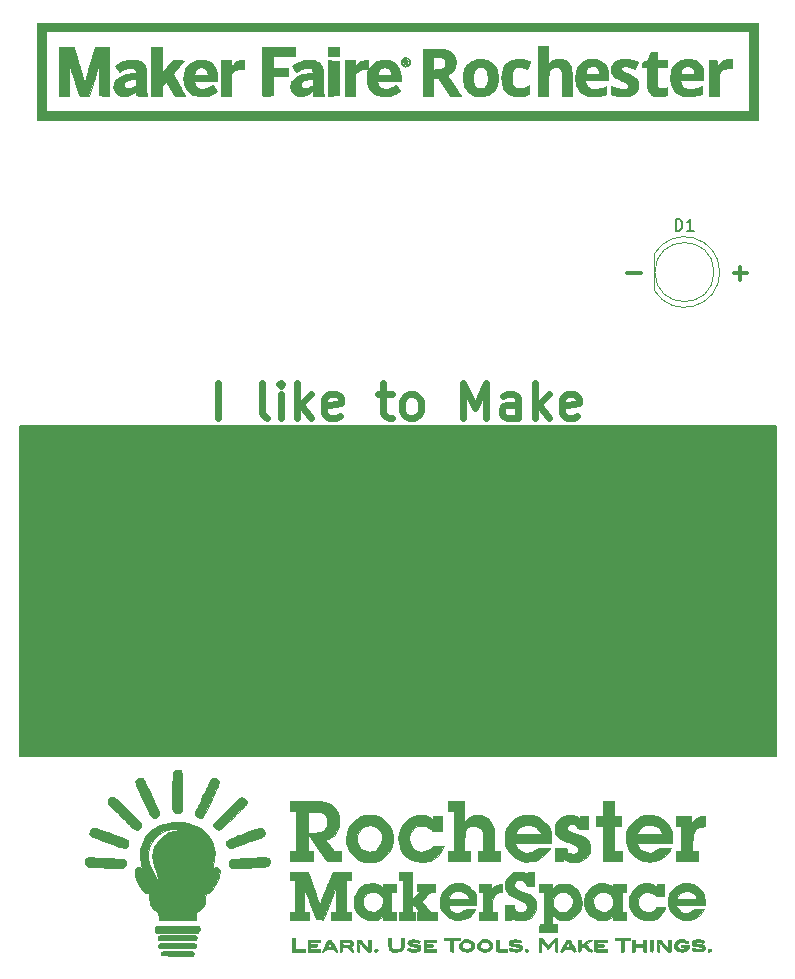
<source format=gto>
G04 #@! TF.GenerationSoftware,KiCad,Pcbnew,5.1.2*
G04 #@! TF.CreationDate,2019-10-11T22:10:39-04:00*
G04 #@! TF.ProjectId,rochester_makerfaire,726f6368-6573-4746-9572-5f6d616b6572,rev?*
G04 #@! TF.SameCoordinates,Original*
G04 #@! TF.FileFunction,Legend,Top*
G04 #@! TF.FilePolarity,Positive*
%FSLAX46Y46*%
G04 Gerber Fmt 4.6, Leading zero omitted, Abs format (unit mm)*
G04 Created by KiCad (PCBNEW 5.1.2) date 2019-10-11 22:10:39*
%MOMM*%
%LPD*%
G04 APERTURE LIST*
%ADD10C,0.300000*%
%ADD11C,0.600000*%
%ADD12C,0.150000*%
%ADD13C,0.120000*%
%ADD14C,0.010000*%
G04 APERTURE END LIST*
D10*
X110428571Y-81107142D02*
X111571428Y-81107142D01*
X111000000Y-81678571D02*
X111000000Y-80535714D01*
X101428571Y-81107142D02*
X102571428Y-81107142D01*
D11*
X66785714Y-93357142D02*
X66785714Y-90357142D01*
X70928571Y-93357142D02*
X70642857Y-93214285D01*
X70500000Y-92928571D01*
X70500000Y-90357142D01*
X72071428Y-93357142D02*
X72071428Y-91357142D01*
X72071428Y-90357142D02*
X71928571Y-90500000D01*
X72071428Y-90642857D01*
X72214285Y-90500000D01*
X72071428Y-90357142D01*
X72071428Y-90642857D01*
X73500000Y-93357142D02*
X73500000Y-90357142D01*
X73785714Y-92214285D02*
X74642857Y-93357142D01*
X74642857Y-91357142D02*
X73500000Y-92500000D01*
X77071428Y-93214285D02*
X76785714Y-93357142D01*
X76214285Y-93357142D01*
X75928571Y-93214285D01*
X75785714Y-92928571D01*
X75785714Y-91785714D01*
X75928571Y-91500000D01*
X76214285Y-91357142D01*
X76785714Y-91357142D01*
X77071428Y-91500000D01*
X77214285Y-91785714D01*
X77214285Y-92071428D01*
X75785714Y-92357142D01*
X80357142Y-91357142D02*
X81500000Y-91357142D01*
X80785714Y-90357142D02*
X80785714Y-92928571D01*
X80928571Y-93214285D01*
X81214285Y-93357142D01*
X81500000Y-93357142D01*
X82928571Y-93357142D02*
X82642857Y-93214285D01*
X82500000Y-93071428D01*
X82357142Y-92785714D01*
X82357142Y-91928571D01*
X82500000Y-91642857D01*
X82642857Y-91500000D01*
X82928571Y-91357142D01*
X83357142Y-91357142D01*
X83642857Y-91500000D01*
X83785714Y-91642857D01*
X83928571Y-91928571D01*
X83928571Y-92785714D01*
X83785714Y-93071428D01*
X83642857Y-93214285D01*
X83357142Y-93357142D01*
X82928571Y-93357142D01*
X87499999Y-93357142D02*
X87499999Y-90357142D01*
X88499999Y-92500000D01*
X89499999Y-90357142D01*
X89499999Y-93357142D01*
X92214285Y-93357142D02*
X92214285Y-91785714D01*
X92071428Y-91500000D01*
X91785714Y-91357142D01*
X91214285Y-91357142D01*
X90928571Y-91500000D01*
X92214285Y-93214285D02*
X91928571Y-93357142D01*
X91214285Y-93357142D01*
X90928571Y-93214285D01*
X90785714Y-92928571D01*
X90785714Y-92642857D01*
X90928571Y-92357142D01*
X91214285Y-92214285D01*
X91928571Y-92214285D01*
X92214285Y-92071428D01*
X93642857Y-93357142D02*
X93642857Y-90357142D01*
X93928571Y-92214285D02*
X94785714Y-93357142D01*
X94785714Y-91357142D02*
X93642857Y-92500000D01*
X97214285Y-93214285D02*
X96928571Y-93357142D01*
X96357142Y-93357142D01*
X96071428Y-93214285D01*
X95928571Y-92928571D01*
X95928571Y-91785714D01*
X96071428Y-91500000D01*
X96357142Y-91357142D01*
X96928571Y-91357142D01*
X97214285Y-91500000D01*
X97357142Y-91785714D01*
X97357142Y-92071428D01*
X95928571Y-92357142D01*
D12*
G36*
X114000000Y-122000000D02*
G01*
X50000000Y-122000000D01*
X50000000Y-94000000D01*
X114000000Y-94000000D01*
X114000000Y-122000000D01*
G37*
X114000000Y-122000000D02*
X50000000Y-122000000D01*
X50000000Y-94000000D01*
X114000000Y-94000000D01*
X114000000Y-122000000D01*
D13*
X103710000Y-79455000D02*
X103710000Y-82545000D01*
X108770000Y-81000000D02*
G75*
G03X108770000Y-81000000I-2500000J0D01*
G01*
X109260000Y-80999538D02*
G75*
G02X103710000Y-82544830I-2990000J-462D01*
G01*
X109260000Y-81000462D02*
G75*
G03X103710000Y-79455170I-2990000J462D01*
G01*
D14*
G36*
X63477930Y-123138541D02*
G01*
X63605090Y-123191777D01*
X63627334Y-123210666D01*
X63648664Y-123234839D01*
X63666077Y-123265981D01*
X63679969Y-123312292D01*
X63690738Y-123381968D01*
X63698780Y-123483208D01*
X63704492Y-123624210D01*
X63708271Y-123813173D01*
X63710513Y-124058295D01*
X63711616Y-124367774D01*
X63711975Y-124749809D01*
X63712000Y-124960120D01*
X63712000Y-126624908D01*
X63614022Y-126716954D01*
X63484474Y-126788336D01*
X63321501Y-126812225D01*
X63160239Y-126788240D01*
X63043162Y-126723161D01*
X62966577Y-126627543D01*
X62927625Y-126543245D01*
X62922637Y-126480576D01*
X62918666Y-126343270D01*
X62915777Y-126141351D01*
X62914037Y-125884845D01*
X62913514Y-125583774D01*
X62914272Y-125248165D01*
X62916379Y-124888041D01*
X62916530Y-124868473D01*
X62928834Y-123287780D01*
X63028773Y-123206890D01*
X63156011Y-123145884D01*
X63316983Y-123123173D01*
X63477930Y-123138541D01*
X63477930Y-123138541D01*
G37*
X63477930Y-123138541D02*
X63605090Y-123191777D01*
X63627334Y-123210666D01*
X63648664Y-123234839D01*
X63666077Y-123265981D01*
X63679969Y-123312292D01*
X63690738Y-123381968D01*
X63698780Y-123483208D01*
X63704492Y-123624210D01*
X63708271Y-123813173D01*
X63710513Y-124058295D01*
X63711616Y-124367774D01*
X63711975Y-124749809D01*
X63712000Y-124960120D01*
X63712000Y-126624908D01*
X63614022Y-126716954D01*
X63484474Y-126788336D01*
X63321501Y-126812225D01*
X63160239Y-126788240D01*
X63043162Y-126723161D01*
X62966577Y-126627543D01*
X62927625Y-126543245D01*
X62922637Y-126480576D01*
X62918666Y-126343270D01*
X62915777Y-126141351D01*
X62914037Y-125884845D01*
X62913514Y-125583774D01*
X62914272Y-125248165D01*
X62916379Y-124888041D01*
X62916530Y-124868473D01*
X62928834Y-123287780D01*
X63028773Y-123206890D01*
X63156011Y-123145884D01*
X63316983Y-123123173D01*
X63477930Y-123138541D01*
G36*
X66531769Y-123821872D02*
G01*
X66648667Y-123877397D01*
X66763142Y-123972202D01*
X66850729Y-124081426D01*
X66886962Y-124180206D01*
X66887000Y-124182876D01*
X66869048Y-124246755D01*
X66818533Y-124375877D01*
X66740463Y-124559611D01*
X66639851Y-124787327D01*
X66521705Y-125048396D01*
X66391036Y-125332186D01*
X66252853Y-125628069D01*
X66112168Y-125925413D01*
X65973990Y-126213589D01*
X65843330Y-126481967D01*
X65725196Y-126719915D01*
X65624601Y-126916806D01*
X65546553Y-127062007D01*
X65496063Y-127144890D01*
X65484661Y-127158250D01*
X65345170Y-127222606D01*
X65182129Y-127212054D01*
X65151334Y-127201788D01*
X65073112Y-127161474D01*
X64973038Y-127097547D01*
X64971417Y-127096414D01*
X64889110Y-127011619D01*
X64854889Y-126899124D01*
X64869681Y-126749027D01*
X64934414Y-126551423D01*
X65045500Y-126305595D01*
X65124926Y-126142245D01*
X65188125Y-126009662D01*
X65227210Y-125924549D01*
X65236000Y-125902145D01*
X65252976Y-125860324D01*
X65299214Y-125757425D01*
X65367682Y-125608860D01*
X65451349Y-125430044D01*
X65452618Y-125427349D01*
X65548722Y-125222610D01*
X65641853Y-125022946D01*
X65720208Y-124853731D01*
X65764999Y-124755833D01*
X65894226Y-124472718D01*
X65995932Y-124257362D01*
X66075958Y-124099707D01*
X66140145Y-123989697D01*
X66194335Y-123917273D01*
X66244368Y-123872378D01*
X66293365Y-123846067D01*
X66420023Y-123816937D01*
X66531769Y-123821872D01*
X66531769Y-123821872D01*
G37*
X66531769Y-123821872D02*
X66648667Y-123877397D01*
X66763142Y-123972202D01*
X66850729Y-124081426D01*
X66886962Y-124180206D01*
X66887000Y-124182876D01*
X66869048Y-124246755D01*
X66818533Y-124375877D01*
X66740463Y-124559611D01*
X66639851Y-124787327D01*
X66521705Y-125048396D01*
X66391036Y-125332186D01*
X66252853Y-125628069D01*
X66112168Y-125925413D01*
X65973990Y-126213589D01*
X65843330Y-126481967D01*
X65725196Y-126719915D01*
X65624601Y-126916806D01*
X65546553Y-127062007D01*
X65496063Y-127144890D01*
X65484661Y-127158250D01*
X65345170Y-127222606D01*
X65182129Y-127212054D01*
X65151334Y-127201788D01*
X65073112Y-127161474D01*
X64973038Y-127097547D01*
X64971417Y-127096414D01*
X64889110Y-127011619D01*
X64854889Y-126899124D01*
X64869681Y-126749027D01*
X64934414Y-126551423D01*
X65045500Y-126305595D01*
X65124926Y-126142245D01*
X65188125Y-126009662D01*
X65227210Y-125924549D01*
X65236000Y-125902145D01*
X65252976Y-125860324D01*
X65299214Y-125757425D01*
X65367682Y-125608860D01*
X65451349Y-125430044D01*
X65452618Y-125427349D01*
X65548722Y-125222610D01*
X65641853Y-125022946D01*
X65720208Y-124853731D01*
X65764999Y-124755833D01*
X65894226Y-124472718D01*
X65995932Y-124257362D01*
X66075958Y-124099707D01*
X66140145Y-123989697D01*
X66194335Y-123917273D01*
X66244368Y-123872378D01*
X66293365Y-123846067D01*
X66420023Y-123816937D01*
X66531769Y-123821872D01*
G36*
X60422187Y-123856250D02*
G01*
X60457829Y-123907631D01*
X60522868Y-124025836D01*
X60612378Y-124200288D01*
X60721431Y-124420413D01*
X60845100Y-124675637D01*
X60978459Y-124955386D01*
X61116581Y-125249084D01*
X61254538Y-125546158D01*
X61387404Y-125836032D01*
X61510252Y-126108132D01*
X61618154Y-126351884D01*
X61706185Y-126556712D01*
X61769417Y-126712043D01*
X61802922Y-126807302D01*
X61807000Y-126828439D01*
X61788973Y-126966764D01*
X61722976Y-127065000D01*
X61591799Y-127149469D01*
X61429993Y-127216032D01*
X61305986Y-127223065D01*
X61196729Y-127169910D01*
X61157837Y-127137083D01*
X61115943Y-127076803D01*
X61045079Y-126950459D01*
X60950297Y-126768814D01*
X60836656Y-126542631D01*
X60709209Y-126282671D01*
X60573013Y-125999700D01*
X60433122Y-125704478D01*
X60294594Y-125407770D01*
X60162482Y-125120338D01*
X60041844Y-124852945D01*
X59937733Y-124616354D01*
X59855207Y-124421328D01*
X59799320Y-124278629D01*
X59775128Y-124199022D01*
X59774530Y-124192133D01*
X59813208Y-124028077D01*
X59927194Y-123902523D01*
X59985820Y-123867271D01*
X60147880Y-123813400D01*
X60305943Y-123810977D01*
X60422187Y-123856250D01*
X60422187Y-123856250D01*
G37*
X60422187Y-123856250D02*
X60457829Y-123907631D01*
X60522868Y-124025836D01*
X60612378Y-124200288D01*
X60721431Y-124420413D01*
X60845100Y-124675637D01*
X60978459Y-124955386D01*
X61116581Y-125249084D01*
X61254538Y-125546158D01*
X61387404Y-125836032D01*
X61510252Y-126108132D01*
X61618154Y-126351884D01*
X61706185Y-126556712D01*
X61769417Y-126712043D01*
X61802922Y-126807302D01*
X61807000Y-126828439D01*
X61788973Y-126966764D01*
X61722976Y-127065000D01*
X61591799Y-127149469D01*
X61429993Y-127216032D01*
X61305986Y-127223065D01*
X61196729Y-127169910D01*
X61157837Y-127137083D01*
X61115943Y-127076803D01*
X61045079Y-126950459D01*
X60950297Y-126768814D01*
X60836656Y-126542631D01*
X60709209Y-126282671D01*
X60573013Y-125999700D01*
X60433122Y-125704478D01*
X60294594Y-125407770D01*
X60162482Y-125120338D01*
X60041844Y-124852945D01*
X59937733Y-124616354D01*
X59855207Y-124421328D01*
X59799320Y-124278629D01*
X59775128Y-124199022D01*
X59774530Y-124192133D01*
X59813208Y-124028077D01*
X59927194Y-123902523D01*
X59985820Y-123867271D01*
X60147880Y-123813400D01*
X60305943Y-123810977D01*
X60422187Y-123856250D01*
G36*
X68896532Y-125494175D02*
G01*
X69046092Y-125613898D01*
X69056220Y-125623926D01*
X69153799Y-125728817D01*
X69199516Y-125806244D01*
X69206049Y-125883543D01*
X69198553Y-125930842D01*
X69190835Y-125967370D01*
X69179653Y-126002149D01*
X69159549Y-126040920D01*
X69125063Y-126089425D01*
X69070738Y-126153404D01*
X68991116Y-126238599D01*
X68880739Y-126350750D01*
X68734148Y-126495598D01*
X68545886Y-126678885D01*
X68310494Y-126906351D01*
X68022514Y-127183737D01*
X67844430Y-127355136D01*
X67587499Y-127601856D01*
X67383457Y-127795795D01*
X67224562Y-127943267D01*
X67103072Y-128050584D01*
X67011245Y-128124062D01*
X66941337Y-128170014D01*
X66885608Y-128194753D01*
X66836314Y-128204594D01*
X66801065Y-128206000D01*
X66683584Y-128191730D01*
X66588796Y-128136404D01*
X66510386Y-128056360D01*
X66440301Y-127972764D01*
X66392874Y-127898556D01*
X66372698Y-127825662D01*
X66384365Y-127746004D01*
X66432465Y-127651507D01*
X66521591Y-127534096D01*
X66656334Y-127385693D01*
X66841287Y-127198224D01*
X67081041Y-126963612D01*
X67193917Y-126854176D01*
X67529261Y-126529660D01*
X67809552Y-126259350D01*
X68040340Y-126038328D01*
X68227175Y-125861677D01*
X68375606Y-125724477D01*
X68491184Y-125621811D01*
X68579458Y-125548760D01*
X68645979Y-125500407D01*
X68696297Y-125471834D01*
X68735961Y-125458121D01*
X68770522Y-125454352D01*
X68773605Y-125454333D01*
X68896532Y-125494175D01*
X68896532Y-125494175D01*
G37*
X68896532Y-125494175D02*
X69046092Y-125613898D01*
X69056220Y-125623926D01*
X69153799Y-125728817D01*
X69199516Y-125806244D01*
X69206049Y-125883543D01*
X69198553Y-125930842D01*
X69190835Y-125967370D01*
X69179653Y-126002149D01*
X69159549Y-126040920D01*
X69125063Y-126089425D01*
X69070738Y-126153404D01*
X68991116Y-126238599D01*
X68880739Y-126350750D01*
X68734148Y-126495598D01*
X68545886Y-126678885D01*
X68310494Y-126906351D01*
X68022514Y-127183737D01*
X67844430Y-127355136D01*
X67587499Y-127601856D01*
X67383457Y-127795795D01*
X67224562Y-127943267D01*
X67103072Y-128050584D01*
X67011245Y-128124062D01*
X66941337Y-128170014D01*
X66885608Y-128194753D01*
X66836314Y-128204594D01*
X66801065Y-128206000D01*
X66683584Y-128191730D01*
X66588796Y-128136404D01*
X66510386Y-128056360D01*
X66440301Y-127972764D01*
X66392874Y-127898556D01*
X66372698Y-127825662D01*
X66384365Y-127746004D01*
X66432465Y-127651507D01*
X66521591Y-127534096D01*
X66656334Y-127385693D01*
X66841287Y-127198224D01*
X67081041Y-126963612D01*
X67193917Y-126854176D01*
X67529261Y-126529660D01*
X67809552Y-126259350D01*
X68040340Y-126038328D01*
X68227175Y-125861677D01*
X68375606Y-125724477D01*
X68491184Y-125621811D01*
X68579458Y-125548760D01*
X68645979Y-125500407D01*
X68696297Y-125471834D01*
X68735961Y-125458121D01*
X68770522Y-125454352D01*
X68773605Y-125454333D01*
X68896532Y-125494175D01*
G36*
X57915638Y-125459426D02*
G01*
X57980037Y-125480513D01*
X58055499Y-125526304D01*
X58154082Y-125605508D01*
X58287845Y-125726836D01*
X58468846Y-125898996D01*
X58477918Y-125907716D01*
X58863095Y-126279036D01*
X59207395Y-126613010D01*
X59507777Y-126906619D01*
X59761200Y-127156842D01*
X59964622Y-127360662D01*
X60115002Y-127515059D01*
X60209299Y-127617013D01*
X60242950Y-127659931D01*
X60280464Y-127791464D01*
X60245512Y-127924887D01*
X60151615Y-128056360D01*
X60051392Y-128154092D01*
X59955980Y-128197554D01*
X59854352Y-128206000D01*
X59809036Y-128203828D01*
X59763539Y-128193570D01*
X59711203Y-128169614D01*
X59645370Y-128126347D01*
X59559382Y-128058156D01*
X59446581Y-127959429D01*
X59300310Y-127824552D01*
X59113909Y-127647913D01*
X58880722Y-127423900D01*
X58594089Y-127146899D01*
X58567571Y-127121237D01*
X58276853Y-126839635D01*
X58041291Y-126610319D01*
X57855089Y-126426813D01*
X57712448Y-126282640D01*
X57607572Y-126171326D01*
X57534661Y-126086393D01*
X57487920Y-126021366D01*
X57461549Y-125969768D01*
X57449752Y-125925123D01*
X57446730Y-125880955D01*
X57446667Y-125869147D01*
X57484043Y-125694660D01*
X57584978Y-125556602D01*
X57732679Y-125472232D01*
X57850245Y-125454333D01*
X57915638Y-125459426D01*
X57915638Y-125459426D01*
G37*
X57915638Y-125459426D02*
X57980037Y-125480513D01*
X58055499Y-125526304D01*
X58154082Y-125605508D01*
X58287845Y-125726836D01*
X58468846Y-125898996D01*
X58477918Y-125907716D01*
X58863095Y-126279036D01*
X59207395Y-126613010D01*
X59507777Y-126906619D01*
X59761200Y-127156842D01*
X59964622Y-127360662D01*
X60115002Y-127515059D01*
X60209299Y-127617013D01*
X60242950Y-127659931D01*
X60280464Y-127791464D01*
X60245512Y-127924887D01*
X60151615Y-128056360D01*
X60051392Y-128154092D01*
X59955980Y-128197554D01*
X59854352Y-128206000D01*
X59809036Y-128203828D01*
X59763539Y-128193570D01*
X59711203Y-128169614D01*
X59645370Y-128126347D01*
X59559382Y-128058156D01*
X59446581Y-127959429D01*
X59300310Y-127824552D01*
X59113909Y-127647913D01*
X58880722Y-127423900D01*
X58594089Y-127146899D01*
X58567571Y-127121237D01*
X58276853Y-126839635D01*
X58041291Y-126610319D01*
X57855089Y-126426813D01*
X57712448Y-126282640D01*
X57607572Y-126171326D01*
X57534661Y-126086393D01*
X57487920Y-126021366D01*
X57461549Y-125969768D01*
X57449752Y-125925123D01*
X57446730Y-125880955D01*
X57446667Y-125869147D01*
X57484043Y-125694660D01*
X57584978Y-125556602D01*
X57732679Y-125472232D01*
X57850245Y-125454333D01*
X57915638Y-125459426D01*
G36*
X70420559Y-128052342D02*
G01*
X70449992Y-128063859D01*
X70475105Y-128074763D01*
X70586740Y-128159245D01*
X70679091Y-128295865D01*
X70732863Y-128452092D01*
X70739334Y-128520246D01*
X70712433Y-128629201D01*
X70665250Y-128708723D01*
X70609020Y-128743477D01*
X70484153Y-128801525D01*
X70302077Y-128878627D01*
X70074220Y-128970541D01*
X69812008Y-129073026D01*
X69526870Y-129181839D01*
X69230232Y-129292739D01*
X68933522Y-129401485D01*
X68648166Y-129503835D01*
X68385594Y-129595548D01*
X68157231Y-129672382D01*
X67974505Y-129730095D01*
X67848843Y-129764446D01*
X67799743Y-129772333D01*
X67687087Y-129742767D01*
X67609093Y-129690092D01*
X67543903Y-129596244D01*
X67485527Y-129466832D01*
X67474944Y-129434597D01*
X67451831Y-129345501D01*
X67445705Y-129269603D01*
X67463916Y-129202036D01*
X67513816Y-129137935D01*
X67602754Y-129072433D01*
X67738081Y-129000664D01*
X67927148Y-128917761D01*
X68177304Y-128818859D01*
X68495901Y-128699091D01*
X68699681Y-128623771D01*
X69103318Y-128474943D01*
X69435085Y-128352802D01*
X69702637Y-128254981D01*
X69913630Y-128179113D01*
X70075720Y-128122830D01*
X70196562Y-128083766D01*
X70283811Y-128059552D01*
X70345124Y-128047821D01*
X70388154Y-128046207D01*
X70420559Y-128052342D01*
X70420559Y-128052342D01*
G37*
X70420559Y-128052342D02*
X70449992Y-128063859D01*
X70475105Y-128074763D01*
X70586740Y-128159245D01*
X70679091Y-128295865D01*
X70732863Y-128452092D01*
X70739334Y-128520246D01*
X70712433Y-128629201D01*
X70665250Y-128708723D01*
X70609020Y-128743477D01*
X70484153Y-128801525D01*
X70302077Y-128878627D01*
X70074220Y-128970541D01*
X69812008Y-129073026D01*
X69526870Y-129181839D01*
X69230232Y-129292739D01*
X68933522Y-129401485D01*
X68648166Y-129503835D01*
X68385594Y-129595548D01*
X68157231Y-129672382D01*
X67974505Y-129730095D01*
X67848843Y-129764446D01*
X67799743Y-129772333D01*
X67687087Y-129742767D01*
X67609093Y-129690092D01*
X67543903Y-129596244D01*
X67485527Y-129466832D01*
X67474944Y-129434597D01*
X67451831Y-129345501D01*
X67445705Y-129269603D01*
X67463916Y-129202036D01*
X67513816Y-129137935D01*
X67602754Y-129072433D01*
X67738081Y-129000664D01*
X67927148Y-128917761D01*
X68177304Y-128818859D01*
X68495901Y-128699091D01*
X68699681Y-128623771D01*
X69103318Y-128474943D01*
X69435085Y-128352802D01*
X69702637Y-128254981D01*
X69913630Y-128179113D01*
X70075720Y-128122830D01*
X70196562Y-128083766D01*
X70283811Y-128059552D01*
X70345124Y-128047821D01*
X70388154Y-128046207D01*
X70420559Y-128052342D01*
G36*
X56309032Y-128050960D02*
G01*
X56442012Y-128091089D01*
X56630550Y-128152924D01*
X56863290Y-128232336D01*
X57128877Y-128325196D01*
X57415956Y-128427374D01*
X57713172Y-128534741D01*
X58009168Y-128643169D01*
X58292589Y-128748528D01*
X58552080Y-128846689D01*
X58776285Y-128933523D01*
X58953849Y-129004900D01*
X59073417Y-129056692D01*
X59122804Y-129083851D01*
X59160148Y-129161876D01*
X59180821Y-129284598D01*
X59182334Y-129327609D01*
X59152142Y-129508259D01*
X59070445Y-129652569D01*
X58950559Y-129743938D01*
X58829320Y-129767609D01*
X58758506Y-129752211D01*
X58618699Y-129710655D01*
X58420217Y-129646412D01*
X58173381Y-129562953D01*
X57888508Y-129463749D01*
X57575918Y-129352273D01*
X57340834Y-129266854D01*
X56972143Y-129131351D01*
X56675164Y-129020744D01*
X56441843Y-128931547D01*
X56264124Y-128860273D01*
X56133952Y-128803434D01*
X56043272Y-128757545D01*
X55984030Y-128719118D01*
X55948169Y-128684666D01*
X55930218Y-128656238D01*
X55895088Y-128508835D01*
X55902054Y-128415145D01*
X55957903Y-128274883D01*
X56049922Y-128149651D01*
X56157056Y-128062823D01*
X56242966Y-128036666D01*
X56309032Y-128050960D01*
X56309032Y-128050960D01*
G37*
X56309032Y-128050960D02*
X56442012Y-128091089D01*
X56630550Y-128152924D01*
X56863290Y-128232336D01*
X57128877Y-128325196D01*
X57415956Y-128427374D01*
X57713172Y-128534741D01*
X58009168Y-128643169D01*
X58292589Y-128748528D01*
X58552080Y-128846689D01*
X58776285Y-128933523D01*
X58953849Y-129004900D01*
X59073417Y-129056692D01*
X59122804Y-129083851D01*
X59160148Y-129161876D01*
X59180821Y-129284598D01*
X59182334Y-129327609D01*
X59152142Y-129508259D01*
X59070445Y-129652569D01*
X58950559Y-129743938D01*
X58829320Y-129767609D01*
X58758506Y-129752211D01*
X58618699Y-129710655D01*
X58420217Y-129646412D01*
X58173381Y-129562953D01*
X57888508Y-129463749D01*
X57575918Y-129352273D01*
X57340834Y-129266854D01*
X56972143Y-129131351D01*
X56675164Y-129020744D01*
X56441843Y-128931547D01*
X56264124Y-128860273D01*
X56133952Y-128803434D01*
X56043272Y-128757545D01*
X55984030Y-128719118D01*
X55948169Y-128684666D01*
X55930218Y-128656238D01*
X55895088Y-128508835D01*
X55902054Y-128415145D01*
X55957903Y-128274883D01*
X56049922Y-128149651D01*
X56157056Y-128062823D01*
X56242966Y-128036666D01*
X56309032Y-128050960D01*
G36*
X107992667Y-127900620D02*
G01*
X107735641Y-127945894D01*
X107502682Y-128003315D01*
X107316827Y-128090229D01*
X107173552Y-128214959D01*
X107068333Y-128385828D01*
X106996645Y-128611161D01*
X106953966Y-128899281D01*
X106935770Y-129258511D01*
X106934334Y-129420183D01*
X106934334Y-130026333D01*
X107400000Y-130026333D01*
X107400000Y-130873000D01*
X105537334Y-130873000D01*
X105537334Y-130026333D01*
X106003000Y-130026333D01*
X106003000Y-127909666D01*
X105537334Y-127909666D01*
X105537334Y-127063000D01*
X106849667Y-127063000D01*
X106849667Y-127609301D01*
X107053253Y-127405715D01*
X107243431Y-127251182D01*
X107464955Y-127126687D01*
X107689620Y-127045571D01*
X107867255Y-127020666D01*
X107992667Y-127020666D01*
X107992667Y-127900620D01*
X107992667Y-127900620D01*
G37*
X107992667Y-127900620D02*
X107735641Y-127945894D01*
X107502682Y-128003315D01*
X107316827Y-128090229D01*
X107173552Y-128214959D01*
X107068333Y-128385828D01*
X106996645Y-128611161D01*
X106953966Y-128899281D01*
X106935770Y-129258511D01*
X106934334Y-129420183D01*
X106934334Y-130026333D01*
X107400000Y-130026333D01*
X107400000Y-130873000D01*
X105537334Y-130873000D01*
X105537334Y-130026333D01*
X106003000Y-130026333D01*
X106003000Y-127909666D01*
X105537334Y-127909666D01*
X105537334Y-127063000D01*
X106849667Y-127063000D01*
X106849667Y-127609301D01*
X107053253Y-127405715D01*
X107243431Y-127251182D01*
X107464955Y-127126687D01*
X107689620Y-127045571D01*
X107867255Y-127020666D01*
X107992667Y-127020666D01*
X107992667Y-127900620D01*
G36*
X100288000Y-127063000D02*
G01*
X100923000Y-127063000D01*
X100923000Y-127909666D01*
X100288000Y-127909666D01*
X100288000Y-130026333D01*
X100965334Y-130026333D01*
X100965334Y-130873000D01*
X99399000Y-130873000D01*
X99399000Y-127909666D01*
X98806334Y-127909666D01*
X98806334Y-127063000D01*
X99399000Y-127063000D01*
X99399000Y-125793000D01*
X100288000Y-125793000D01*
X100288000Y-127063000D01*
X100288000Y-127063000D01*
G37*
X100288000Y-127063000D02*
X100923000Y-127063000D01*
X100923000Y-127909666D01*
X100288000Y-127909666D01*
X100288000Y-130026333D01*
X100965334Y-130026333D01*
X100965334Y-130873000D01*
X99399000Y-130873000D01*
X99399000Y-127909666D01*
X98806334Y-127909666D01*
X98806334Y-127063000D01*
X99399000Y-127063000D01*
X99399000Y-125793000D01*
X100288000Y-125793000D01*
X100288000Y-127063000D01*
G36*
X87630334Y-127540252D02*
G01*
X87842766Y-127341547D01*
X88056032Y-127165220D01*
X88260133Y-127053637D01*
X88483012Y-126995439D01*
X88734042Y-126979263D01*
X89074655Y-127007902D01*
X89362420Y-127099126D01*
X89604730Y-127257681D01*
X89808979Y-127488313D01*
X89972451Y-127774169D01*
X90106834Y-128057833D01*
X90133630Y-130026333D01*
X90636000Y-130026333D01*
X90636000Y-130873000D01*
X88773334Y-130873000D01*
X88773334Y-130026333D01*
X89245724Y-130026333D01*
X89231779Y-129253750D01*
X89226115Y-128976589D01*
X89219359Y-128769189D01*
X89209697Y-128616647D01*
X89195315Y-128504058D01*
X89174399Y-128416519D01*
X89145137Y-128339127D01*
X89112000Y-128269500D01*
X88975296Y-128081116D01*
X88793824Y-127951459D01*
X88584050Y-127880785D01*
X88362443Y-127869352D01*
X88145469Y-127917417D01*
X87949595Y-128025238D01*
X87791290Y-128193072D01*
X87757334Y-128248333D01*
X87720051Y-128319580D01*
X87692396Y-128389179D01*
X87672639Y-128471343D01*
X87659052Y-128580292D01*
X87649905Y-128730241D01*
X87643469Y-128935406D01*
X87638015Y-129210004D01*
X87637618Y-129232583D01*
X87623737Y-130026333D01*
X88141399Y-130026333D01*
X88117167Y-130851833D01*
X87204276Y-130863220D01*
X86934380Y-130865280D01*
X86693443Y-130864632D01*
X86494187Y-130861514D01*
X86349338Y-130856163D01*
X86271618Y-130848818D01*
X86262359Y-130845581D01*
X86249692Y-130793052D01*
X86239826Y-130676276D01*
X86234158Y-130515661D01*
X86233334Y-130421444D01*
X86233334Y-130026333D01*
X86741334Y-130026333D01*
X86741334Y-126643891D01*
X86497917Y-126631195D01*
X86254500Y-126618500D01*
X86230268Y-125793000D01*
X87630334Y-125793000D01*
X87630334Y-127540252D01*
X87630334Y-127540252D01*
G37*
X87630334Y-127540252D02*
X87842766Y-127341547D01*
X88056032Y-127165220D01*
X88260133Y-127053637D01*
X88483012Y-126995439D01*
X88734042Y-126979263D01*
X89074655Y-127007902D01*
X89362420Y-127099126D01*
X89604730Y-127257681D01*
X89808979Y-127488313D01*
X89972451Y-127774169D01*
X90106834Y-128057833D01*
X90133630Y-130026333D01*
X90636000Y-130026333D01*
X90636000Y-130873000D01*
X88773334Y-130873000D01*
X88773334Y-130026333D01*
X89245724Y-130026333D01*
X89231779Y-129253750D01*
X89226115Y-128976589D01*
X89219359Y-128769189D01*
X89209697Y-128616647D01*
X89195315Y-128504058D01*
X89174399Y-128416519D01*
X89145137Y-128339127D01*
X89112000Y-128269500D01*
X88975296Y-128081116D01*
X88793824Y-127951459D01*
X88584050Y-127880785D01*
X88362443Y-127869352D01*
X88145469Y-127917417D01*
X87949595Y-128025238D01*
X87791290Y-128193072D01*
X87757334Y-128248333D01*
X87720051Y-128319580D01*
X87692396Y-128389179D01*
X87672639Y-128471343D01*
X87659052Y-128580292D01*
X87649905Y-128730241D01*
X87643469Y-128935406D01*
X87638015Y-129210004D01*
X87637618Y-129232583D01*
X87623737Y-130026333D01*
X88141399Y-130026333D01*
X88117167Y-130851833D01*
X87204276Y-130863220D01*
X86934380Y-130865280D01*
X86693443Y-130864632D01*
X86494187Y-130861514D01*
X86349338Y-130856163D01*
X86271618Y-130848818D01*
X86262359Y-130845581D01*
X86249692Y-130793052D01*
X86239826Y-130676276D01*
X86234158Y-130515661D01*
X86233334Y-130421444D01*
X86233334Y-130026333D01*
X86741334Y-130026333D01*
X86741334Y-126643891D01*
X86497917Y-126631195D01*
X86254500Y-126618500D01*
X86230268Y-125793000D01*
X87630334Y-125793000D01*
X87630334Y-127540252D01*
G36*
X74198551Y-125794034D02*
G01*
X74545811Y-125795643D01*
X74870049Y-125799702D01*
X75159764Y-125805883D01*
X75403461Y-125813856D01*
X75589642Y-125823293D01*
X75706808Y-125833863D01*
X75729935Y-125837896D01*
X76079529Y-125958623D01*
X76394957Y-126146807D01*
X76662622Y-126391910D01*
X76868926Y-126683397D01*
X76901219Y-126745500D01*
X76955760Y-126862760D01*
X76991582Y-126964195D01*
X77012582Y-127072974D01*
X77022658Y-127212264D01*
X77025706Y-127405235D01*
X77025834Y-127486333D01*
X77024426Y-127701198D01*
X77017422Y-127855018D01*
X77000647Y-127971406D01*
X76969927Y-128073971D01*
X76921088Y-128186324D01*
X76891125Y-128248333D01*
X76740740Y-128514143D01*
X76576570Y-128711828D01*
X76380627Y-128857826D01*
X76134926Y-128968574D01*
X76083903Y-128986075D01*
X75958819Y-129030930D01*
X75901154Y-129065662D01*
X75896677Y-129102545D01*
X75914569Y-129132150D01*
X75960350Y-129193002D01*
X76045742Y-129304794D01*
X76158497Y-129451541D01*
X76285000Y-129615495D01*
X76602500Y-130026170D01*
X76888250Y-130026251D01*
X77174000Y-130026333D01*
X77174000Y-130873000D01*
X75996193Y-130873000D01*
X75897180Y-130749841D01*
X75829841Y-130661530D01*
X75730584Y-130525852D01*
X75615608Y-130365104D01*
X75551195Y-130273591D01*
X75282148Y-129889172D01*
X75057998Y-129569446D01*
X74875320Y-129309579D01*
X74730688Y-129104740D01*
X74620680Y-128950097D01*
X74541871Y-128840817D01*
X74490836Y-128772068D01*
X74464151Y-128739018D01*
X74462484Y-128737283D01*
X74446451Y-128760856D01*
X74434218Y-128863773D01*
X74426122Y-129040779D01*
X74422500Y-129286621D01*
X74422334Y-129361700D01*
X74422334Y-130026333D01*
X74845667Y-130026333D01*
X74845667Y-130873000D01*
X73879056Y-130873000D01*
X73601135Y-130871814D01*
X73351991Y-130868490D01*
X73143948Y-130863377D01*
X72989335Y-130856825D01*
X72900477Y-130849183D01*
X72884222Y-130844777D01*
X72871908Y-130792619D01*
X72862316Y-130676160D01*
X72856804Y-130515758D01*
X72856000Y-130421444D01*
X72856000Y-130026333D01*
X73406334Y-130026333D01*
X73406334Y-128460000D01*
X74422334Y-128460000D01*
X74816817Y-128460000D01*
X75037383Y-128452370D01*
X75245104Y-128431801D01*
X75406439Y-128401769D01*
X75422947Y-128397147D01*
X75666006Y-128285668D01*
X75849948Y-128114627D01*
X75972976Y-127886771D01*
X76033293Y-127604848D01*
X76039464Y-127453851D01*
X76010142Y-127226604D01*
X75919257Y-127043279D01*
X75757205Y-126887566D01*
X75672485Y-126830705D01*
X75580551Y-126776800D01*
X75497638Y-126740018D01*
X75403718Y-126716438D01*
X75278765Y-126702144D01*
X75102752Y-126693217D01*
X74944293Y-126688230D01*
X74422334Y-126673293D01*
X74422334Y-128460000D01*
X73406334Y-128460000D01*
X73406334Y-126643706D01*
X73141750Y-126631103D01*
X72877167Y-126618500D01*
X72865051Y-126205750D01*
X72852934Y-125793000D01*
X74198551Y-125794034D01*
X74198551Y-125794034D01*
G37*
X74198551Y-125794034D02*
X74545811Y-125795643D01*
X74870049Y-125799702D01*
X75159764Y-125805883D01*
X75403461Y-125813856D01*
X75589642Y-125823293D01*
X75706808Y-125833863D01*
X75729935Y-125837896D01*
X76079529Y-125958623D01*
X76394957Y-126146807D01*
X76662622Y-126391910D01*
X76868926Y-126683397D01*
X76901219Y-126745500D01*
X76955760Y-126862760D01*
X76991582Y-126964195D01*
X77012582Y-127072974D01*
X77022658Y-127212264D01*
X77025706Y-127405235D01*
X77025834Y-127486333D01*
X77024426Y-127701198D01*
X77017422Y-127855018D01*
X77000647Y-127971406D01*
X76969927Y-128073971D01*
X76921088Y-128186324D01*
X76891125Y-128248333D01*
X76740740Y-128514143D01*
X76576570Y-128711828D01*
X76380627Y-128857826D01*
X76134926Y-128968574D01*
X76083903Y-128986075D01*
X75958819Y-129030930D01*
X75901154Y-129065662D01*
X75896677Y-129102545D01*
X75914569Y-129132150D01*
X75960350Y-129193002D01*
X76045742Y-129304794D01*
X76158497Y-129451541D01*
X76285000Y-129615495D01*
X76602500Y-130026170D01*
X76888250Y-130026251D01*
X77174000Y-130026333D01*
X77174000Y-130873000D01*
X75996193Y-130873000D01*
X75897180Y-130749841D01*
X75829841Y-130661530D01*
X75730584Y-130525852D01*
X75615608Y-130365104D01*
X75551195Y-130273591D01*
X75282148Y-129889172D01*
X75057998Y-129569446D01*
X74875320Y-129309579D01*
X74730688Y-129104740D01*
X74620680Y-128950097D01*
X74541871Y-128840817D01*
X74490836Y-128772068D01*
X74464151Y-128739018D01*
X74462484Y-128737283D01*
X74446451Y-128760856D01*
X74434218Y-128863773D01*
X74426122Y-129040779D01*
X74422500Y-129286621D01*
X74422334Y-129361700D01*
X74422334Y-130026333D01*
X74845667Y-130026333D01*
X74845667Y-130873000D01*
X73879056Y-130873000D01*
X73601135Y-130871814D01*
X73351991Y-130868490D01*
X73143948Y-130863377D01*
X72989335Y-130856825D01*
X72900477Y-130849183D01*
X72884222Y-130844777D01*
X72871908Y-130792619D01*
X72862316Y-130676160D01*
X72856804Y-130515758D01*
X72856000Y-130421444D01*
X72856000Y-130026333D01*
X73406334Y-130026333D01*
X73406334Y-128460000D01*
X74422334Y-128460000D01*
X74816817Y-128460000D01*
X75037383Y-128452370D01*
X75245104Y-128431801D01*
X75406439Y-128401769D01*
X75422947Y-128397147D01*
X75666006Y-128285668D01*
X75849948Y-128114627D01*
X75972976Y-127886771D01*
X76033293Y-127604848D01*
X76039464Y-127453851D01*
X76010142Y-127226604D01*
X75919257Y-127043279D01*
X75757205Y-126887566D01*
X75672485Y-126830705D01*
X75580551Y-126776800D01*
X75497638Y-126740018D01*
X75403718Y-126716438D01*
X75278765Y-126702144D01*
X75102752Y-126693217D01*
X74944293Y-126688230D01*
X74422334Y-126673293D01*
X74422334Y-128460000D01*
X73406334Y-128460000D01*
X73406334Y-126643706D01*
X73141750Y-126631103D01*
X72877167Y-126618500D01*
X72865051Y-126205750D01*
X72852934Y-125793000D01*
X74198551Y-125794034D01*
G36*
X103555604Y-126965190D02*
G01*
X103917980Y-127050842D01*
X104259927Y-127202767D01*
X104570586Y-127417162D01*
X104839098Y-127690225D01*
X105054607Y-128018154D01*
X105077025Y-128062300D01*
X105140653Y-128197758D01*
X105182913Y-128312007D01*
X105208991Y-128430228D01*
X105224071Y-128577603D01*
X105233338Y-128779313D01*
X105234986Y-128829525D01*
X105250138Y-129306666D01*
X103721569Y-129306666D01*
X103260258Y-129307814D01*
X102882740Y-129311275D01*
X102588172Y-129317073D01*
X102375711Y-129325232D01*
X102244514Y-129335777D01*
X102193739Y-129348731D01*
X102193000Y-129350686D01*
X102221677Y-129453287D01*
X102297234Y-129589225D01*
X102403964Y-129734818D01*
X102526158Y-129866383D01*
X102548559Y-129886726D01*
X102795077Y-130051090D01*
X103066628Y-130140197D01*
X103349876Y-130154267D01*
X103631488Y-130093518D01*
X103898129Y-129958168D01*
X104021690Y-129862568D01*
X104090184Y-129804879D01*
X104151557Y-129766952D01*
X104225245Y-129744645D01*
X104330681Y-129733813D01*
X104487303Y-129730310D01*
X104643339Y-129730000D01*
X104831540Y-129732856D01*
X104983935Y-129740608D01*
X105083529Y-129752024D01*
X105114000Y-129764045D01*
X105088521Y-129831573D01*
X105021799Y-129942164D01*
X104928404Y-130075219D01*
X104822908Y-130210136D01*
X104719881Y-130326314D01*
X104707198Y-130339197D01*
X104391345Y-130598421D01*
X104040393Y-130780865D01*
X103657817Y-130885116D01*
X103299791Y-130911080D01*
X103116978Y-130903930D01*
X102944961Y-130889199D01*
X102820084Y-130870031D01*
X102817244Y-130869373D01*
X102514693Y-130759559D01*
X102215115Y-130580744D01*
X101934293Y-130347621D01*
X101688010Y-130074881D01*
X101492047Y-129777217D01*
X101383352Y-129534551D01*
X101323589Y-129282588D01*
X101298929Y-128989444D01*
X101310066Y-128691300D01*
X101328673Y-128587000D01*
X102187583Y-128587000D01*
X103290958Y-128587000D01*
X103586613Y-128585750D01*
X103852353Y-128582231D01*
X104077077Y-128576785D01*
X104249682Y-128569754D01*
X104359069Y-128561481D01*
X104394334Y-128552954D01*
X104373284Y-128500556D01*
X104319350Y-128403254D01*
X104274856Y-128330704D01*
X104076283Y-128092242D01*
X103830973Y-127918158D01*
X103552267Y-127813444D01*
X103253504Y-127783092D01*
X102948023Y-127832096D01*
X102945017Y-127832992D01*
X102782416Y-127910946D01*
X102605236Y-128042213D01*
X102438172Y-128205101D01*
X102305922Y-128377918D01*
X102285541Y-128412265D01*
X102187583Y-128587000D01*
X101328673Y-128587000D01*
X101357693Y-128424334D01*
X101361775Y-128409927D01*
X101489106Y-128103305D01*
X101684287Y-127801997D01*
X101931510Y-127524320D01*
X102214962Y-127288594D01*
X102454471Y-127143895D01*
X102812991Y-127007914D01*
X103183654Y-126949613D01*
X103555604Y-126965190D01*
X103555604Y-126965190D01*
G37*
X103555604Y-126965190D02*
X103917980Y-127050842D01*
X104259927Y-127202767D01*
X104570586Y-127417162D01*
X104839098Y-127690225D01*
X105054607Y-128018154D01*
X105077025Y-128062300D01*
X105140653Y-128197758D01*
X105182913Y-128312007D01*
X105208991Y-128430228D01*
X105224071Y-128577603D01*
X105233338Y-128779313D01*
X105234986Y-128829525D01*
X105250138Y-129306666D01*
X103721569Y-129306666D01*
X103260258Y-129307814D01*
X102882740Y-129311275D01*
X102588172Y-129317073D01*
X102375711Y-129325232D01*
X102244514Y-129335777D01*
X102193739Y-129348731D01*
X102193000Y-129350686D01*
X102221677Y-129453287D01*
X102297234Y-129589225D01*
X102403964Y-129734818D01*
X102526158Y-129866383D01*
X102548559Y-129886726D01*
X102795077Y-130051090D01*
X103066628Y-130140197D01*
X103349876Y-130154267D01*
X103631488Y-130093518D01*
X103898129Y-129958168D01*
X104021690Y-129862568D01*
X104090184Y-129804879D01*
X104151557Y-129766952D01*
X104225245Y-129744645D01*
X104330681Y-129733813D01*
X104487303Y-129730310D01*
X104643339Y-129730000D01*
X104831540Y-129732856D01*
X104983935Y-129740608D01*
X105083529Y-129752024D01*
X105114000Y-129764045D01*
X105088521Y-129831573D01*
X105021799Y-129942164D01*
X104928404Y-130075219D01*
X104822908Y-130210136D01*
X104719881Y-130326314D01*
X104707198Y-130339197D01*
X104391345Y-130598421D01*
X104040393Y-130780865D01*
X103657817Y-130885116D01*
X103299791Y-130911080D01*
X103116978Y-130903930D01*
X102944961Y-130889199D01*
X102820084Y-130870031D01*
X102817244Y-130869373D01*
X102514693Y-130759559D01*
X102215115Y-130580744D01*
X101934293Y-130347621D01*
X101688010Y-130074881D01*
X101492047Y-129777217D01*
X101383352Y-129534551D01*
X101323589Y-129282588D01*
X101298929Y-128989444D01*
X101310066Y-128691300D01*
X101328673Y-128587000D01*
X102187583Y-128587000D01*
X103290958Y-128587000D01*
X103586613Y-128585750D01*
X103852353Y-128582231D01*
X104077077Y-128576785D01*
X104249682Y-128569754D01*
X104359069Y-128561481D01*
X104394334Y-128552954D01*
X104373284Y-128500556D01*
X104319350Y-128403254D01*
X104274856Y-128330704D01*
X104076283Y-128092242D01*
X103830973Y-127918158D01*
X103552267Y-127813444D01*
X103253504Y-127783092D01*
X102948023Y-127832096D01*
X102945017Y-127832992D01*
X102782416Y-127910946D01*
X102605236Y-128042213D01*
X102438172Y-128205101D01*
X102305922Y-128377918D01*
X102285541Y-128412265D01*
X102187583Y-128587000D01*
X101328673Y-128587000D01*
X101357693Y-128424334D01*
X101361775Y-128409927D01*
X101489106Y-128103305D01*
X101684287Y-127801997D01*
X101931510Y-127524320D01*
X102214962Y-127288594D01*
X102454471Y-127143895D01*
X102812991Y-127007914D01*
X103183654Y-126949613D01*
X103555604Y-126965190D01*
G36*
X93396404Y-126980812D02*
G01*
X93752394Y-127087747D01*
X94091965Y-127268366D01*
X94406139Y-127524378D01*
X94420352Y-127538517D01*
X94675721Y-127841006D01*
X94850388Y-128159130D01*
X94948152Y-128503219D01*
X94972810Y-128883605D01*
X94965387Y-129020916D01*
X94942408Y-129306666D01*
X93424204Y-129306666D01*
X93075172Y-129307096D01*
X92754419Y-129308317D01*
X92471408Y-129310232D01*
X92235605Y-129312739D01*
X92056472Y-129315740D01*
X91943474Y-129319134D01*
X91906000Y-129322663D01*
X91920748Y-129368187D01*
X91957376Y-129461328D01*
X91969410Y-129490420D01*
X92116278Y-129736855D01*
X92323329Y-129935003D01*
X92575163Y-130074731D01*
X92856381Y-130145906D01*
X92976277Y-130152919D01*
X93196381Y-130135446D01*
X93397428Y-130075551D01*
X93606917Y-129963227D01*
X93732456Y-129877809D01*
X93824777Y-129813316D01*
X93901174Y-129770988D01*
X93982886Y-129746159D01*
X94091150Y-129734161D01*
X94247206Y-129730326D01*
X94405029Y-129730000D01*
X94871862Y-129730000D01*
X94775348Y-129905235D01*
X94647421Y-130091667D01*
X94469601Y-130291299D01*
X94267513Y-130479047D01*
X94066777Y-130629825D01*
X93986676Y-130677358D01*
X93620896Y-130827933D01*
X93233997Y-130905632D01*
X92843315Y-130908895D01*
X92466183Y-130836162D01*
X92412862Y-130818945D01*
X92074720Y-130662010D01*
X91757225Y-130434708D01*
X91475925Y-130151185D01*
X91246371Y-129825586D01*
X91175869Y-129693617D01*
X91114932Y-129563547D01*
X91075278Y-129455978D01*
X91052352Y-129346110D01*
X91041600Y-129209145D01*
X91038470Y-129020284D01*
X91038334Y-128944637D01*
X91039504Y-128736668D01*
X91046641Y-128587790D01*
X91052160Y-128552954D01*
X91948334Y-128552954D01*
X91988814Y-128562083D01*
X92102851Y-128570288D01*
X92279333Y-128577224D01*
X92507152Y-128582549D01*
X92775199Y-128585920D01*
X93050087Y-128587000D01*
X94151841Y-128587000D01*
X94084859Y-128457471D01*
X93908284Y-128197231D01*
X93686782Y-127998296D01*
X93432776Y-127863302D01*
X93158688Y-127794886D01*
X92876940Y-127795684D01*
X92599954Y-127868334D01*
X92340153Y-128015471D01*
X92270011Y-128072265D01*
X92205251Y-128143418D01*
X92124219Y-128251196D01*
X92043468Y-128370865D01*
X91979549Y-128477691D01*
X91949015Y-128546940D01*
X91948334Y-128552954D01*
X91052160Y-128552954D01*
X91064919Y-128472432D01*
X91099511Y-128365022D01*
X91155593Y-128239989D01*
X91198744Y-128151870D01*
X91418331Y-127790867D01*
X91684334Y-127491586D01*
X91987776Y-127255735D01*
X92319680Y-127085023D01*
X92671071Y-126981159D01*
X93032971Y-126945852D01*
X93396404Y-126980812D01*
X93396404Y-126980812D01*
G37*
X93396404Y-126980812D02*
X93752394Y-127087747D01*
X94091965Y-127268366D01*
X94406139Y-127524378D01*
X94420352Y-127538517D01*
X94675721Y-127841006D01*
X94850388Y-128159130D01*
X94948152Y-128503219D01*
X94972810Y-128883605D01*
X94965387Y-129020916D01*
X94942408Y-129306666D01*
X93424204Y-129306666D01*
X93075172Y-129307096D01*
X92754419Y-129308317D01*
X92471408Y-129310232D01*
X92235605Y-129312739D01*
X92056472Y-129315740D01*
X91943474Y-129319134D01*
X91906000Y-129322663D01*
X91920748Y-129368187D01*
X91957376Y-129461328D01*
X91969410Y-129490420D01*
X92116278Y-129736855D01*
X92323329Y-129935003D01*
X92575163Y-130074731D01*
X92856381Y-130145906D01*
X92976277Y-130152919D01*
X93196381Y-130135446D01*
X93397428Y-130075551D01*
X93606917Y-129963227D01*
X93732456Y-129877809D01*
X93824777Y-129813316D01*
X93901174Y-129770988D01*
X93982886Y-129746159D01*
X94091150Y-129734161D01*
X94247206Y-129730326D01*
X94405029Y-129730000D01*
X94871862Y-129730000D01*
X94775348Y-129905235D01*
X94647421Y-130091667D01*
X94469601Y-130291299D01*
X94267513Y-130479047D01*
X94066777Y-130629825D01*
X93986676Y-130677358D01*
X93620896Y-130827933D01*
X93233997Y-130905632D01*
X92843315Y-130908895D01*
X92466183Y-130836162D01*
X92412862Y-130818945D01*
X92074720Y-130662010D01*
X91757225Y-130434708D01*
X91475925Y-130151185D01*
X91246371Y-129825586D01*
X91175869Y-129693617D01*
X91114932Y-129563547D01*
X91075278Y-129455978D01*
X91052352Y-129346110D01*
X91041600Y-129209145D01*
X91038470Y-129020284D01*
X91038334Y-128944637D01*
X91039504Y-128736668D01*
X91046641Y-128587790D01*
X91052160Y-128552954D01*
X91948334Y-128552954D01*
X91988814Y-128562083D01*
X92102851Y-128570288D01*
X92279333Y-128577224D01*
X92507152Y-128582549D01*
X92775199Y-128585920D01*
X93050087Y-128587000D01*
X94151841Y-128587000D01*
X94084859Y-128457471D01*
X93908284Y-128197231D01*
X93686782Y-127998296D01*
X93432776Y-127863302D01*
X93158688Y-127794886D01*
X92876940Y-127795684D01*
X92599954Y-127868334D01*
X92340153Y-128015471D01*
X92270011Y-128072265D01*
X92205251Y-128143418D01*
X92124219Y-128251196D01*
X92043468Y-128370865D01*
X91979549Y-128477691D01*
X91949015Y-128546940D01*
X91948334Y-128552954D01*
X91052160Y-128552954D01*
X91064919Y-128472432D01*
X91099511Y-128365022D01*
X91155593Y-128239989D01*
X91198744Y-128151870D01*
X91418331Y-127790867D01*
X91684334Y-127491586D01*
X91987776Y-127255735D01*
X92319680Y-127085023D01*
X92671071Y-126981159D01*
X93032971Y-126945852D01*
X93396404Y-126980812D01*
G36*
X96833117Y-127000769D02*
G01*
X97089236Y-127066170D01*
X97281435Y-127171675D01*
X97312878Y-127198810D01*
X97409334Y-127289425D01*
X97409334Y-127063000D01*
X98086667Y-127063000D01*
X98086667Y-128121333D01*
X97646756Y-128121333D01*
X97450000Y-128120654D01*
X97321793Y-128116099D01*
X97246017Y-128103893D01*
X97206554Y-128080261D01*
X97187288Y-128041427D01*
X97179368Y-128011854D01*
X97099504Y-127847312D01*
X96961406Y-127741454D01*
X96772709Y-127699764D01*
X96744508Y-127699346D01*
X96544731Y-127731249D01*
X96403126Y-127821240D01*
X96324213Y-127965266D01*
X96308667Y-128090004D01*
X96324180Y-128180859D01*
X96376724Y-128262261D01*
X96475307Y-128339732D01*
X96628939Y-128418793D01*
X96846627Y-128504964D01*
X97137380Y-128603765D01*
X97157694Y-128610328D01*
X97434263Y-128702423D01*
X97643583Y-128780472D01*
X97800332Y-128851790D01*
X97919188Y-128923689D01*
X98014830Y-129003484D01*
X98075610Y-129067708D01*
X98216596Y-129288953D01*
X98297623Y-129551325D01*
X98314838Y-129832539D01*
X98264385Y-130110310D01*
X98258874Y-130127116D01*
X98169765Y-130301288D01*
X98026118Y-130484336D01*
X97850482Y-130650122D01*
X97737634Y-130731377D01*
X97485590Y-130849906D01*
X97190358Y-130924633D01*
X96884079Y-130950405D01*
X96598895Y-130922071D01*
X96577830Y-130917283D01*
X96435395Y-130865134D01*
X96265825Y-130777677D01*
X96106011Y-130675002D01*
X96044084Y-130626624D01*
X95995588Y-130592911D01*
X95974725Y-130613859D01*
X95970023Y-130703661D01*
X95970000Y-130718272D01*
X95970000Y-130873000D01*
X95292667Y-130873000D01*
X95292667Y-129730000D01*
X96207197Y-129730000D01*
X96296951Y-129942441D01*
X96368514Y-130083572D01*
X96449582Y-130169763D01*
X96545651Y-130221295D01*
X96711962Y-130260953D01*
X96893676Y-130259245D01*
X97054089Y-130218624D01*
X97116669Y-130183114D01*
X97231445Y-130052575D01*
X97275692Y-129901326D01*
X97247558Y-129749902D01*
X97165917Y-129636919D01*
X97078777Y-129563032D01*
X96980416Y-129498889D01*
X96854936Y-129437051D01*
X96686440Y-129370080D01*
X96459029Y-129290539D01*
X96342851Y-129251834D01*
X96009740Y-129127696D01*
X95751876Y-128998269D01*
X95559838Y-128857789D01*
X95424208Y-128700493D01*
X95412904Y-128682844D01*
X95344129Y-128510392D01*
X95310579Y-128290696D01*
X95312338Y-128053542D01*
X95349488Y-127828716D01*
X95410076Y-127667427D01*
X95596252Y-127385129D01*
X95817075Y-127179109D01*
X96077277Y-127046436D01*
X96381587Y-126984184D01*
X96523323Y-126978333D01*
X96833117Y-127000769D01*
X96833117Y-127000769D01*
G37*
X96833117Y-127000769D02*
X97089236Y-127066170D01*
X97281435Y-127171675D01*
X97312878Y-127198810D01*
X97409334Y-127289425D01*
X97409334Y-127063000D01*
X98086667Y-127063000D01*
X98086667Y-128121333D01*
X97646756Y-128121333D01*
X97450000Y-128120654D01*
X97321793Y-128116099D01*
X97246017Y-128103893D01*
X97206554Y-128080261D01*
X97187288Y-128041427D01*
X97179368Y-128011854D01*
X97099504Y-127847312D01*
X96961406Y-127741454D01*
X96772709Y-127699764D01*
X96744508Y-127699346D01*
X96544731Y-127731249D01*
X96403126Y-127821240D01*
X96324213Y-127965266D01*
X96308667Y-128090004D01*
X96324180Y-128180859D01*
X96376724Y-128262261D01*
X96475307Y-128339732D01*
X96628939Y-128418793D01*
X96846627Y-128504964D01*
X97137380Y-128603765D01*
X97157694Y-128610328D01*
X97434263Y-128702423D01*
X97643583Y-128780472D01*
X97800332Y-128851790D01*
X97919188Y-128923689D01*
X98014830Y-129003484D01*
X98075610Y-129067708D01*
X98216596Y-129288953D01*
X98297623Y-129551325D01*
X98314838Y-129832539D01*
X98264385Y-130110310D01*
X98258874Y-130127116D01*
X98169765Y-130301288D01*
X98026118Y-130484336D01*
X97850482Y-130650122D01*
X97737634Y-130731377D01*
X97485590Y-130849906D01*
X97190358Y-130924633D01*
X96884079Y-130950405D01*
X96598895Y-130922071D01*
X96577830Y-130917283D01*
X96435395Y-130865134D01*
X96265825Y-130777677D01*
X96106011Y-130675002D01*
X96044084Y-130626624D01*
X95995588Y-130592911D01*
X95974725Y-130613859D01*
X95970023Y-130703661D01*
X95970000Y-130718272D01*
X95970000Y-130873000D01*
X95292667Y-130873000D01*
X95292667Y-129730000D01*
X96207197Y-129730000D01*
X96296951Y-129942441D01*
X96368514Y-130083572D01*
X96449582Y-130169763D01*
X96545651Y-130221295D01*
X96711962Y-130260953D01*
X96893676Y-130259245D01*
X97054089Y-130218624D01*
X97116669Y-130183114D01*
X97231445Y-130052575D01*
X97275692Y-129901326D01*
X97247558Y-129749902D01*
X97165917Y-129636919D01*
X97078777Y-129563032D01*
X96980416Y-129498889D01*
X96854936Y-129437051D01*
X96686440Y-129370080D01*
X96459029Y-129290539D01*
X96342851Y-129251834D01*
X96009740Y-129127696D01*
X95751876Y-128998269D01*
X95559838Y-128857789D01*
X95424208Y-128700493D01*
X95412904Y-128682844D01*
X95344129Y-128510392D01*
X95310579Y-128290696D01*
X95312338Y-128053542D01*
X95349488Y-127828716D01*
X95410076Y-127667427D01*
X95596252Y-127385129D01*
X95817075Y-127179109D01*
X96077277Y-127046436D01*
X96381587Y-126984184D01*
X96523323Y-126978333D01*
X96833117Y-127000769D01*
G36*
X84340565Y-126989508D02*
G01*
X84565746Y-127069320D01*
X84789867Y-127203447D01*
X84825750Y-127229088D01*
X85005667Y-127359864D01*
X85005667Y-127063000D01*
X85767667Y-127063000D01*
X85767667Y-128333000D01*
X85350895Y-128333000D01*
X85153606Y-128330906D01*
X85022408Y-128322518D01*
X84938780Y-128304672D01*
X84884205Y-128274207D01*
X84857938Y-128248817D01*
X84779717Y-128178907D01*
X84660446Y-128089560D01*
X84574036Y-128031342D01*
X84355168Y-127929602D01*
X84106367Y-127875368D01*
X83858121Y-127872154D01*
X83640916Y-127923474D01*
X83640313Y-127923726D01*
X83379440Y-128075664D01*
X83174305Y-128283198D01*
X83031151Y-128533230D01*
X82956219Y-128812663D01*
X82955754Y-129108400D01*
X82992332Y-129283159D01*
X83106664Y-129543752D01*
X83275886Y-129755702D01*
X83486884Y-129915810D01*
X83726546Y-130020875D01*
X83981757Y-130067700D01*
X84239405Y-130053083D01*
X84486377Y-129973827D01*
X84709560Y-129826731D01*
X84808531Y-129726278D01*
X84950289Y-129560666D01*
X85941617Y-129560666D01*
X85782129Y-129867583D01*
X85610102Y-130145431D01*
X85400175Y-130400259D01*
X85169176Y-130615338D01*
X84933935Y-130773942D01*
X84815167Y-130828678D01*
X84549635Y-130900215D01*
X84239471Y-130938080D01*
X83918502Y-130940421D01*
X83620555Y-130905384D01*
X83578362Y-130896432D01*
X83178361Y-130766059D01*
X82831273Y-130572017D01*
X82541592Y-130319912D01*
X82313816Y-130015351D01*
X82152441Y-129663941D01*
X82061963Y-129271287D01*
X82043226Y-128982354D01*
X82072679Y-128571953D01*
X82166682Y-128209354D01*
X82330675Y-127881747D01*
X82570099Y-127576317D01*
X82692225Y-127453678D01*
X83004184Y-127212078D01*
X83346245Y-127045458D01*
X83709555Y-126957048D01*
X84074334Y-126949111D01*
X84340565Y-126989508D01*
X84340565Y-126989508D01*
G37*
X84340565Y-126989508D02*
X84565746Y-127069320D01*
X84789867Y-127203447D01*
X84825750Y-127229088D01*
X85005667Y-127359864D01*
X85005667Y-127063000D01*
X85767667Y-127063000D01*
X85767667Y-128333000D01*
X85350895Y-128333000D01*
X85153606Y-128330906D01*
X85022408Y-128322518D01*
X84938780Y-128304672D01*
X84884205Y-128274207D01*
X84857938Y-128248817D01*
X84779717Y-128178907D01*
X84660446Y-128089560D01*
X84574036Y-128031342D01*
X84355168Y-127929602D01*
X84106367Y-127875368D01*
X83858121Y-127872154D01*
X83640916Y-127923474D01*
X83640313Y-127923726D01*
X83379440Y-128075664D01*
X83174305Y-128283198D01*
X83031151Y-128533230D01*
X82956219Y-128812663D01*
X82955754Y-129108400D01*
X82992332Y-129283159D01*
X83106664Y-129543752D01*
X83275886Y-129755702D01*
X83486884Y-129915810D01*
X83726546Y-130020875D01*
X83981757Y-130067700D01*
X84239405Y-130053083D01*
X84486377Y-129973827D01*
X84709560Y-129826731D01*
X84808531Y-129726278D01*
X84950289Y-129560666D01*
X85941617Y-129560666D01*
X85782129Y-129867583D01*
X85610102Y-130145431D01*
X85400175Y-130400259D01*
X85169176Y-130615338D01*
X84933935Y-130773942D01*
X84815167Y-130828678D01*
X84549635Y-130900215D01*
X84239471Y-130938080D01*
X83918502Y-130940421D01*
X83620555Y-130905384D01*
X83578362Y-130896432D01*
X83178361Y-130766059D01*
X82831273Y-130572017D01*
X82541592Y-130319912D01*
X82313816Y-130015351D01*
X82152441Y-129663941D01*
X82061963Y-129271287D01*
X82043226Y-128982354D01*
X82072679Y-128571953D01*
X82166682Y-128209354D01*
X82330675Y-127881747D01*
X82570099Y-127576317D01*
X82692225Y-127453678D01*
X83004184Y-127212078D01*
X83346245Y-127045458D01*
X83709555Y-126957048D01*
X84074334Y-126949111D01*
X84340565Y-126989508D01*
G36*
X79958841Y-126973220D02*
G01*
X80312779Y-127071767D01*
X80646018Y-127237283D01*
X80948937Y-127468237D01*
X81211915Y-127763101D01*
X81386266Y-128042440D01*
X81531145Y-128403132D01*
X81599299Y-128775176D01*
X81595331Y-129148424D01*
X81523846Y-129512727D01*
X81389450Y-129857938D01*
X81196747Y-130173909D01*
X80950343Y-130450491D01*
X80654841Y-130677537D01*
X80314848Y-130844897D01*
X80083072Y-130914387D01*
X79940695Y-130934746D01*
X79746438Y-130946780D01*
X79532717Y-130950056D01*
X79331950Y-130944144D01*
X79176554Y-130928609D01*
X79165408Y-130926631D01*
X78846793Y-130827141D01*
X78537224Y-130656813D01*
X78252607Y-130429201D01*
X78008854Y-130157854D01*
X77821872Y-129856324D01*
X77769330Y-129737455D01*
X77653653Y-129334551D01*
X77619435Y-128931142D01*
X77624796Y-128884512D01*
X78513111Y-128884512D01*
X78527295Y-129145433D01*
X78599745Y-129394908D01*
X78725987Y-129621356D01*
X78901549Y-129813195D01*
X79121957Y-129958843D01*
X79382739Y-130046719D01*
X79605895Y-130067736D01*
X79832607Y-130047190D01*
X80022388Y-129992358D01*
X80031500Y-129988239D01*
X80262791Y-129836493D01*
X80448865Y-129625717D01*
X80582546Y-129372521D01*
X80656660Y-129093514D01*
X80664031Y-128805306D01*
X80626669Y-128610507D01*
X80509083Y-128340895D01*
X80336633Y-128125884D01*
X80121779Y-127968740D01*
X79876985Y-127872728D01*
X79614714Y-127841114D01*
X79347427Y-127877162D01*
X79087588Y-127984138D01*
X78864873Y-128148898D01*
X78677427Y-128374663D01*
X78561663Y-128623728D01*
X78513111Y-128884512D01*
X77624796Y-128884512D01*
X77664827Y-128536349D01*
X77787976Y-128159295D01*
X77987034Y-127809101D01*
X78215383Y-127538517D01*
X78528507Y-127279290D01*
X78869036Y-127094676D01*
X79227348Y-126983145D01*
X79593823Y-126943170D01*
X79958841Y-126973220D01*
X79958841Y-126973220D01*
G37*
X79958841Y-126973220D02*
X80312779Y-127071767D01*
X80646018Y-127237283D01*
X80948937Y-127468237D01*
X81211915Y-127763101D01*
X81386266Y-128042440D01*
X81531145Y-128403132D01*
X81599299Y-128775176D01*
X81595331Y-129148424D01*
X81523846Y-129512727D01*
X81389450Y-129857938D01*
X81196747Y-130173909D01*
X80950343Y-130450491D01*
X80654841Y-130677537D01*
X80314848Y-130844897D01*
X80083072Y-130914387D01*
X79940695Y-130934746D01*
X79746438Y-130946780D01*
X79532717Y-130950056D01*
X79331950Y-130944144D01*
X79176554Y-130928609D01*
X79165408Y-130926631D01*
X78846793Y-130827141D01*
X78537224Y-130656813D01*
X78252607Y-130429201D01*
X78008854Y-130157854D01*
X77821872Y-129856324D01*
X77769330Y-129737455D01*
X77653653Y-129334551D01*
X77619435Y-128931142D01*
X77624796Y-128884512D01*
X78513111Y-128884512D01*
X78527295Y-129145433D01*
X78599745Y-129394908D01*
X78725987Y-129621356D01*
X78901549Y-129813195D01*
X79121957Y-129958843D01*
X79382739Y-130046719D01*
X79605895Y-130067736D01*
X79832607Y-130047190D01*
X80022388Y-129992358D01*
X80031500Y-129988239D01*
X80262791Y-129836493D01*
X80448865Y-129625717D01*
X80582546Y-129372521D01*
X80656660Y-129093514D01*
X80664031Y-128805306D01*
X80626669Y-128610507D01*
X80509083Y-128340895D01*
X80336633Y-128125884D01*
X80121779Y-127968740D01*
X79876985Y-127872728D01*
X79614714Y-127841114D01*
X79347427Y-127877162D01*
X79087588Y-127984138D01*
X78864873Y-128148898D01*
X78677427Y-128374663D01*
X78561663Y-128623728D01*
X78513111Y-128884512D01*
X77624796Y-128884512D01*
X77664827Y-128536349D01*
X77787976Y-128159295D01*
X77987034Y-127809101D01*
X78215383Y-127538517D01*
X78528507Y-127279290D01*
X78869036Y-127094676D01*
X79227348Y-126983145D01*
X79593823Y-126943170D01*
X79958841Y-126973220D01*
G36*
X70832725Y-130558562D02*
G01*
X70937552Y-130570899D01*
X71010143Y-130591260D01*
X71059215Y-130620215D01*
X71093485Y-130658335D01*
X71119363Y-130701853D01*
X71160751Y-130842095D01*
X71161582Y-131004541D01*
X71125251Y-131153781D01*
X71067397Y-131244076D01*
X71035483Y-131269866D01*
X70993902Y-131291083D01*
X70933071Y-131308811D01*
X70843409Y-131324140D01*
X70715334Y-131338155D01*
X70539265Y-131351945D01*
X70305622Y-131366596D01*
X70004821Y-131383195D01*
X69702147Y-131398981D01*
X69370046Y-131416334D01*
X69054383Y-131433299D01*
X68768164Y-131449139D01*
X68524399Y-131463120D01*
X68336096Y-131474507D01*
X68216265Y-131482564D01*
X68199334Y-131483905D01*
X68046381Y-131486684D01*
X67923295Y-131470883D01*
X67881834Y-131455869D01*
X67769575Y-131367642D01*
X67710451Y-131247460D01*
X67692680Y-131074083D01*
X67718018Y-130889670D01*
X67800052Y-130766090D01*
X67943455Y-130697377D01*
X67995889Y-130687059D01*
X68071430Y-130679824D01*
X68220271Y-130669272D01*
X68431137Y-130656066D01*
X68692754Y-130640872D01*
X68993849Y-130624352D01*
X69323147Y-130607172D01*
X69519928Y-130597298D01*
X69916700Y-130578061D01*
X70237648Y-130563999D01*
X70491490Y-130555682D01*
X70686943Y-130553680D01*
X70832725Y-130558562D01*
X70832725Y-130558562D01*
G37*
X70832725Y-130558562D02*
X70937552Y-130570899D01*
X71010143Y-130591260D01*
X71059215Y-130620215D01*
X71093485Y-130658335D01*
X71119363Y-130701853D01*
X71160751Y-130842095D01*
X71161582Y-131004541D01*
X71125251Y-131153781D01*
X71067397Y-131244076D01*
X71035483Y-131269866D01*
X70993902Y-131291083D01*
X70933071Y-131308811D01*
X70843409Y-131324140D01*
X70715334Y-131338155D01*
X70539265Y-131351945D01*
X70305622Y-131366596D01*
X70004821Y-131383195D01*
X69702147Y-131398981D01*
X69370046Y-131416334D01*
X69054383Y-131433299D01*
X68768164Y-131449139D01*
X68524399Y-131463120D01*
X68336096Y-131474507D01*
X68216265Y-131482564D01*
X68199334Y-131483905D01*
X68046381Y-131486684D01*
X67923295Y-131470883D01*
X67881834Y-131455869D01*
X67769575Y-131367642D01*
X67710451Y-131247460D01*
X67692680Y-131074083D01*
X67718018Y-130889670D01*
X67800052Y-130766090D01*
X67943455Y-130697377D01*
X67995889Y-130687059D01*
X68071430Y-130679824D01*
X68220271Y-130669272D01*
X68431137Y-130656066D01*
X68692754Y-130640872D01*
X68993849Y-130624352D01*
X69323147Y-130607172D01*
X69519928Y-130597298D01*
X69916700Y-130578061D01*
X70237648Y-130563999D01*
X70491490Y-130555682D01*
X70686943Y-130553680D01*
X70832725Y-130558562D01*
G36*
X56047755Y-130551687D02*
G01*
X56233415Y-130557975D01*
X56475528Y-130568822D01*
X56782840Y-130584222D01*
X57164095Y-130604169D01*
X57255263Y-130608982D01*
X58772009Y-130689101D01*
X58871338Y-130804577D01*
X58950826Y-130950499D01*
X58968338Y-131111929D01*
X58930230Y-131267066D01*
X58842861Y-131394110D01*
X58712587Y-131471259D01*
X58674334Y-131480150D01*
X58606542Y-131482154D01*
X58465632Y-131479318D01*
X58262982Y-131472116D01*
X58009973Y-131461020D01*
X57717986Y-131446505D01*
X57398401Y-131429044D01*
X57277334Y-131422042D01*
X56947303Y-131402850D01*
X56637879Y-131385194D01*
X56361043Y-131369730D01*
X56128777Y-131357117D01*
X55953062Y-131348012D01*
X55845878Y-131343072D01*
X55827417Y-131342464D01*
X55665457Y-131313773D01*
X55562351Y-131232260D01*
X55512679Y-131090895D01*
X55507865Y-130928175D01*
X55522433Y-130780572D01*
X55553813Y-130688417D01*
X55613102Y-130622688D01*
X55629509Y-130609992D01*
X55660123Y-130588815D01*
X55694713Y-130572229D01*
X55742025Y-130560228D01*
X55810806Y-130552808D01*
X55909800Y-130549963D01*
X56047755Y-130551687D01*
X56047755Y-130551687D01*
G37*
X56047755Y-130551687D02*
X56233415Y-130557975D01*
X56475528Y-130568822D01*
X56782840Y-130584222D01*
X57164095Y-130604169D01*
X57255263Y-130608982D01*
X58772009Y-130689101D01*
X58871338Y-130804577D01*
X58950826Y-130950499D01*
X58968338Y-131111929D01*
X58930230Y-131267066D01*
X58842861Y-131394110D01*
X58712587Y-131471259D01*
X58674334Y-131480150D01*
X58606542Y-131482154D01*
X58465632Y-131479318D01*
X58262982Y-131472116D01*
X58009973Y-131461020D01*
X57717986Y-131446505D01*
X57398401Y-131429044D01*
X57277334Y-131422042D01*
X56947303Y-131402850D01*
X56637879Y-131385194D01*
X56361043Y-131369730D01*
X56128777Y-131357117D01*
X55953062Y-131348012D01*
X55845878Y-131343072D01*
X55827417Y-131342464D01*
X55665457Y-131313773D01*
X55562351Y-131232260D01*
X55512679Y-131090895D01*
X55507865Y-130928175D01*
X55522433Y-130780572D01*
X55553813Y-130688417D01*
X55613102Y-130622688D01*
X55629509Y-130609992D01*
X55660123Y-130588815D01*
X55694713Y-130572229D01*
X55742025Y-130560228D01*
X55810806Y-130552808D01*
X55909800Y-130549963D01*
X56047755Y-130551687D01*
G36*
X90766125Y-132786855D02*
G01*
X90789194Y-132824350D01*
X90800984Y-132906881D01*
X90805062Y-133050844D01*
X90805334Y-133132422D01*
X90805334Y-133486845D01*
X90627372Y-133515302D01*
X90393114Y-133587158D01*
X90211497Y-133715658D01*
X90104772Y-133867824D01*
X90056218Y-134014503D01*
X90014784Y-134225206D01*
X89983317Y-134479399D01*
X89964663Y-134756548D01*
X89960949Y-134905250D01*
X89958667Y-135148666D01*
X90382000Y-135148666D01*
X90382000Y-135826000D01*
X88858000Y-135826000D01*
X88858000Y-135148666D01*
X89239000Y-135148666D01*
X89239000Y-133502534D01*
X89059084Y-133489517D01*
X88879167Y-133476500D01*
X88866803Y-133148416D01*
X88854439Y-132820333D01*
X89916334Y-132820333D01*
X89916334Y-133243572D01*
X90087214Y-133077738D01*
X90242398Y-132957651D01*
X90428289Y-132857939D01*
X90612513Y-132793741D01*
X90728208Y-132778000D01*
X90766125Y-132786855D01*
X90766125Y-132786855D01*
G37*
X90766125Y-132786855D02*
X90789194Y-132824350D01*
X90800984Y-132906881D01*
X90805062Y-133050844D01*
X90805334Y-133132422D01*
X90805334Y-133486845D01*
X90627372Y-133515302D01*
X90393114Y-133587158D01*
X90211497Y-133715658D01*
X90104772Y-133867824D01*
X90056218Y-134014503D01*
X90014784Y-134225206D01*
X89983317Y-134479399D01*
X89964663Y-134756548D01*
X89960949Y-134905250D01*
X89958667Y-135148666D01*
X90382000Y-135148666D01*
X90382000Y-135826000D01*
X88858000Y-135826000D01*
X88858000Y-135148666D01*
X89239000Y-135148666D01*
X89239000Y-133502534D01*
X89059084Y-133489517D01*
X88879167Y-133476500D01*
X88866803Y-133148416D01*
X88854439Y-132820333D01*
X89916334Y-132820333D01*
X89916334Y-133243572D01*
X90087214Y-133077738D01*
X90242398Y-132957651D01*
X90428289Y-132857939D01*
X90612513Y-132793741D01*
X90728208Y-132778000D01*
X90766125Y-132786855D01*
G36*
X83227667Y-134067047D02*
G01*
X83546782Y-133750607D01*
X83865897Y-133434166D01*
X83737282Y-133420901D01*
X83608667Y-133407635D01*
X83608667Y-132820333D01*
X85136228Y-132820333D01*
X85123864Y-133148416D01*
X85111500Y-133476500D01*
X84912561Y-133497666D01*
X84822213Y-133511653D01*
X84743418Y-133539222D01*
X84660061Y-133591185D01*
X84556027Y-133678352D01*
X84415201Y-133811533D01*
X84350361Y-133874817D01*
X84210712Y-134015191D01*
X84097982Y-134135258D01*
X84023577Y-134222382D01*
X83998903Y-134263925D01*
X83998967Y-134264129D01*
X84030705Y-134305790D01*
X84109477Y-134396850D01*
X84224355Y-134524996D01*
X84364410Y-134677911D01*
X84406251Y-134723061D01*
X84801669Y-135148666D01*
X85302000Y-135148666D01*
X85302000Y-135826000D01*
X83608667Y-135826000D01*
X83608667Y-135490145D01*
X83610145Y-135322521D01*
X83618017Y-135221522D01*
X83637433Y-135169113D01*
X83673549Y-135147261D01*
X83708462Y-135140895D01*
X83748958Y-135130231D01*
X83758968Y-135104957D01*
X83732074Y-135053568D01*
X83661859Y-134964559D01*
X83541906Y-134826424D01*
X83517962Y-134799325D01*
X83227667Y-134471151D01*
X83227667Y-135148666D01*
X83481667Y-135148666D01*
X83481667Y-135826000D01*
X82084667Y-135826000D01*
X82084667Y-135148666D01*
X82465667Y-135148666D01*
X82465667Y-132481666D01*
X82084667Y-132481666D01*
X82084667Y-131804333D01*
X83227667Y-131804333D01*
X83227667Y-134067047D01*
X83227667Y-134067047D01*
G37*
X83227667Y-134067047D02*
X83546782Y-133750607D01*
X83865897Y-133434166D01*
X83737282Y-133420901D01*
X83608667Y-133407635D01*
X83608667Y-132820333D01*
X85136228Y-132820333D01*
X85123864Y-133148416D01*
X85111500Y-133476500D01*
X84912561Y-133497666D01*
X84822213Y-133511653D01*
X84743418Y-133539222D01*
X84660061Y-133591185D01*
X84556027Y-133678352D01*
X84415201Y-133811533D01*
X84350361Y-133874817D01*
X84210712Y-134015191D01*
X84097982Y-134135258D01*
X84023577Y-134222382D01*
X83998903Y-134263925D01*
X83998967Y-134264129D01*
X84030705Y-134305790D01*
X84109477Y-134396850D01*
X84224355Y-134524996D01*
X84364410Y-134677911D01*
X84406251Y-134723061D01*
X84801669Y-135148666D01*
X85302000Y-135148666D01*
X85302000Y-135826000D01*
X83608667Y-135826000D01*
X83608667Y-135490145D01*
X83610145Y-135322521D01*
X83618017Y-135221522D01*
X83637433Y-135169113D01*
X83673549Y-135147261D01*
X83708462Y-135140895D01*
X83748958Y-135130231D01*
X83758968Y-135104957D01*
X83732074Y-135053568D01*
X83661859Y-134964559D01*
X83541906Y-134826424D01*
X83517962Y-134799325D01*
X83227667Y-134471151D01*
X83227667Y-135148666D01*
X83481667Y-135148666D01*
X83481667Y-135826000D01*
X82084667Y-135826000D01*
X82084667Y-135148666D01*
X82465667Y-135148666D01*
X82465667Y-132481666D01*
X82084667Y-132481666D01*
X82084667Y-131804333D01*
X83227667Y-131804333D01*
X83227667Y-134067047D01*
G36*
X78020667Y-132481666D02*
G01*
X77597334Y-132481666D01*
X77597334Y-135148666D01*
X78020667Y-135148666D01*
X78020667Y-135826000D01*
X76369667Y-135826000D01*
X76369667Y-135148666D01*
X76793000Y-135148666D01*
X76791968Y-134079750D01*
X76790935Y-133010833D01*
X76231051Y-134419427D01*
X75671167Y-135828022D01*
X75380635Y-135816427D01*
X75090103Y-135804833D01*
X74592321Y-134487642D01*
X74472406Y-134170417D01*
X74361488Y-133877154D01*
X74263257Y-133617601D01*
X74181406Y-133401503D01*
X74119625Y-133238610D01*
X74081606Y-133138666D01*
X74071279Y-133111809D01*
X74064800Y-133135746D01*
X74058751Y-133233793D01*
X74053416Y-133395392D01*
X74049078Y-133609986D01*
X74046022Y-133867019D01*
X74044676Y-134100916D01*
X74041334Y-135148666D01*
X74507000Y-135148666D01*
X74507000Y-135826000D01*
X72856000Y-135826000D01*
X72856000Y-135148666D01*
X73321667Y-135148666D01*
X73321667Y-132481666D01*
X72856000Y-132481666D01*
X72856000Y-131804333D01*
X74371395Y-131804333D01*
X74631940Y-132513416D01*
X74809560Y-132995928D01*
X74960199Y-133403110D01*
X75085516Y-133739305D01*
X75187174Y-134008860D01*
X75266831Y-134216116D01*
X75326150Y-134365420D01*
X75366791Y-134461115D01*
X75390415Y-134507546D01*
X75396613Y-134513666D01*
X75418847Y-134476324D01*
X75465823Y-134373027D01*
X75531952Y-134216868D01*
X75611647Y-134020939D01*
X75672142Y-133868083D01*
X75781109Y-133590326D01*
X75907970Y-133267845D01*
X76039348Y-132934596D01*
X76161865Y-132624533D01*
X76201672Y-132524000D01*
X76478444Y-131825500D01*
X77249555Y-131813961D01*
X78020667Y-131802423D01*
X78020667Y-132481666D01*
X78020667Y-132481666D01*
G37*
X78020667Y-132481666D02*
X77597334Y-132481666D01*
X77597334Y-135148666D01*
X78020667Y-135148666D01*
X78020667Y-135826000D01*
X76369667Y-135826000D01*
X76369667Y-135148666D01*
X76793000Y-135148666D01*
X76791968Y-134079750D01*
X76790935Y-133010833D01*
X76231051Y-134419427D01*
X75671167Y-135828022D01*
X75380635Y-135816427D01*
X75090103Y-135804833D01*
X74592321Y-134487642D01*
X74472406Y-134170417D01*
X74361488Y-133877154D01*
X74263257Y-133617601D01*
X74181406Y-133401503D01*
X74119625Y-133238610D01*
X74081606Y-133138666D01*
X74071279Y-133111809D01*
X74064800Y-133135746D01*
X74058751Y-133233793D01*
X74053416Y-133395392D01*
X74049078Y-133609986D01*
X74046022Y-133867019D01*
X74044676Y-134100916D01*
X74041334Y-135148666D01*
X74507000Y-135148666D01*
X74507000Y-135826000D01*
X72856000Y-135826000D01*
X72856000Y-135148666D01*
X73321667Y-135148666D01*
X73321667Y-132481666D01*
X72856000Y-132481666D01*
X72856000Y-131804333D01*
X74371395Y-131804333D01*
X74631940Y-132513416D01*
X74809560Y-132995928D01*
X74960199Y-133403110D01*
X75085516Y-133739305D01*
X75187174Y-134008860D01*
X75266831Y-134216116D01*
X75326150Y-134365420D01*
X75366791Y-134461115D01*
X75390415Y-134507546D01*
X75396613Y-134513666D01*
X75418847Y-134476324D01*
X75465823Y-134373027D01*
X75531952Y-134216868D01*
X75611647Y-134020939D01*
X75672142Y-133868083D01*
X75781109Y-133590326D01*
X75907970Y-133267845D01*
X76039348Y-132934596D01*
X76161865Y-132624533D01*
X76201672Y-132524000D01*
X76478444Y-131825500D01*
X77249555Y-131813961D01*
X78020667Y-131802423D01*
X78020667Y-132481666D01*
G36*
X106655743Y-132759672D02*
G01*
X106806532Y-132771272D01*
X106926976Y-132796259D01*
X107044186Y-132839256D01*
X107113072Y-132870368D01*
X107351602Y-133016061D01*
X107578044Y-133214959D01*
X107766350Y-133441473D01*
X107864143Y-133608241D01*
X107922589Y-133763254D01*
X107960145Y-133947493D01*
X107982081Y-134187468D01*
X107983152Y-134206750D01*
X108004203Y-134598333D01*
X106791935Y-134598333D01*
X106481406Y-134599472D01*
X106200282Y-134602692D01*
X105959154Y-134607694D01*
X105768613Y-134614182D01*
X105639249Y-134621858D01*
X105581655Y-134630424D01*
X105579667Y-134632378D01*
X105608743Y-134718295D01*
X105683367Y-134835702D01*
X105784631Y-134961191D01*
X105893628Y-135071351D01*
X105991452Y-135142773D01*
X105992201Y-135143157D01*
X106256949Y-135241772D01*
X106505467Y-135257710D01*
X106741417Y-135190589D01*
X106966363Y-135041831D01*
X107142065Y-134891437D01*
X107526279Y-134903635D01*
X107910494Y-134915833D01*
X107771664Y-135147199D01*
X107573301Y-135399058D01*
X107317654Y-135603067D01*
X107021128Y-135753065D01*
X106700130Y-135842888D01*
X106371069Y-135866376D01*
X106050350Y-135817366D01*
X106015109Y-135806918D01*
X105712314Y-135672568D01*
X105427861Y-135472286D01*
X105182822Y-135224320D01*
X104998267Y-134946913D01*
X104980459Y-134910990D01*
X104930897Y-134791274D01*
X104900823Y-134669143D01*
X104885838Y-134517524D01*
X104881545Y-134309343D01*
X104881536Y-134302000D01*
X104884362Y-134100076D01*
X104888774Y-134048000D01*
X105574249Y-134048000D01*
X106444791Y-134048000D01*
X106705916Y-134046924D01*
X106935728Y-134043919D01*
X107121730Y-134039319D01*
X107251424Y-134033458D01*
X107312312Y-134026671D01*
X107315334Y-134024731D01*
X107289190Y-133947735D01*
X107223416Y-133838443D01*
X107136999Y-133725654D01*
X107075696Y-133661249D01*
X106842299Y-133494032D01*
X106596068Y-133405446D01*
X106348629Y-133393737D01*
X106111610Y-133457148D01*
X105896638Y-133593923D01*
X105715339Y-133802306D01*
X105672208Y-133873220D01*
X105574249Y-134048000D01*
X104888774Y-134048000D01*
X104896696Y-133954518D01*
X104923665Y-133837140D01*
X104970394Y-133719755D01*
X104997886Y-133662161D01*
X105157372Y-133410619D01*
X105373619Y-133171480D01*
X105619937Y-132971436D01*
X105786495Y-132873552D01*
X105908385Y-132818301D01*
X106018305Y-132783712D01*
X106142807Y-132765097D01*
X106308442Y-132757767D01*
X106447500Y-132756833D01*
X106655743Y-132759672D01*
X106655743Y-132759672D01*
G37*
X106655743Y-132759672D02*
X106806532Y-132771272D01*
X106926976Y-132796259D01*
X107044186Y-132839256D01*
X107113072Y-132870368D01*
X107351602Y-133016061D01*
X107578044Y-133214959D01*
X107766350Y-133441473D01*
X107864143Y-133608241D01*
X107922589Y-133763254D01*
X107960145Y-133947493D01*
X107982081Y-134187468D01*
X107983152Y-134206750D01*
X108004203Y-134598333D01*
X106791935Y-134598333D01*
X106481406Y-134599472D01*
X106200282Y-134602692D01*
X105959154Y-134607694D01*
X105768613Y-134614182D01*
X105639249Y-134621858D01*
X105581655Y-134630424D01*
X105579667Y-134632378D01*
X105608743Y-134718295D01*
X105683367Y-134835702D01*
X105784631Y-134961191D01*
X105893628Y-135071351D01*
X105991452Y-135142773D01*
X105992201Y-135143157D01*
X106256949Y-135241772D01*
X106505467Y-135257710D01*
X106741417Y-135190589D01*
X106966363Y-135041831D01*
X107142065Y-134891437D01*
X107526279Y-134903635D01*
X107910494Y-134915833D01*
X107771664Y-135147199D01*
X107573301Y-135399058D01*
X107317654Y-135603067D01*
X107021128Y-135753065D01*
X106700130Y-135842888D01*
X106371069Y-135866376D01*
X106050350Y-135817366D01*
X106015109Y-135806918D01*
X105712314Y-135672568D01*
X105427861Y-135472286D01*
X105182822Y-135224320D01*
X104998267Y-134946913D01*
X104980459Y-134910990D01*
X104930897Y-134791274D01*
X104900823Y-134669143D01*
X104885838Y-134517524D01*
X104881545Y-134309343D01*
X104881536Y-134302000D01*
X104884362Y-134100076D01*
X104888774Y-134048000D01*
X105574249Y-134048000D01*
X106444791Y-134048000D01*
X106705916Y-134046924D01*
X106935728Y-134043919D01*
X107121730Y-134039319D01*
X107251424Y-134033458D01*
X107312312Y-134026671D01*
X107315334Y-134024731D01*
X107289190Y-133947735D01*
X107223416Y-133838443D01*
X107136999Y-133725654D01*
X107075696Y-133661249D01*
X106842299Y-133494032D01*
X106596068Y-133405446D01*
X106348629Y-133393737D01*
X106111610Y-133457148D01*
X105896638Y-133593923D01*
X105715339Y-133802306D01*
X105672208Y-133873220D01*
X105574249Y-134048000D01*
X104888774Y-134048000D01*
X104896696Y-133954518D01*
X104923665Y-133837140D01*
X104970394Y-133719755D01*
X104997886Y-133662161D01*
X105157372Y-133410619D01*
X105373619Y-133171480D01*
X105619937Y-132971436D01*
X105786495Y-132873552D01*
X105908385Y-132818301D01*
X106018305Y-132783712D01*
X106142807Y-132765097D01*
X106308442Y-132757767D01*
X106447500Y-132756833D01*
X106655743Y-132759672D01*
G36*
X103335923Y-132754625D02*
G01*
X103470095Y-132777864D01*
X103583994Y-132820922D01*
X103709797Y-132892406D01*
X103710217Y-132892668D01*
X103928667Y-133028502D01*
X103928667Y-132924418D01*
X103933238Y-132870030D01*
X103959245Y-132838901D01*
X104025128Y-132824555D01*
X104149327Y-132820515D01*
X104225000Y-132820333D01*
X104521334Y-132820333D01*
X104521334Y-133836333D01*
X104199980Y-133836333D01*
X104032310Y-133833839D01*
X103920963Y-133820733D01*
X103837623Y-133788575D01*
X103753973Y-133728928D01*
X103706987Y-133689416D01*
X103473344Y-133536869D01*
X103230885Y-133463861D01*
X102991061Y-133468489D01*
X102765320Y-133548852D01*
X102565113Y-133703048D01*
X102415947Y-133903857D01*
X102333807Y-134124882D01*
X102317467Y-134365932D01*
X102362636Y-134604839D01*
X102465027Y-134819436D01*
X102620350Y-134987554D01*
X102626526Y-134992201D01*
X102867066Y-135126332D01*
X103113934Y-135182885D01*
X103355072Y-135162865D01*
X103578422Y-135067280D01*
X103771925Y-134897137D01*
X103772442Y-134896522D01*
X103827213Y-134835722D01*
X103880766Y-134797872D01*
X103953983Y-134777537D01*
X104067747Y-134769283D01*
X104242940Y-134767671D01*
X104267453Y-134767666D01*
X104449090Y-134768477D01*
X104560996Y-134773560D01*
X104618108Y-134786895D01*
X104635361Y-134812459D01*
X104627690Y-134854229D01*
X104625077Y-134862916D01*
X104559943Y-135012949D01*
X104453810Y-135193139D01*
X104326287Y-135374522D01*
X104196984Y-135528137D01*
X104133187Y-135589462D01*
X103989845Y-135691835D01*
X103829133Y-135778140D01*
X103768023Y-135802535D01*
X103576138Y-135844788D01*
X103333773Y-135865285D01*
X103072195Y-135864326D01*
X102822667Y-135842213D01*
X102616454Y-135799247D01*
X102591747Y-135791214D01*
X102283262Y-135643603D01*
X102027379Y-135439169D01*
X101826176Y-135189025D01*
X101681729Y-134904288D01*
X101596114Y-134596070D01*
X101571407Y-134275487D01*
X101609685Y-133953654D01*
X101713025Y-133641683D01*
X101883503Y-133350691D01*
X102092535Y-133119126D01*
X102347252Y-132923881D01*
X102612214Y-132801946D01*
X102907781Y-132746068D01*
X103149301Y-132742594D01*
X103335923Y-132754625D01*
X103335923Y-132754625D01*
G37*
X103335923Y-132754625D02*
X103470095Y-132777864D01*
X103583994Y-132820922D01*
X103709797Y-132892406D01*
X103710217Y-132892668D01*
X103928667Y-133028502D01*
X103928667Y-132924418D01*
X103933238Y-132870030D01*
X103959245Y-132838901D01*
X104025128Y-132824555D01*
X104149327Y-132820515D01*
X104225000Y-132820333D01*
X104521334Y-132820333D01*
X104521334Y-133836333D01*
X104199980Y-133836333D01*
X104032310Y-133833839D01*
X103920963Y-133820733D01*
X103837623Y-133788575D01*
X103753973Y-133728928D01*
X103706987Y-133689416D01*
X103473344Y-133536869D01*
X103230885Y-133463861D01*
X102991061Y-133468489D01*
X102765320Y-133548852D01*
X102565113Y-133703048D01*
X102415947Y-133903857D01*
X102333807Y-134124882D01*
X102317467Y-134365932D01*
X102362636Y-134604839D01*
X102465027Y-134819436D01*
X102620350Y-134987554D01*
X102626526Y-134992201D01*
X102867066Y-135126332D01*
X103113934Y-135182885D01*
X103355072Y-135162865D01*
X103578422Y-135067280D01*
X103771925Y-134897137D01*
X103772442Y-134896522D01*
X103827213Y-134835722D01*
X103880766Y-134797872D01*
X103953983Y-134777537D01*
X104067747Y-134769283D01*
X104242940Y-134767671D01*
X104267453Y-134767666D01*
X104449090Y-134768477D01*
X104560996Y-134773560D01*
X104618108Y-134786895D01*
X104635361Y-134812459D01*
X104627690Y-134854229D01*
X104625077Y-134862916D01*
X104559943Y-135012949D01*
X104453810Y-135193139D01*
X104326287Y-135374522D01*
X104196984Y-135528137D01*
X104133187Y-135589462D01*
X103989845Y-135691835D01*
X103829133Y-135778140D01*
X103768023Y-135802535D01*
X103576138Y-135844788D01*
X103333773Y-135865285D01*
X103072195Y-135864326D01*
X102822667Y-135842213D01*
X102616454Y-135799247D01*
X102591747Y-135791214D01*
X102283262Y-135643603D01*
X102027379Y-135439169D01*
X101826176Y-135189025D01*
X101681729Y-134904288D01*
X101596114Y-134596070D01*
X101571407Y-134275487D01*
X101609685Y-133953654D01*
X101713025Y-133641683D01*
X101883503Y-133350691D01*
X102092535Y-133119126D01*
X102347252Y-132923881D01*
X102612214Y-132801946D01*
X102907781Y-132746068D01*
X103149301Y-132742594D01*
X103335923Y-132754625D01*
G36*
X99729104Y-132797835D02*
G01*
X100001661Y-132928879D01*
X100108084Y-133008050D01*
X100245667Y-133124192D01*
X100245667Y-132820333D01*
X101346334Y-132820333D01*
X101346334Y-133497666D01*
X100965334Y-133497666D01*
X100965334Y-135148666D01*
X101346334Y-135148666D01*
X101346334Y-135826000D01*
X100245667Y-135826000D01*
X100245667Y-135519617D01*
X100108084Y-135622876D01*
X99861392Y-135759942D01*
X99570747Y-135843898D01*
X99260652Y-135871453D01*
X98955615Y-135839315D01*
X98806562Y-135797721D01*
X98486576Y-135644250D01*
X98220090Y-135432504D01*
X98011239Y-135172991D01*
X97864156Y-134876221D01*
X97782975Y-134552703D01*
X97777167Y-134375633D01*
X98523471Y-134375633D01*
X98572996Y-134607573D01*
X98693963Y-134827301D01*
X98756331Y-134901172D01*
X98917547Y-135035435D01*
X99106435Y-135136109D01*
X99289795Y-135186451D01*
X99327337Y-135189141D01*
X99414897Y-135180233D01*
X99541700Y-135155694D01*
X99586812Y-135144927D01*
X99738665Y-135086369D01*
X99889915Y-134997738D01*
X99924286Y-134971499D01*
X100099481Y-134780246D01*
X100204668Y-134564141D01*
X100244294Y-134336211D01*
X100222806Y-134109483D01*
X100144648Y-133896983D01*
X100014269Y-133711738D01*
X99836113Y-133566776D01*
X99614628Y-133475122D01*
X99404589Y-133448889D01*
X99146217Y-133483592D01*
X98924785Y-133583372D01*
X98746045Y-133735348D01*
X98615745Y-133926638D01*
X98539638Y-134144360D01*
X98523471Y-134375633D01*
X97777167Y-134375633D01*
X97771830Y-134212948D01*
X97834855Y-133867464D01*
X97940492Y-133595982D01*
X98075735Y-133385643D01*
X98265873Y-133176847D01*
X98485589Y-132992730D01*
X98709568Y-132856428D01*
X98785291Y-132823922D01*
X99105328Y-132743186D01*
X99425130Y-132735214D01*
X99729104Y-132797835D01*
X99729104Y-132797835D01*
G37*
X99729104Y-132797835D02*
X100001661Y-132928879D01*
X100108084Y-133008050D01*
X100245667Y-133124192D01*
X100245667Y-132820333D01*
X101346334Y-132820333D01*
X101346334Y-133497666D01*
X100965334Y-133497666D01*
X100965334Y-135148666D01*
X101346334Y-135148666D01*
X101346334Y-135826000D01*
X100245667Y-135826000D01*
X100245667Y-135519617D01*
X100108084Y-135622876D01*
X99861392Y-135759942D01*
X99570747Y-135843898D01*
X99260652Y-135871453D01*
X98955615Y-135839315D01*
X98806562Y-135797721D01*
X98486576Y-135644250D01*
X98220090Y-135432504D01*
X98011239Y-135172991D01*
X97864156Y-134876221D01*
X97782975Y-134552703D01*
X97777167Y-134375633D01*
X98523471Y-134375633D01*
X98572996Y-134607573D01*
X98693963Y-134827301D01*
X98756331Y-134901172D01*
X98917547Y-135035435D01*
X99106435Y-135136109D01*
X99289795Y-135186451D01*
X99327337Y-135189141D01*
X99414897Y-135180233D01*
X99541700Y-135155694D01*
X99586812Y-135144927D01*
X99738665Y-135086369D01*
X99889915Y-134997738D01*
X99924286Y-134971499D01*
X100099481Y-134780246D01*
X100204668Y-134564141D01*
X100244294Y-134336211D01*
X100222806Y-134109483D01*
X100144648Y-133896983D01*
X100014269Y-133711738D01*
X99836113Y-133566776D01*
X99614628Y-133475122D01*
X99404589Y-133448889D01*
X99146217Y-133483592D01*
X98924785Y-133583372D01*
X98746045Y-133735348D01*
X98615745Y-133926638D01*
X98539638Y-134144360D01*
X98523471Y-134375633D01*
X97777167Y-134375633D01*
X97771830Y-134212948D01*
X97834855Y-133867464D01*
X97940492Y-133595982D01*
X98075735Y-133385643D01*
X98265873Y-133176847D01*
X98485589Y-132992730D01*
X98709568Y-132856428D01*
X98785291Y-132823922D01*
X99105328Y-132743186D01*
X99425130Y-132735214D01*
X99729104Y-132797835D01*
G36*
X87330387Y-132758917D02*
G01*
X87478999Y-132768136D01*
X87593355Y-132788939D01*
X87698636Y-132825777D01*
X87810779Y-132878476D01*
X88021740Y-133013656D01*
X88232798Y-133199877D01*
X88417013Y-133410244D01*
X88543722Y-133610201D01*
X88590790Y-133742977D01*
X88621423Y-133924319D01*
X88638485Y-134171523D01*
X88639021Y-134185583D01*
X88654267Y-134598333D01*
X86231159Y-134598333D01*
X86300579Y-134735916D01*
X86461789Y-134975856D01*
X86661058Y-135143840D01*
X86888354Y-135237596D01*
X87133646Y-135254850D01*
X87386900Y-135193331D01*
X87638085Y-135050766D01*
X87650159Y-135041661D01*
X87749177Y-134969723D01*
X87832142Y-134926142D01*
X87925665Y-134903833D01*
X88056354Y-134895711D01*
X88202200Y-134894666D01*
X88364716Y-134898368D01*
X88488978Y-134908245D01*
X88555543Y-134922456D01*
X88561667Y-134928711D01*
X88535362Y-135001061D01*
X88466949Y-135113576D01*
X88372178Y-135244612D01*
X88266803Y-135372522D01*
X88166573Y-135475661D01*
X88158271Y-135483052D01*
X87874792Y-135680287D01*
X87556764Y-135803133D01*
X87196793Y-135854417D01*
X87185834Y-135854858D01*
X86965026Y-135853476D01*
X86775329Y-135834076D01*
X86677834Y-135811274D01*
X86454753Y-135716115D01*
X86242156Y-135577463D01*
X86017119Y-135380066D01*
X85990213Y-135353708D01*
X85759713Y-135072606D01*
X85607554Y-134768316D01*
X85533619Y-134449467D01*
X85537790Y-134124686D01*
X85569918Y-133998733D01*
X86290311Y-133998733D01*
X86305570Y-134017310D01*
X86350672Y-134030543D01*
X86435884Y-134039328D01*
X86571477Y-134044562D01*
X86767718Y-134047141D01*
X87034877Y-134047962D01*
X87143270Y-134048000D01*
X88019931Y-134048000D01*
X87915684Y-133868083D01*
X87762185Y-133673532D01*
X87562157Y-133522380D01*
X87335727Y-133423815D01*
X87103025Y-133387024D01*
X86914971Y-133411289D01*
X86686060Y-133516381D01*
X86485191Y-133681119D01*
X86335674Y-133884362D01*
X86294626Y-133973916D01*
X86290311Y-133998733D01*
X85569918Y-133998733D01*
X85619947Y-133802605D01*
X85779972Y-133491851D01*
X86017747Y-133201054D01*
X86019795Y-133198999D01*
X86222458Y-133013177D01*
X86410922Y-132885822D01*
X86609549Y-132807162D01*
X86842703Y-132767427D01*
X87122334Y-132756833D01*
X87330387Y-132758917D01*
X87330387Y-132758917D01*
G37*
X87330387Y-132758917D02*
X87478999Y-132768136D01*
X87593355Y-132788939D01*
X87698636Y-132825777D01*
X87810779Y-132878476D01*
X88021740Y-133013656D01*
X88232798Y-133199877D01*
X88417013Y-133410244D01*
X88543722Y-133610201D01*
X88590790Y-133742977D01*
X88621423Y-133924319D01*
X88638485Y-134171523D01*
X88639021Y-134185583D01*
X88654267Y-134598333D01*
X86231159Y-134598333D01*
X86300579Y-134735916D01*
X86461789Y-134975856D01*
X86661058Y-135143840D01*
X86888354Y-135237596D01*
X87133646Y-135254850D01*
X87386900Y-135193331D01*
X87638085Y-135050766D01*
X87650159Y-135041661D01*
X87749177Y-134969723D01*
X87832142Y-134926142D01*
X87925665Y-134903833D01*
X88056354Y-134895711D01*
X88202200Y-134894666D01*
X88364716Y-134898368D01*
X88488978Y-134908245D01*
X88555543Y-134922456D01*
X88561667Y-134928711D01*
X88535362Y-135001061D01*
X88466949Y-135113576D01*
X88372178Y-135244612D01*
X88266803Y-135372522D01*
X88166573Y-135475661D01*
X88158271Y-135483052D01*
X87874792Y-135680287D01*
X87556764Y-135803133D01*
X87196793Y-135854417D01*
X87185834Y-135854858D01*
X86965026Y-135853476D01*
X86775329Y-135834076D01*
X86677834Y-135811274D01*
X86454753Y-135716115D01*
X86242156Y-135577463D01*
X86017119Y-135380066D01*
X85990213Y-135353708D01*
X85759713Y-135072606D01*
X85607554Y-134768316D01*
X85533619Y-134449467D01*
X85537790Y-134124686D01*
X85569918Y-133998733D01*
X86290311Y-133998733D01*
X86305570Y-134017310D01*
X86350672Y-134030543D01*
X86435884Y-134039328D01*
X86571477Y-134044562D01*
X86767718Y-134047141D01*
X87034877Y-134047962D01*
X87143270Y-134048000D01*
X88019931Y-134048000D01*
X87915684Y-133868083D01*
X87762185Y-133673532D01*
X87562157Y-133522380D01*
X87335727Y-133423815D01*
X87103025Y-133387024D01*
X86914971Y-133411289D01*
X86686060Y-133516381D01*
X86485191Y-133681119D01*
X86335674Y-133884362D01*
X86294626Y-133973916D01*
X86290311Y-133998733D01*
X85569918Y-133998733D01*
X85619947Y-133802605D01*
X85779972Y-133491851D01*
X86017747Y-133201054D01*
X86019795Y-133198999D01*
X86222458Y-133013177D01*
X86410922Y-132885822D01*
X86609549Y-132807162D01*
X86842703Y-132767427D01*
X87122334Y-132756833D01*
X87330387Y-132758917D01*
G36*
X80017132Y-132747948D02*
G01*
X80247687Y-132798900D01*
X80455157Y-132905230D01*
X80615734Y-133030274D01*
X80772334Y-133167770D01*
X80772334Y-132820333D01*
X81830667Y-132820333D01*
X81830667Y-133497666D01*
X81449667Y-133497666D01*
X81449667Y-135148666D01*
X81830667Y-135148666D01*
X81830667Y-135826000D01*
X80772334Y-135826000D01*
X80772334Y-135471492D01*
X80655917Y-135582750D01*
X80449509Y-135734276D01*
X80203683Y-135826615D01*
X79905362Y-135864192D01*
X79819834Y-135865545D01*
X79633225Y-135857559D01*
X79456884Y-135837375D01*
X79326123Y-135809176D01*
X79316479Y-135805922D01*
X79116064Y-135711099D01*
X78903656Y-135572987D01*
X78710519Y-135414393D01*
X78570579Y-135261773D01*
X78406790Y-134989645D01*
X78312280Y-134704020D01*
X78280797Y-134383077D01*
X78283146Y-134273757D01*
X79027405Y-134273757D01*
X79046209Y-134510768D01*
X79131080Y-134733446D01*
X79280100Y-134928472D01*
X79491353Y-135082524D01*
X79606033Y-135134862D01*
X79816611Y-135184234D01*
X80034154Y-135164582D01*
X80090976Y-135149820D01*
X80325655Y-135044497D01*
X80517950Y-134883771D01*
X80659459Y-134682767D01*
X80741778Y-134456611D01*
X80756505Y-134220430D01*
X80712601Y-134030807D01*
X80610902Y-133844403D01*
X80464138Y-133673735D01*
X80296867Y-133544051D01*
X80190717Y-133494327D01*
X80064323Y-133470139D01*
X79899328Y-133460619D01*
X79794831Y-133463807D01*
X79622041Y-133487091D01*
X79492679Y-133536505D01*
X79386567Y-133609938D01*
X79195667Y-133810022D01*
X79076586Y-134035735D01*
X79027405Y-134273757D01*
X78283146Y-134273757D01*
X78283449Y-134259666D01*
X78326973Y-133916739D01*
X78428159Y-133622941D01*
X78595653Y-133358366D01*
X78748928Y-133187882D01*
X78983853Y-132983890D01*
X79219365Y-132849181D01*
X79481199Y-132772191D01*
X79737275Y-132743825D01*
X80017132Y-132747948D01*
X80017132Y-132747948D01*
G37*
X80017132Y-132747948D02*
X80247687Y-132798900D01*
X80455157Y-132905230D01*
X80615734Y-133030274D01*
X80772334Y-133167770D01*
X80772334Y-132820333D01*
X81830667Y-132820333D01*
X81830667Y-133497666D01*
X81449667Y-133497666D01*
X81449667Y-135148666D01*
X81830667Y-135148666D01*
X81830667Y-135826000D01*
X80772334Y-135826000D01*
X80772334Y-135471492D01*
X80655917Y-135582750D01*
X80449509Y-135734276D01*
X80203683Y-135826615D01*
X79905362Y-135864192D01*
X79819834Y-135865545D01*
X79633225Y-135857559D01*
X79456884Y-135837375D01*
X79326123Y-135809176D01*
X79316479Y-135805922D01*
X79116064Y-135711099D01*
X78903656Y-135572987D01*
X78710519Y-135414393D01*
X78570579Y-135261773D01*
X78406790Y-134989645D01*
X78312280Y-134704020D01*
X78280797Y-134383077D01*
X78283146Y-134273757D01*
X79027405Y-134273757D01*
X79046209Y-134510768D01*
X79131080Y-134733446D01*
X79280100Y-134928472D01*
X79491353Y-135082524D01*
X79606033Y-135134862D01*
X79816611Y-135184234D01*
X80034154Y-135164582D01*
X80090976Y-135149820D01*
X80325655Y-135044497D01*
X80517950Y-134883771D01*
X80659459Y-134682767D01*
X80741778Y-134456611D01*
X80756505Y-134220430D01*
X80712601Y-134030807D01*
X80610902Y-133844403D01*
X80464138Y-133673735D01*
X80296867Y-133544051D01*
X80190717Y-133494327D01*
X80064323Y-133470139D01*
X79899328Y-133460619D01*
X79794831Y-133463807D01*
X79622041Y-133487091D01*
X79492679Y-133536505D01*
X79386567Y-133609938D01*
X79195667Y-133810022D01*
X79076586Y-134035735D01*
X79027405Y-134273757D01*
X78283146Y-134273757D01*
X78283449Y-134259666D01*
X78326973Y-133916739D01*
X78428159Y-133622941D01*
X78595653Y-133358366D01*
X78748928Y-133187882D01*
X78983853Y-132983890D01*
X79219365Y-132849181D01*
X79481199Y-132772191D01*
X79737275Y-132743825D01*
X80017132Y-132747948D01*
G36*
X63781239Y-127593264D02*
G01*
X64141546Y-127638930D01*
X64198834Y-127650028D01*
X64692805Y-127789434D01*
X65135556Y-127992201D01*
X65523421Y-128255152D01*
X65852736Y-128575110D01*
X66119836Y-128948899D01*
X66321055Y-129373342D01*
X66376518Y-129537462D01*
X66460049Y-129879960D01*
X66493177Y-130210677D01*
X66476957Y-130558442D01*
X66425790Y-130885732D01*
X66389344Y-131079796D01*
X66360102Y-131248989D01*
X66341525Y-131372417D01*
X66336667Y-131423513D01*
X66342633Y-131475209D01*
X66375752Y-131477892D01*
X66455463Y-131435882D01*
X66601848Y-131391706D01*
X66736350Y-131421480D01*
X66844806Y-131514520D01*
X66913048Y-131660140D01*
X66929334Y-131793336D01*
X66902097Y-132017120D01*
X66825495Y-132285456D01*
X66707189Y-132580314D01*
X66554839Y-132883664D01*
X66376106Y-133177478D01*
X66287371Y-133304149D01*
X66183458Y-133443188D01*
X66110651Y-133526718D01*
X66050345Y-133567770D01*
X65983939Y-133579375D01*
X65900458Y-133575165D01*
X65722834Y-133561166D01*
X65697859Y-133984500D01*
X65677563Y-134258411D01*
X65648512Y-134465335D01*
X65603014Y-134622944D01*
X65533379Y-134748912D01*
X65431915Y-134860910D01*
X65290931Y-134976612D01*
X65254106Y-135004127D01*
X65114720Y-135112545D01*
X65002394Y-135209867D01*
X64934675Y-135280477D01*
X64923931Y-135297945D01*
X64909424Y-135376574D01*
X64899763Y-135507145D01*
X64897334Y-135617795D01*
X64897334Y-135868333D01*
X61764667Y-135868333D01*
X61764667Y-135683125D01*
X61758179Y-135484206D01*
X61729815Y-135340635D01*
X61666224Y-135226751D01*
X61554055Y-135116890D01*
X61414776Y-135010578D01*
X61261689Y-134892290D01*
X61150978Y-134782895D01*
X61074121Y-134664128D01*
X61022593Y-134517724D01*
X60987874Y-134325418D01*
X60961441Y-134068945D01*
X60958376Y-134032441D01*
X60942735Y-133843574D01*
X60929956Y-133689553D01*
X60921470Y-133587593D01*
X60918689Y-133554611D01*
X60881059Y-133555440D01*
X60788256Y-133565596D01*
X60755336Y-133569874D01*
X60657262Y-133576970D01*
X60586665Y-133555961D01*
X60515500Y-133492152D01*
X60444663Y-133407096D01*
X60213505Y-133084271D01*
X60019097Y-132743515D01*
X59870045Y-132403482D01*
X59774956Y-132082825D01*
X59746110Y-131893005D01*
X59737114Y-131733665D01*
X59745638Y-131629590D01*
X59776693Y-131552307D01*
X59815697Y-131497416D01*
X59937842Y-131402347D01*
X60081788Y-131384786D01*
X60231019Y-131446740D01*
X60231247Y-131446900D01*
X60299063Y-131488865D01*
X60322560Y-131476443D01*
X60324777Y-131436317D01*
X60316217Y-131363105D01*
X60293698Y-131229706D01*
X60261184Y-131058680D01*
X60240667Y-130957666D01*
X60181969Y-130593857D01*
X60848092Y-130593857D01*
X60918712Y-131016912D01*
X61067376Y-131431876D01*
X61176307Y-131642379D01*
X61327364Y-131907035D01*
X61444205Y-132119029D01*
X61536763Y-132297945D01*
X61614973Y-132463366D01*
X61688766Y-132634874D01*
X61725524Y-132725083D01*
X61789430Y-132879973D01*
X61841864Y-132999626D01*
X61874914Y-133066319D01*
X61881422Y-133074333D01*
X61884922Y-133036797D01*
X61876605Y-132941190D01*
X61867649Y-132873250D01*
X61814512Y-132607599D01*
X61730128Y-132301643D01*
X61624917Y-131988779D01*
X61509299Y-131702405D01*
X61487436Y-131654643D01*
X61326683Y-131245824D01*
X61240248Y-130857187D01*
X61225951Y-130472634D01*
X61276684Y-130098856D01*
X61400506Y-129695698D01*
X61595461Y-129330132D01*
X61867178Y-128991947D01*
X61912714Y-128945148D01*
X62254080Y-128653051D01*
X62619745Y-128441022D01*
X63015826Y-128306435D01*
X63448440Y-128246667D01*
X63548777Y-128243304D01*
X63860167Y-128238275D01*
X63648500Y-128183868D01*
X63253027Y-128124651D01*
X62850519Y-128143440D01*
X62453341Y-128235828D01*
X62073859Y-128397408D01*
X61724437Y-128623772D01*
X61417443Y-128910512D01*
X61334737Y-129008565D01*
X61098836Y-129370065D01*
X60938719Y-129761042D01*
X60854949Y-130172103D01*
X60848092Y-130593857D01*
X60181969Y-130593857D01*
X60176515Y-130560056D01*
X60161780Y-130205753D01*
X60196438Y-129869332D01*
X60239481Y-129671134D01*
X60397365Y-129216105D01*
X60624190Y-128807825D01*
X60915720Y-128450459D01*
X61267719Y-128148173D01*
X61675951Y-127905131D01*
X62136178Y-127725500D01*
X62251500Y-127692917D01*
X62587651Y-127626968D01*
X62974511Y-127587939D01*
X63382300Y-127576485D01*
X63781239Y-127593264D01*
X63781239Y-127593264D01*
G37*
X63781239Y-127593264D02*
X64141546Y-127638930D01*
X64198834Y-127650028D01*
X64692805Y-127789434D01*
X65135556Y-127992201D01*
X65523421Y-128255152D01*
X65852736Y-128575110D01*
X66119836Y-128948899D01*
X66321055Y-129373342D01*
X66376518Y-129537462D01*
X66460049Y-129879960D01*
X66493177Y-130210677D01*
X66476957Y-130558442D01*
X66425790Y-130885732D01*
X66389344Y-131079796D01*
X66360102Y-131248989D01*
X66341525Y-131372417D01*
X66336667Y-131423513D01*
X66342633Y-131475209D01*
X66375752Y-131477892D01*
X66455463Y-131435882D01*
X66601848Y-131391706D01*
X66736350Y-131421480D01*
X66844806Y-131514520D01*
X66913048Y-131660140D01*
X66929334Y-131793336D01*
X66902097Y-132017120D01*
X66825495Y-132285456D01*
X66707189Y-132580314D01*
X66554839Y-132883664D01*
X66376106Y-133177478D01*
X66287371Y-133304149D01*
X66183458Y-133443188D01*
X66110651Y-133526718D01*
X66050345Y-133567770D01*
X65983939Y-133579375D01*
X65900458Y-133575165D01*
X65722834Y-133561166D01*
X65697859Y-133984500D01*
X65677563Y-134258411D01*
X65648512Y-134465335D01*
X65603014Y-134622944D01*
X65533379Y-134748912D01*
X65431915Y-134860910D01*
X65290931Y-134976612D01*
X65254106Y-135004127D01*
X65114720Y-135112545D01*
X65002394Y-135209867D01*
X64934675Y-135280477D01*
X64923931Y-135297945D01*
X64909424Y-135376574D01*
X64899763Y-135507145D01*
X64897334Y-135617795D01*
X64897334Y-135868333D01*
X61764667Y-135868333D01*
X61764667Y-135683125D01*
X61758179Y-135484206D01*
X61729815Y-135340635D01*
X61666224Y-135226751D01*
X61554055Y-135116890D01*
X61414776Y-135010578D01*
X61261689Y-134892290D01*
X61150978Y-134782895D01*
X61074121Y-134664128D01*
X61022593Y-134517724D01*
X60987874Y-134325418D01*
X60961441Y-134068945D01*
X60958376Y-134032441D01*
X60942735Y-133843574D01*
X60929956Y-133689553D01*
X60921470Y-133587593D01*
X60918689Y-133554611D01*
X60881059Y-133555440D01*
X60788256Y-133565596D01*
X60755336Y-133569874D01*
X60657262Y-133576970D01*
X60586665Y-133555961D01*
X60515500Y-133492152D01*
X60444663Y-133407096D01*
X60213505Y-133084271D01*
X60019097Y-132743515D01*
X59870045Y-132403482D01*
X59774956Y-132082825D01*
X59746110Y-131893005D01*
X59737114Y-131733665D01*
X59745638Y-131629590D01*
X59776693Y-131552307D01*
X59815697Y-131497416D01*
X59937842Y-131402347D01*
X60081788Y-131384786D01*
X60231019Y-131446740D01*
X60231247Y-131446900D01*
X60299063Y-131488865D01*
X60322560Y-131476443D01*
X60324777Y-131436317D01*
X60316217Y-131363105D01*
X60293698Y-131229706D01*
X60261184Y-131058680D01*
X60240667Y-130957666D01*
X60181969Y-130593857D01*
X60848092Y-130593857D01*
X60918712Y-131016912D01*
X61067376Y-131431876D01*
X61176307Y-131642379D01*
X61327364Y-131907035D01*
X61444205Y-132119029D01*
X61536763Y-132297945D01*
X61614973Y-132463366D01*
X61688766Y-132634874D01*
X61725524Y-132725083D01*
X61789430Y-132879973D01*
X61841864Y-132999626D01*
X61874914Y-133066319D01*
X61881422Y-133074333D01*
X61884922Y-133036797D01*
X61876605Y-132941190D01*
X61867649Y-132873250D01*
X61814512Y-132607599D01*
X61730128Y-132301643D01*
X61624917Y-131988779D01*
X61509299Y-131702405D01*
X61487436Y-131654643D01*
X61326683Y-131245824D01*
X61240248Y-130857187D01*
X61225951Y-130472634D01*
X61276684Y-130098856D01*
X61400506Y-129695698D01*
X61595461Y-129330132D01*
X61867178Y-128991947D01*
X61912714Y-128945148D01*
X62254080Y-128653051D01*
X62619745Y-128441022D01*
X63015826Y-128306435D01*
X63448440Y-128246667D01*
X63548777Y-128243304D01*
X63860167Y-128238275D01*
X63648500Y-128183868D01*
X63253027Y-128124651D01*
X62850519Y-128143440D01*
X62453341Y-128235828D01*
X62073859Y-128397408D01*
X61724437Y-128623772D01*
X61417443Y-128910512D01*
X61334737Y-129008565D01*
X61098836Y-129370065D01*
X60938719Y-129761042D01*
X60854949Y-130172103D01*
X60848092Y-130593857D01*
X60181969Y-130593857D01*
X60176515Y-130560056D01*
X60161780Y-130205753D01*
X60196438Y-129869332D01*
X60239481Y-129671134D01*
X60397365Y-129216105D01*
X60624190Y-128807825D01*
X60915720Y-128450459D01*
X61267719Y-128148173D01*
X61675951Y-127905131D01*
X62136178Y-127725500D01*
X62251500Y-127692917D01*
X62587651Y-127626968D01*
X62974511Y-127587939D01*
X63382300Y-127576485D01*
X63781239Y-127593264D01*
G36*
X92470416Y-131779891D02*
G01*
X92629637Y-131822574D01*
X92783292Y-131892241D01*
X92813490Y-131911083D01*
X92964334Y-132013448D01*
X92964334Y-131908890D01*
X92968846Y-131854258D01*
X92994678Y-131822990D01*
X93060273Y-131808579D01*
X93184073Y-131804518D01*
X93260667Y-131804333D01*
X93557000Y-131804333D01*
X93557000Y-132947333D01*
X93197167Y-132947333D01*
X93022779Y-132946122D01*
X92916328Y-132939502D01*
X92861091Y-132922992D01*
X92840343Y-132892111D01*
X92837334Y-132850919D01*
X92799023Y-132704659D01*
X92697287Y-132582591D01*
X92551916Y-132493313D01*
X92382704Y-132445424D01*
X92209442Y-132447521D01*
X92051922Y-132508201D01*
X92050514Y-132509119D01*
X91925036Y-132630808D01*
X91850600Y-132784434D01*
X91841135Y-132940521D01*
X91842789Y-132948648D01*
X91902980Y-133077958D01*
X92028720Y-133201848D01*
X92225622Y-133324296D01*
X92499298Y-133449280D01*
X92611148Y-133493178D01*
X92896494Y-133604182D01*
X93114086Y-133696289D01*
X93276699Y-133776740D01*
X93397111Y-133852774D01*
X93488097Y-133931631D01*
X93562435Y-134020549D01*
X93576365Y-134040084D01*
X93647575Y-134155625D01*
X93689406Y-134268969D01*
X93711473Y-134413230D01*
X93719449Y-134532744D01*
X93703589Y-134889659D01*
X93619770Y-135198373D01*
X93471175Y-135455264D01*
X93260985Y-135656711D01*
X92992383Y-135799096D01*
X92668551Y-135878796D01*
X92524529Y-135892299D01*
X92355314Y-135895454D01*
X92204562Y-135887655D01*
X92107678Y-135871243D01*
X91993877Y-135823353D01*
X91863833Y-135754218D01*
X91843095Y-135741700D01*
X91694334Y-135649761D01*
X91694334Y-135737880D01*
X91687611Y-135782862D01*
X91655684Y-135809248D01*
X91580914Y-135821934D01*
X91445662Y-135825815D01*
X91376834Y-135826000D01*
X91059334Y-135826000D01*
X91059334Y-134598333D01*
X91805327Y-134598333D01*
X91858325Y-134805121D01*
X91934284Y-135005922D01*
X92046160Y-135134607D01*
X92204273Y-135199761D01*
X92347502Y-135212166D01*
X92583219Y-135184578D01*
X92756019Y-135101346D01*
X92862112Y-134972349D01*
X92919419Y-134806589D01*
X92910404Y-134652218D01*
X92831677Y-134505308D01*
X92679848Y-134361932D01*
X92451528Y-134218161D01*
X92143328Y-134070070D01*
X92048992Y-134030082D01*
X91841793Y-133939819D01*
X91648970Y-133847965D01*
X91492014Y-133765248D01*
X91392417Y-133702398D01*
X91392180Y-133702214D01*
X91216192Y-133513496D01*
X91105762Y-133271608D01*
X91061243Y-132977390D01*
X91060263Y-132916044D01*
X91098562Y-132599766D01*
X91206189Y-132324920D01*
X91375510Y-132097660D01*
X91598887Y-131924138D01*
X91868684Y-131810506D01*
X92177263Y-131762919D01*
X92470416Y-131779891D01*
X92470416Y-131779891D01*
G37*
X92470416Y-131779891D02*
X92629637Y-131822574D01*
X92783292Y-131892241D01*
X92813490Y-131911083D01*
X92964334Y-132013448D01*
X92964334Y-131908890D01*
X92968846Y-131854258D01*
X92994678Y-131822990D01*
X93060273Y-131808579D01*
X93184073Y-131804518D01*
X93260667Y-131804333D01*
X93557000Y-131804333D01*
X93557000Y-132947333D01*
X93197167Y-132947333D01*
X93022779Y-132946122D01*
X92916328Y-132939502D01*
X92861091Y-132922992D01*
X92840343Y-132892111D01*
X92837334Y-132850919D01*
X92799023Y-132704659D01*
X92697287Y-132582591D01*
X92551916Y-132493313D01*
X92382704Y-132445424D01*
X92209442Y-132447521D01*
X92051922Y-132508201D01*
X92050514Y-132509119D01*
X91925036Y-132630808D01*
X91850600Y-132784434D01*
X91841135Y-132940521D01*
X91842789Y-132948648D01*
X91902980Y-133077958D01*
X92028720Y-133201848D01*
X92225622Y-133324296D01*
X92499298Y-133449280D01*
X92611148Y-133493178D01*
X92896494Y-133604182D01*
X93114086Y-133696289D01*
X93276699Y-133776740D01*
X93397111Y-133852774D01*
X93488097Y-133931631D01*
X93562435Y-134020549D01*
X93576365Y-134040084D01*
X93647575Y-134155625D01*
X93689406Y-134268969D01*
X93711473Y-134413230D01*
X93719449Y-134532744D01*
X93703589Y-134889659D01*
X93619770Y-135198373D01*
X93471175Y-135455264D01*
X93260985Y-135656711D01*
X92992383Y-135799096D01*
X92668551Y-135878796D01*
X92524529Y-135892299D01*
X92355314Y-135895454D01*
X92204562Y-135887655D01*
X92107678Y-135871243D01*
X91993877Y-135823353D01*
X91863833Y-135754218D01*
X91843095Y-135741700D01*
X91694334Y-135649761D01*
X91694334Y-135737880D01*
X91687611Y-135782862D01*
X91655684Y-135809248D01*
X91580914Y-135821934D01*
X91445662Y-135825815D01*
X91376834Y-135826000D01*
X91059334Y-135826000D01*
X91059334Y-134598333D01*
X91805327Y-134598333D01*
X91858325Y-134805121D01*
X91934284Y-135005922D01*
X92046160Y-135134607D01*
X92204273Y-135199761D01*
X92347502Y-135212166D01*
X92583219Y-135184578D01*
X92756019Y-135101346D01*
X92862112Y-134972349D01*
X92919419Y-134806589D01*
X92910404Y-134652218D01*
X92831677Y-134505308D01*
X92679848Y-134361932D01*
X92451528Y-134218161D01*
X92143328Y-134070070D01*
X92048992Y-134030082D01*
X91841793Y-133939819D01*
X91648970Y-133847965D01*
X91492014Y-133765248D01*
X91392417Y-133702398D01*
X91392180Y-133702214D01*
X91216192Y-133513496D01*
X91105762Y-133271608D01*
X91061243Y-132977390D01*
X91060263Y-132916044D01*
X91098562Y-132599766D01*
X91206189Y-132324920D01*
X91375510Y-132097660D01*
X91598887Y-131924138D01*
X91868684Y-131810506D01*
X92177263Y-131762919D01*
X92470416Y-131779891D01*
G36*
X96452303Y-132826335D02*
G01*
X96719681Y-132921396D01*
X96960060Y-133081395D01*
X97131258Y-133244936D01*
X97322173Y-133481744D01*
X97449258Y-133725915D01*
X97529302Y-134010688D01*
X97536031Y-134046334D01*
X97563936Y-134413302D01*
X97513706Y-134760413D01*
X97387892Y-135079054D01*
X97189048Y-135360614D01*
X97127353Y-135425061D01*
X96896485Y-135618856D01*
X96655331Y-135747471D01*
X96382518Y-135819221D01*
X96056675Y-135842421D01*
X96054667Y-135842430D01*
X95744502Y-135819925D01*
X95502181Y-135749112D01*
X95325524Y-135629283D01*
X95293317Y-135593949D01*
X95206344Y-135514529D01*
X95158565Y-135483532D01*
X95121088Y-135469439D01*
X95098111Y-135485947D01*
X95086120Y-135547544D01*
X95081600Y-135668716D01*
X95081000Y-135803343D01*
X95081000Y-136164666D01*
X95462000Y-136164666D01*
X95462000Y-136884333D01*
X93976909Y-136884333D01*
X93989205Y-136535083D01*
X94001500Y-136185833D01*
X94181417Y-136172815D01*
X94361334Y-136159798D01*
X94361334Y-134406126D01*
X95107157Y-134406126D01*
X95163686Y-134638233D01*
X95284927Y-134850404D01*
X95467792Y-135028884D01*
X95674932Y-135146187D01*
X95775463Y-135168597D01*
X95921282Y-135178859D01*
X96023136Y-135177302D01*
X96209305Y-135153196D01*
X96359856Y-135094005D01*
X96446470Y-135039549D01*
X96638675Y-134863083D01*
X96758111Y-134648530D01*
X96807592Y-134389745D01*
X96807502Y-134251469D01*
X96792920Y-134082635D01*
X96763003Y-133964886D01*
X96706942Y-133864764D01*
X96664801Y-133809708D01*
X96511285Y-133641542D01*
X96365825Y-133536901D01*
X96203804Y-133481204D01*
X96082333Y-133464696D01*
X95818985Y-133471816D01*
X95595117Y-133546188D01*
X95390329Y-133695206D01*
X95356696Y-133727743D01*
X95200576Y-133937126D01*
X95118425Y-134167839D01*
X95107157Y-134406126D01*
X94361334Y-134406126D01*
X94361334Y-133497666D01*
X93980334Y-133497666D01*
X93980334Y-132820333D01*
X95081000Y-132820333D01*
X95081000Y-133210104D01*
X95237599Y-133072608D01*
X95435968Y-132923059D01*
X95635901Y-132830938D01*
X95863081Y-132788039D01*
X96135273Y-132785766D01*
X96452303Y-132826335D01*
X96452303Y-132826335D01*
G37*
X96452303Y-132826335D02*
X96719681Y-132921396D01*
X96960060Y-133081395D01*
X97131258Y-133244936D01*
X97322173Y-133481744D01*
X97449258Y-133725915D01*
X97529302Y-134010688D01*
X97536031Y-134046334D01*
X97563936Y-134413302D01*
X97513706Y-134760413D01*
X97387892Y-135079054D01*
X97189048Y-135360614D01*
X97127353Y-135425061D01*
X96896485Y-135618856D01*
X96655331Y-135747471D01*
X96382518Y-135819221D01*
X96056675Y-135842421D01*
X96054667Y-135842430D01*
X95744502Y-135819925D01*
X95502181Y-135749112D01*
X95325524Y-135629283D01*
X95293317Y-135593949D01*
X95206344Y-135514529D01*
X95158565Y-135483532D01*
X95121088Y-135469439D01*
X95098111Y-135485947D01*
X95086120Y-135547544D01*
X95081600Y-135668716D01*
X95081000Y-135803343D01*
X95081000Y-136164666D01*
X95462000Y-136164666D01*
X95462000Y-136884333D01*
X93976909Y-136884333D01*
X93989205Y-136535083D01*
X94001500Y-136185833D01*
X94181417Y-136172815D01*
X94361334Y-136159798D01*
X94361334Y-134406126D01*
X95107157Y-134406126D01*
X95163686Y-134638233D01*
X95284927Y-134850404D01*
X95467792Y-135028884D01*
X95674932Y-135146187D01*
X95775463Y-135168597D01*
X95921282Y-135178859D01*
X96023136Y-135177302D01*
X96209305Y-135153196D01*
X96359856Y-135094005D01*
X96446470Y-135039549D01*
X96638675Y-134863083D01*
X96758111Y-134648530D01*
X96807592Y-134389745D01*
X96807502Y-134251469D01*
X96792920Y-134082635D01*
X96763003Y-133964886D01*
X96706942Y-133864764D01*
X96664801Y-133809708D01*
X96511285Y-133641542D01*
X96365825Y-133536901D01*
X96203804Y-133481204D01*
X96082333Y-133464696D01*
X95818985Y-133471816D01*
X95595117Y-133546188D01*
X95390329Y-133695206D01*
X95356696Y-133727743D01*
X95200576Y-133937126D01*
X95118425Y-134167839D01*
X95107157Y-134406126D01*
X94361334Y-134406126D01*
X94361334Y-133497666D01*
X93980334Y-133497666D01*
X93980334Y-132820333D01*
X95081000Y-132820333D01*
X95081000Y-133210104D01*
X95237599Y-133072608D01*
X95435968Y-132923059D01*
X95635901Y-132830938D01*
X95863081Y-132788039D01*
X96135273Y-132785766D01*
X96452303Y-132826335D01*
G36*
X63765098Y-136334186D02*
G01*
X64122377Y-136334965D01*
X64410687Y-136336669D01*
X64637874Y-136339628D01*
X64811788Y-136344173D01*
X64940276Y-136350636D01*
X65031187Y-136359348D01*
X65092368Y-136370640D01*
X65131669Y-136384842D01*
X65156936Y-136402287D01*
X65165939Y-136411416D01*
X65229344Y-136538300D01*
X65232399Y-136687081D01*
X65178127Y-136823515D01*
X65124458Y-136881260D01*
X65094037Y-136903279D01*
X65058708Y-136921251D01*
X65010175Y-136935569D01*
X64940141Y-136946626D01*
X64840311Y-136954817D01*
X64702388Y-136960536D01*
X64518076Y-136964175D01*
X64279078Y-136966128D01*
X63977098Y-136966790D01*
X63603840Y-136966554D01*
X63335874Y-136966134D01*
X62873487Y-136964214D01*
X62474483Y-136960206D01*
X62142752Y-136954212D01*
X61882184Y-136946336D01*
X61696666Y-136936680D01*
X61590090Y-136925346D01*
X61568413Y-136919487D01*
X61457149Y-136824483D01*
X61407725Y-136691392D01*
X61423142Y-136543008D01*
X61501069Y-136408083D01*
X61522250Y-136389836D01*
X61555904Y-136374839D01*
X61609828Y-136362777D01*
X61691816Y-136353334D01*
X61809663Y-136346196D01*
X61971165Y-136341045D01*
X62184117Y-136337567D01*
X62456314Y-136335445D01*
X62795552Y-136334366D01*
X63209625Y-136334012D01*
X63331000Y-136334000D01*
X63765098Y-136334186D01*
X63765098Y-136334186D01*
G37*
X63765098Y-136334186D02*
X64122377Y-136334965D01*
X64410687Y-136336669D01*
X64637874Y-136339628D01*
X64811788Y-136344173D01*
X64940276Y-136350636D01*
X65031187Y-136359348D01*
X65092368Y-136370640D01*
X65131669Y-136384842D01*
X65156936Y-136402287D01*
X65165939Y-136411416D01*
X65229344Y-136538300D01*
X65232399Y-136687081D01*
X65178127Y-136823515D01*
X65124458Y-136881260D01*
X65094037Y-136903279D01*
X65058708Y-136921251D01*
X65010175Y-136935569D01*
X64940141Y-136946626D01*
X64840311Y-136954817D01*
X64702388Y-136960536D01*
X64518076Y-136964175D01*
X64279078Y-136966128D01*
X63977098Y-136966790D01*
X63603840Y-136966554D01*
X63335874Y-136966134D01*
X62873487Y-136964214D01*
X62474483Y-136960206D01*
X62142752Y-136954212D01*
X61882184Y-136946336D01*
X61696666Y-136936680D01*
X61590090Y-136925346D01*
X61568413Y-136919487D01*
X61457149Y-136824483D01*
X61407725Y-136691392D01*
X61423142Y-136543008D01*
X61501069Y-136408083D01*
X61522250Y-136389836D01*
X61555904Y-136374839D01*
X61609828Y-136362777D01*
X61691816Y-136353334D01*
X61809663Y-136346196D01*
X61971165Y-136341045D01*
X62184117Y-136337567D01*
X62456314Y-136335445D01*
X62795552Y-136334366D01*
X63209625Y-136334012D01*
X63331000Y-136334000D01*
X63765098Y-136334186D01*
G36*
X63566023Y-137135033D02*
G01*
X63879398Y-137137579D01*
X64172622Y-137142193D01*
X64434051Y-137148875D01*
X64652040Y-137157626D01*
X64814947Y-137168446D01*
X64911127Y-137181334D01*
X64931200Y-137189133D01*
X64973660Y-137280819D01*
X64976897Y-137400124D01*
X64940911Y-137499635D01*
X64931200Y-137510866D01*
X64875784Y-137524868D01*
X64747369Y-137536802D01*
X64557601Y-137546667D01*
X64318123Y-137554464D01*
X64040577Y-137560192D01*
X63736609Y-137563852D01*
X63417861Y-137565443D01*
X63095978Y-137564966D01*
X62782602Y-137562420D01*
X62489378Y-137557806D01*
X62227950Y-137551124D01*
X62009960Y-137542373D01*
X61847053Y-137531553D01*
X61750873Y-137518665D01*
X61730800Y-137510866D01*
X61691682Y-137431706D01*
X61680000Y-137350000D01*
X61698481Y-137246763D01*
X61730800Y-137189133D01*
X61786217Y-137175131D01*
X61914631Y-137163197D01*
X62104399Y-137153332D01*
X62343878Y-137145535D01*
X62621423Y-137139807D01*
X62925392Y-137136147D01*
X63244139Y-137134556D01*
X63566023Y-137135033D01*
X63566023Y-137135033D01*
G37*
X63566023Y-137135033D02*
X63879398Y-137137579D01*
X64172622Y-137142193D01*
X64434051Y-137148875D01*
X64652040Y-137157626D01*
X64814947Y-137168446D01*
X64911127Y-137181334D01*
X64931200Y-137189133D01*
X64973660Y-137280819D01*
X64976897Y-137400124D01*
X64940911Y-137499635D01*
X64931200Y-137510866D01*
X64875784Y-137524868D01*
X64747369Y-137536802D01*
X64557601Y-137546667D01*
X64318123Y-137554464D01*
X64040577Y-137560192D01*
X63736609Y-137563852D01*
X63417861Y-137565443D01*
X63095978Y-137564966D01*
X62782602Y-137562420D01*
X62489378Y-137557806D01*
X62227950Y-137551124D01*
X62009960Y-137542373D01*
X61847053Y-137531553D01*
X61750873Y-137518665D01*
X61730800Y-137510866D01*
X61691682Y-137431706D01*
X61680000Y-137350000D01*
X61698481Y-137246763D01*
X61730800Y-137189133D01*
X61786217Y-137175131D01*
X61914631Y-137163197D01*
X62104399Y-137153332D01*
X62343878Y-137145535D01*
X62621423Y-137139807D01*
X62925392Y-137136147D01*
X63244139Y-137134556D01*
X63566023Y-137135033D01*
G36*
X63742667Y-137816067D02*
G01*
X64062752Y-137817516D01*
X64315058Y-137820381D01*
X64508027Y-137825029D01*
X64650102Y-137831828D01*
X64749724Y-137841147D01*
X64815335Y-137853352D01*
X64855379Y-137868813D01*
X64873143Y-137882190D01*
X64930088Y-137984065D01*
X64930811Y-138095625D01*
X64876995Y-138182619D01*
X64857783Y-138195177D01*
X64792137Y-138208088D01*
X64655384Y-138218854D01*
X64459360Y-138227501D01*
X64215901Y-138234055D01*
X63936844Y-138238544D01*
X63634026Y-138240994D01*
X63319282Y-138241433D01*
X63004450Y-138239886D01*
X62701365Y-138236380D01*
X62421865Y-138230944D01*
X62177785Y-138223602D01*
X61980962Y-138214382D01*
X61843233Y-138203311D01*
X61776433Y-138190415D01*
X61773134Y-138188200D01*
X61727434Y-138094392D01*
X61728540Y-137980069D01*
X61772706Y-137884828D01*
X61804217Y-137859489D01*
X61871677Y-137846654D01*
X62019628Y-137835873D01*
X62243917Y-137827267D01*
X62540390Y-137820951D01*
X62904895Y-137817046D01*
X63333277Y-137815667D01*
X63346360Y-137815666D01*
X63742667Y-137816067D01*
X63742667Y-137816067D01*
G37*
X63742667Y-137816067D02*
X64062752Y-137817516D01*
X64315058Y-137820381D01*
X64508027Y-137825029D01*
X64650102Y-137831828D01*
X64749724Y-137841147D01*
X64815335Y-137853352D01*
X64855379Y-137868813D01*
X64873143Y-137882190D01*
X64930088Y-137984065D01*
X64930811Y-138095625D01*
X64876995Y-138182619D01*
X64857783Y-138195177D01*
X64792137Y-138208088D01*
X64655384Y-138218854D01*
X64459360Y-138227501D01*
X64215901Y-138234055D01*
X63936844Y-138238544D01*
X63634026Y-138240994D01*
X63319282Y-138241433D01*
X63004450Y-138239886D01*
X62701365Y-138236380D01*
X62421865Y-138230944D01*
X62177785Y-138223602D01*
X61980962Y-138214382D01*
X61843233Y-138203311D01*
X61776433Y-138190415D01*
X61773134Y-138188200D01*
X61727434Y-138094392D01*
X61728540Y-137980069D01*
X61772706Y-137884828D01*
X61804217Y-137859489D01*
X61871677Y-137846654D01*
X62019628Y-137835873D01*
X62243917Y-137827267D01*
X62540390Y-137820951D01*
X62904895Y-137817046D01*
X63333277Y-137815667D01*
X63346360Y-137815666D01*
X63742667Y-137816067D01*
G36*
X108497886Y-138330487D02*
G01*
X108535801Y-138361121D01*
X108535361Y-138418916D01*
X108502928Y-138490745D01*
X108417439Y-138523347D01*
X108384250Y-138527432D01*
X108289664Y-138528739D01*
X108252413Y-138495415D01*
X108246667Y-138432182D01*
X108256999Y-138359403D01*
X108304594Y-138329210D01*
X108397778Y-138323666D01*
X108497886Y-138330487D01*
X108497886Y-138330487D01*
G37*
X108497886Y-138330487D02*
X108535801Y-138361121D01*
X108535361Y-138418916D01*
X108502928Y-138490745D01*
X108417439Y-138523347D01*
X108384250Y-138527432D01*
X108289664Y-138528739D01*
X108252413Y-138495415D01*
X108246667Y-138432182D01*
X108256999Y-138359403D01*
X108304594Y-138329210D01*
X108397778Y-138323666D01*
X108497886Y-138330487D01*
G36*
X107516433Y-137506494D02*
G01*
X107682910Y-137528255D01*
X107824352Y-137564751D01*
X107920152Y-137613424D01*
X107950334Y-137664169D01*
X107919988Y-137749655D01*
X107831477Y-137776140D01*
X107704328Y-137748146D01*
X107543815Y-137707201D01*
X107387343Y-137694442D01*
X107255507Y-137708219D01*
X107168904Y-137746885D01*
X107146000Y-137792854D01*
X107187593Y-137826093D01*
X107309413Y-137858397D01*
X107507020Y-137888604D01*
X107514740Y-137889546D01*
X107706346Y-137916709D01*
X107832584Y-137946235D01*
X107912678Y-137984104D01*
X107959240Y-138027819D01*
X108027117Y-138163990D01*
X108010677Y-138297846D01*
X107926488Y-138410849D01*
X107853925Y-138466662D01*
X107767417Y-138499125D01*
X107640850Y-138515166D01*
X107513738Y-138520351D01*
X107349842Y-138521517D01*
X107210593Y-138517350D01*
X107125693Y-138508751D01*
X107124834Y-138508559D01*
X107026419Y-138467722D01*
X106947196Y-138417020D01*
X106885233Y-138356680D01*
X106888301Y-138303160D01*
X106911729Y-138267741D01*
X106957796Y-138219059D01*
X107010251Y-138217086D01*
X107097848Y-138257157D01*
X107215748Y-138295110D01*
X107372071Y-138317112D01*
X107534469Y-138321750D01*
X107670590Y-138307612D01*
X107734252Y-138284957D01*
X107787691Y-138227198D01*
X107760952Y-138175983D01*
X107658435Y-138133957D01*
X107484538Y-138103767D01*
X107422897Y-138097731D01*
X107255226Y-138078862D01*
X107112710Y-138054429D01*
X107023323Y-138029347D01*
X107017393Y-138026473D01*
X106930129Y-137939226D01*
X106903971Y-137820819D01*
X106936058Y-137695555D01*
X107023527Y-137587741D01*
X107072887Y-137555211D01*
X107190813Y-137517413D01*
X107345532Y-137502027D01*
X107516433Y-137506494D01*
X107516433Y-137506494D01*
G37*
X107516433Y-137506494D02*
X107682910Y-137528255D01*
X107824352Y-137564751D01*
X107920152Y-137613424D01*
X107950334Y-137664169D01*
X107919988Y-137749655D01*
X107831477Y-137776140D01*
X107704328Y-137748146D01*
X107543815Y-137707201D01*
X107387343Y-137694442D01*
X107255507Y-137708219D01*
X107168904Y-137746885D01*
X107146000Y-137792854D01*
X107187593Y-137826093D01*
X107309413Y-137858397D01*
X107507020Y-137888604D01*
X107514740Y-137889546D01*
X107706346Y-137916709D01*
X107832584Y-137946235D01*
X107912678Y-137984104D01*
X107959240Y-138027819D01*
X108027117Y-138163990D01*
X108010677Y-138297846D01*
X107926488Y-138410849D01*
X107853925Y-138466662D01*
X107767417Y-138499125D01*
X107640850Y-138515166D01*
X107513738Y-138520351D01*
X107349842Y-138521517D01*
X107210593Y-138517350D01*
X107125693Y-138508751D01*
X107124834Y-138508559D01*
X107026419Y-138467722D01*
X106947196Y-138417020D01*
X106885233Y-138356680D01*
X106888301Y-138303160D01*
X106911729Y-138267741D01*
X106957796Y-138219059D01*
X107010251Y-138217086D01*
X107097848Y-138257157D01*
X107215748Y-138295110D01*
X107372071Y-138317112D01*
X107534469Y-138321750D01*
X107670590Y-138307612D01*
X107734252Y-138284957D01*
X107787691Y-138227198D01*
X107760952Y-138175983D01*
X107658435Y-138133957D01*
X107484538Y-138103767D01*
X107422897Y-138097731D01*
X107255226Y-138078862D01*
X107112710Y-138054429D01*
X107023323Y-138029347D01*
X107017393Y-138026473D01*
X106930129Y-137939226D01*
X106903971Y-137820819D01*
X106936058Y-137695555D01*
X107023527Y-137587741D01*
X107072887Y-137555211D01*
X107190813Y-137517413D01*
X107345532Y-137502027D01*
X107516433Y-137506494D01*
G36*
X106164548Y-137495184D02*
G01*
X106304217Y-137540198D01*
X106439042Y-137601030D01*
X106542109Y-137665735D01*
X106585299Y-137716824D01*
X106568900Y-137770132D01*
X106491743Y-137794478D01*
X106373285Y-137787994D01*
X106236742Y-137750263D01*
X106032415Y-137703209D01*
X105857573Y-137732711D01*
X105717250Y-137826184D01*
X105635351Y-137951122D01*
X105631070Y-138085922D01*
X105703564Y-138209362D01*
X105733543Y-138235927D01*
X105866318Y-138301305D01*
X106026484Y-138326581D01*
X106182412Y-138311587D01*
X106302472Y-138256159D01*
X106320500Y-138239000D01*
X106361001Y-138189756D01*
X106357365Y-138164651D01*
X106295708Y-138155555D01*
X106175950Y-138154333D01*
X106047351Y-138151291D01*
X105983662Y-138136142D01*
X105965184Y-138099848D01*
X105968306Y-138059083D01*
X105981109Y-138012001D01*
X106014872Y-137982626D01*
X106087194Y-137965741D01*
X106215675Y-137956128D01*
X106331084Y-137951537D01*
X106680334Y-137939242D01*
X106680334Y-138062245D01*
X106642316Y-138210528D01*
X106540539Y-138353836D01*
X106393418Y-138466804D01*
X106382365Y-138472679D01*
X106222070Y-138520943D01*
X106022915Y-138533516D01*
X105822447Y-138511181D01*
X105663673Y-138457659D01*
X105503560Y-138331153D01*
X105411354Y-138166044D01*
X105391569Y-137979749D01*
X105448720Y-137789683D01*
X105477749Y-137740248D01*
X105580196Y-137641494D01*
X105735051Y-137555069D01*
X105910095Y-137495822D01*
X106046947Y-137477929D01*
X106164548Y-137495184D01*
X106164548Y-137495184D01*
G37*
X106164548Y-137495184D02*
X106304217Y-137540198D01*
X106439042Y-137601030D01*
X106542109Y-137665735D01*
X106585299Y-137716824D01*
X106568900Y-137770132D01*
X106491743Y-137794478D01*
X106373285Y-137787994D01*
X106236742Y-137750263D01*
X106032415Y-137703209D01*
X105857573Y-137732711D01*
X105717250Y-137826184D01*
X105635351Y-137951122D01*
X105631070Y-138085922D01*
X105703564Y-138209362D01*
X105733543Y-138235927D01*
X105866318Y-138301305D01*
X106026484Y-138326581D01*
X106182412Y-138311587D01*
X106302472Y-138256159D01*
X106320500Y-138239000D01*
X106361001Y-138189756D01*
X106357365Y-138164651D01*
X106295708Y-138155555D01*
X106175950Y-138154333D01*
X106047351Y-138151291D01*
X105983662Y-138136142D01*
X105965184Y-138099848D01*
X105968306Y-138059083D01*
X105981109Y-138012001D01*
X106014872Y-137982626D01*
X106087194Y-137965741D01*
X106215675Y-137956128D01*
X106331084Y-137951537D01*
X106680334Y-137939242D01*
X106680334Y-138062245D01*
X106642316Y-138210528D01*
X106540539Y-138353836D01*
X106393418Y-138466804D01*
X106382365Y-138472679D01*
X106222070Y-138520943D01*
X106022915Y-138533516D01*
X105822447Y-138511181D01*
X105663673Y-138457659D01*
X105503560Y-138331153D01*
X105411354Y-138166044D01*
X105391569Y-137979749D01*
X105448720Y-137789683D01*
X105477749Y-137740248D01*
X105580196Y-137641494D01*
X105735051Y-137555069D01*
X105910095Y-137495822D01*
X106046947Y-137477929D01*
X106164548Y-137495184D01*
G36*
X105104760Y-138016750D02*
G01*
X105092834Y-138514166D01*
X104939608Y-138526976D01*
X104871843Y-138529153D01*
X104814602Y-138515511D01*
X104754583Y-138475217D01*
X104678482Y-138397437D01*
X104572998Y-138271337D01*
X104473941Y-138147751D01*
X104161500Y-137755716D01*
X104149328Y-138145525D01*
X104141718Y-138330455D01*
X104130574Y-138446257D01*
X104112381Y-138508469D01*
X104083624Y-138532631D01*
X104061134Y-138535333D01*
X103981281Y-138521233D01*
X103956889Y-138507111D01*
X103945635Y-138455828D01*
X103936512Y-138338064D01*
X103930530Y-138171999D01*
X103928667Y-137999111D01*
X103928667Y-137519333D01*
X104087417Y-137519364D01*
X104160525Y-137523790D01*
X104223053Y-137544753D01*
X104289325Y-137593825D01*
X104373672Y-137682582D01*
X104490418Y-137822596D01*
X104542500Y-137886987D01*
X104838834Y-138254578D01*
X104851065Y-137886956D01*
X104863296Y-137519333D01*
X105116687Y-137519333D01*
X105104760Y-138016750D01*
X105104760Y-138016750D01*
G37*
X105104760Y-138016750D02*
X105092834Y-138514166D01*
X104939608Y-138526976D01*
X104871843Y-138529153D01*
X104814602Y-138515511D01*
X104754583Y-138475217D01*
X104678482Y-138397437D01*
X104572998Y-138271337D01*
X104473941Y-138147751D01*
X104161500Y-137755716D01*
X104149328Y-138145525D01*
X104141718Y-138330455D01*
X104130574Y-138446257D01*
X104112381Y-138508469D01*
X104083624Y-138532631D01*
X104061134Y-138535333D01*
X103981281Y-138521233D01*
X103956889Y-138507111D01*
X103945635Y-138455828D01*
X103936512Y-138338064D01*
X103930530Y-138171999D01*
X103928667Y-137999111D01*
X103928667Y-137519333D01*
X104087417Y-137519364D01*
X104160525Y-137523790D01*
X104223053Y-137544753D01*
X104289325Y-137593825D01*
X104373672Y-137682582D01*
X104490418Y-137822596D01*
X104542500Y-137886987D01*
X104838834Y-138254578D01*
X104851065Y-137886956D01*
X104863296Y-137519333D01*
X105116687Y-137519333D01*
X105104760Y-138016750D01*
G36*
X103580760Y-138016750D02*
G01*
X103574689Y-138229075D01*
X103566702Y-138371269D01*
X103553996Y-138457860D01*
X103533770Y-138503377D01*
X103503219Y-138522350D01*
X103482425Y-138526535D01*
X103398306Y-138523703D01*
X103366008Y-138508896D01*
X103354037Y-138456865D01*
X103344335Y-138338440D01*
X103337976Y-138171888D01*
X103336000Y-137999111D01*
X103336000Y-137519333D01*
X103592687Y-137519333D01*
X103580760Y-138016750D01*
X103580760Y-138016750D01*
G37*
X103580760Y-138016750D02*
X103574689Y-138229075D01*
X103566702Y-138371269D01*
X103553996Y-138457860D01*
X103533770Y-138503377D01*
X103503219Y-138522350D01*
X103482425Y-138526535D01*
X103398306Y-138523703D01*
X103366008Y-138508896D01*
X103354037Y-138456865D01*
X103344335Y-138338440D01*
X103337976Y-138171888D01*
X103336000Y-137999111D01*
X103336000Y-137519333D01*
X103592687Y-137519333D01*
X103580760Y-138016750D01*
G36*
X102025474Y-137527229D02*
G01*
X102056416Y-137566040D01*
X102065596Y-137658451D01*
X102066000Y-137709833D01*
X102066000Y-137900333D01*
X102785667Y-137900333D01*
X102785667Y-137709833D01*
X102790053Y-137592279D01*
X102811615Y-137536584D01*
X102862955Y-137520060D01*
X102891500Y-137519333D01*
X102997334Y-137519333D01*
X102997334Y-138535333D01*
X102891500Y-138535333D01*
X102828689Y-138528470D01*
X102797354Y-138493448D01*
X102786669Y-138408613D01*
X102785667Y-138323666D01*
X102785667Y-138112000D01*
X102066000Y-138112000D01*
X102066000Y-138323666D01*
X102062569Y-138449288D01*
X102045058Y-138511958D01*
X102002640Y-138533328D01*
X101960167Y-138535333D01*
X101854334Y-138535333D01*
X101854334Y-137519333D01*
X101960167Y-137519333D01*
X102025474Y-137527229D01*
X102025474Y-137527229D01*
G37*
X102025474Y-137527229D02*
X102056416Y-137566040D01*
X102065596Y-137658451D01*
X102066000Y-137709833D01*
X102066000Y-137900333D01*
X102785667Y-137900333D01*
X102785667Y-137709833D01*
X102790053Y-137592279D01*
X102811615Y-137536584D01*
X102862955Y-137520060D01*
X102891500Y-137519333D01*
X102997334Y-137519333D01*
X102997334Y-138535333D01*
X102891500Y-138535333D01*
X102828689Y-138528470D01*
X102797354Y-138493448D01*
X102786669Y-138408613D01*
X102785667Y-138323666D01*
X102785667Y-138112000D01*
X102066000Y-138112000D01*
X102066000Y-138323666D01*
X102062569Y-138449288D01*
X102045058Y-138511958D01*
X102002640Y-138533328D01*
X101960167Y-138535333D01*
X101854334Y-138535333D01*
X101854334Y-137519333D01*
X101960167Y-137519333D01*
X102025474Y-137527229D01*
G36*
X101685000Y-137455833D02*
G01*
X101679582Y-137514609D01*
X101650040Y-137546272D01*
X101576440Y-137559174D01*
X101438849Y-137561665D01*
X101432387Y-137561666D01*
X101179773Y-137561666D01*
X101167803Y-138037916D01*
X101155834Y-138514166D01*
X101039417Y-138527561D01*
X100923000Y-138540957D01*
X100923000Y-137565706D01*
X100658417Y-137553103D01*
X100512265Y-137543042D01*
X100430495Y-137525251D01*
X100392822Y-137491864D01*
X100380306Y-137445250D01*
X100366778Y-137350000D01*
X101685000Y-137350000D01*
X101685000Y-137455833D01*
X101685000Y-137455833D01*
G37*
X101685000Y-137455833D02*
X101679582Y-137514609D01*
X101650040Y-137546272D01*
X101576440Y-137559174D01*
X101438849Y-137561665D01*
X101432387Y-137561666D01*
X101179773Y-137561666D01*
X101167803Y-138037916D01*
X101155834Y-138514166D01*
X101039417Y-138527561D01*
X100923000Y-138540957D01*
X100923000Y-137565706D01*
X100658417Y-137553103D01*
X100512265Y-137543042D01*
X100430495Y-137525251D01*
X100392822Y-137491864D01*
X100380306Y-137445250D01*
X100366778Y-137350000D01*
X101685000Y-137350000D01*
X101685000Y-137455833D01*
G36*
X99695334Y-137625166D02*
G01*
X99692541Y-137674195D01*
X99673590Y-137705117D01*
X99622621Y-137722104D01*
X99523775Y-137729332D01*
X99361194Y-137730973D01*
X99293167Y-137731000D01*
X99106249Y-137732278D01*
X98988279Y-137738318D01*
X98923553Y-137752425D01*
X98896364Y-137777907D01*
X98891000Y-137815666D01*
X98899576Y-137861486D01*
X98937777Y-137887032D01*
X99024310Y-137898060D01*
X99166167Y-137900333D01*
X99314085Y-137902189D01*
X99396473Y-137912661D01*
X99432460Y-137939106D01*
X99441175Y-137988881D01*
X99441334Y-138006166D01*
X99436508Y-138063058D01*
X99409281Y-138094745D01*
X99340524Y-138108587D01*
X99211108Y-138111938D01*
X99166167Y-138112000D01*
X99018249Y-138113855D01*
X98935861Y-138124327D01*
X98899873Y-138150772D01*
X98891159Y-138200548D01*
X98891000Y-138217833D01*
X98891000Y-138323666D01*
X99737667Y-138323666D01*
X99737667Y-138535333D01*
X99215556Y-138535333D01*
X99013251Y-138533165D01*
X98842676Y-138527253D01*
X98721152Y-138518486D01*
X98665998Y-138507752D01*
X98665222Y-138507111D01*
X98653968Y-138455828D01*
X98644845Y-138338064D01*
X98638864Y-138171999D01*
X98637000Y-137999111D01*
X98637000Y-137519333D01*
X99695334Y-137519333D01*
X99695334Y-137625166D01*
X99695334Y-137625166D01*
G37*
X99695334Y-137625166D02*
X99692541Y-137674195D01*
X99673590Y-137705117D01*
X99622621Y-137722104D01*
X99523775Y-137729332D01*
X99361194Y-137730973D01*
X99293167Y-137731000D01*
X99106249Y-137732278D01*
X98988279Y-137738318D01*
X98923553Y-137752425D01*
X98896364Y-137777907D01*
X98891000Y-137815666D01*
X98899576Y-137861486D01*
X98937777Y-137887032D01*
X99024310Y-137898060D01*
X99166167Y-137900333D01*
X99314085Y-137902189D01*
X99396473Y-137912661D01*
X99432460Y-137939106D01*
X99441175Y-137988881D01*
X99441334Y-138006166D01*
X99436508Y-138063058D01*
X99409281Y-138094745D01*
X99340524Y-138108587D01*
X99211108Y-138111938D01*
X99166167Y-138112000D01*
X99018249Y-138113855D01*
X98935861Y-138124327D01*
X98899873Y-138150772D01*
X98891159Y-138200548D01*
X98891000Y-138217833D01*
X98891000Y-138323666D01*
X99737667Y-138323666D01*
X99737667Y-138535333D01*
X99215556Y-138535333D01*
X99013251Y-138533165D01*
X98842676Y-138527253D01*
X98721152Y-138518486D01*
X98665998Y-138507752D01*
X98665222Y-138507111D01*
X98653968Y-138455828D01*
X98644845Y-138338064D01*
X98638864Y-138171999D01*
X98637000Y-137999111D01*
X98637000Y-137519333D01*
X99695334Y-137519333D01*
X99695334Y-137625166D01*
G36*
X97450978Y-137526195D02*
G01*
X97482313Y-137561218D01*
X97492998Y-137646053D01*
X97494000Y-137731000D01*
X97497927Y-137851781D01*
X97507966Y-137928415D01*
X97515815Y-137942666D01*
X97557627Y-137919420D01*
X97650459Y-137857382D01*
X97777256Y-137768102D01*
X97832246Y-137728380D01*
X97986782Y-137620540D01*
X98098096Y-137557381D01*
X98187928Y-137529285D01*
X98278017Y-137526633D01*
X98286681Y-137527297D01*
X98446500Y-137540500D01*
X98179935Y-137727940D01*
X97913370Y-137915381D01*
X98190518Y-138194669D01*
X98311481Y-138319662D01*
X98405688Y-138422902D01*
X98459801Y-138489469D01*
X98467667Y-138504645D01*
X98430734Y-138525900D01*
X98341312Y-138535307D01*
X98335932Y-138535333D01*
X98251508Y-138521913D01*
X98165811Y-138472935D01*
X98059465Y-138375325D01*
X97990940Y-138302500D01*
X97881908Y-138190028D01*
X97790730Y-138107821D01*
X97735039Y-138071585D01*
X97731091Y-138071075D01*
X97635905Y-138110845D01*
X97549199Y-138205797D01*
X97494037Y-138327712D01*
X97486573Y-138370230D01*
X97462786Y-138475320D01*
X97407548Y-138521165D01*
X97377584Y-138527694D01*
X97337553Y-138530588D01*
X97310679Y-138516656D01*
X97294342Y-138472209D01*
X97285920Y-138383557D01*
X97282791Y-138237010D01*
X97282334Y-138030277D01*
X97282334Y-137519333D01*
X97388167Y-137519333D01*
X97450978Y-137526195D01*
X97450978Y-137526195D01*
G37*
X97450978Y-137526195D02*
X97482313Y-137561218D01*
X97492998Y-137646053D01*
X97494000Y-137731000D01*
X97497927Y-137851781D01*
X97507966Y-137928415D01*
X97515815Y-137942666D01*
X97557627Y-137919420D01*
X97650459Y-137857382D01*
X97777256Y-137768102D01*
X97832246Y-137728380D01*
X97986782Y-137620540D01*
X98098096Y-137557381D01*
X98187928Y-137529285D01*
X98278017Y-137526633D01*
X98286681Y-137527297D01*
X98446500Y-137540500D01*
X98179935Y-137727940D01*
X97913370Y-137915381D01*
X98190518Y-138194669D01*
X98311481Y-138319662D01*
X98405688Y-138422902D01*
X98459801Y-138489469D01*
X98467667Y-138504645D01*
X98430734Y-138525900D01*
X98341312Y-138535307D01*
X98335932Y-138535333D01*
X98251508Y-138521913D01*
X98165811Y-138472935D01*
X98059465Y-138375325D01*
X97990940Y-138302500D01*
X97881908Y-138190028D01*
X97790730Y-138107821D01*
X97735039Y-138071585D01*
X97731091Y-138071075D01*
X97635905Y-138110845D01*
X97549199Y-138205797D01*
X97494037Y-138327712D01*
X97486573Y-138370230D01*
X97462786Y-138475320D01*
X97407548Y-138521165D01*
X97377584Y-138527694D01*
X97337553Y-138530588D01*
X97310679Y-138516656D01*
X97294342Y-138472209D01*
X97285920Y-138383557D01*
X97282791Y-138237010D01*
X97282334Y-138030277D01*
X97282334Y-137519333D01*
X97388167Y-137519333D01*
X97450978Y-137526195D01*
G36*
X96465585Y-137523436D02*
G01*
X96514301Y-137543861D01*
X96563906Y-137592777D01*
X96624429Y-137682358D01*
X96705898Y-137824773D01*
X96795793Y-137990305D01*
X96893218Y-138171977D01*
X96975661Y-138327249D01*
X97034941Y-138440603D01*
X97062876Y-138496521D01*
X97063611Y-138498305D01*
X97037630Y-138524320D01*
X96955359Y-138535331D01*
X96953990Y-138535333D01*
X96844836Y-138510075D01*
X96782036Y-138429500D01*
X96751039Y-138375037D01*
X96705978Y-138343355D01*
X96625944Y-138328339D01*
X96490030Y-138323871D01*
X96420276Y-138323666D01*
X96256345Y-138326134D01*
X96154689Y-138337655D01*
X96092969Y-138364404D01*
X96048842Y-138412557D01*
X96037393Y-138429500D01*
X95941508Y-138516400D01*
X95863191Y-138535333D01*
X95784024Y-138526891D01*
X95758334Y-138510939D01*
X95777155Y-138466462D01*
X95828620Y-138362241D01*
X95905223Y-138213076D01*
X95968199Y-138093253D01*
X96224000Y-138093253D01*
X96261882Y-138104416D01*
X96357763Y-138111127D01*
X96415361Y-138112000D01*
X96606721Y-138112000D01*
X96520334Y-137942666D01*
X96465320Y-137841179D01*
X96426294Y-137780723D01*
X96417821Y-137773333D01*
X96389417Y-137805658D01*
X96338220Y-137883186D01*
X96281903Y-137976751D01*
X96238137Y-138057184D01*
X96224000Y-138093253D01*
X95968199Y-138093253D01*
X95999464Y-138033767D01*
X96015854Y-138002939D01*
X96122510Y-137804711D01*
X96199983Y-137669605D01*
X96258040Y-137585569D01*
X96306450Y-137540550D01*
X96354977Y-137522493D01*
X96407730Y-137519333D01*
X96465585Y-137523436D01*
X96465585Y-137523436D01*
G37*
X96465585Y-137523436D02*
X96514301Y-137543861D01*
X96563906Y-137592777D01*
X96624429Y-137682358D01*
X96705898Y-137824773D01*
X96795793Y-137990305D01*
X96893218Y-138171977D01*
X96975661Y-138327249D01*
X97034941Y-138440603D01*
X97062876Y-138496521D01*
X97063611Y-138498305D01*
X97037630Y-138524320D01*
X96955359Y-138535331D01*
X96953990Y-138535333D01*
X96844836Y-138510075D01*
X96782036Y-138429500D01*
X96751039Y-138375037D01*
X96705978Y-138343355D01*
X96625944Y-138328339D01*
X96490030Y-138323871D01*
X96420276Y-138323666D01*
X96256345Y-138326134D01*
X96154689Y-138337655D01*
X96092969Y-138364404D01*
X96048842Y-138412557D01*
X96037393Y-138429500D01*
X95941508Y-138516400D01*
X95863191Y-138535333D01*
X95784024Y-138526891D01*
X95758334Y-138510939D01*
X95777155Y-138466462D01*
X95828620Y-138362241D01*
X95905223Y-138213076D01*
X95968199Y-138093253D01*
X96224000Y-138093253D01*
X96261882Y-138104416D01*
X96357763Y-138111127D01*
X96415361Y-138112000D01*
X96606721Y-138112000D01*
X96520334Y-137942666D01*
X96465320Y-137841179D01*
X96426294Y-137780723D01*
X96417821Y-137773333D01*
X96389417Y-137805658D01*
X96338220Y-137883186D01*
X96281903Y-137976751D01*
X96238137Y-138057184D01*
X96224000Y-138093253D01*
X95968199Y-138093253D01*
X95999464Y-138033767D01*
X96015854Y-138002939D01*
X96122510Y-137804711D01*
X96199983Y-137669605D01*
X96258040Y-137585569D01*
X96306450Y-137540550D01*
X96354977Y-137522493D01*
X96407730Y-137519333D01*
X96465585Y-137523436D01*
G36*
X94128234Y-137360040D02*
G01*
X94195386Y-137398128D01*
X94277345Y-137476210D01*
X94387994Y-137606236D01*
X94450170Y-137684022D01*
X94714333Y-138018044D01*
X94984018Y-137684022D01*
X95114101Y-137527514D01*
X95208667Y-137427877D01*
X95281696Y-137373287D01*
X95347168Y-137351924D01*
X95379018Y-137350000D01*
X95504334Y-137350000D01*
X95504334Y-138535333D01*
X95399932Y-138535333D01*
X95353402Y-138532484D01*
X95322788Y-138513884D01*
X95304141Y-138464455D01*
X95293510Y-138369118D01*
X95286944Y-138212793D01*
X95283516Y-138090959D01*
X95271500Y-137646585D01*
X95003920Y-137985125D01*
X94889492Y-138126404D01*
X94793487Y-138238440D01*
X94728253Y-138307194D01*
X94707587Y-138322056D01*
X94671381Y-138289869D01*
X94596471Y-138204274D01*
X94494986Y-138079576D01*
X94414250Y-137976182D01*
X94149667Y-137631918D01*
X94149667Y-138535333D01*
X93938000Y-138535333D01*
X93938000Y-137350000D01*
X94062003Y-137350000D01*
X94128234Y-137360040D01*
X94128234Y-137360040D01*
G37*
X94128234Y-137360040D02*
X94195386Y-137398128D01*
X94277345Y-137476210D01*
X94387994Y-137606236D01*
X94450170Y-137684022D01*
X94714333Y-138018044D01*
X94984018Y-137684022D01*
X95114101Y-137527514D01*
X95208667Y-137427877D01*
X95281696Y-137373287D01*
X95347168Y-137351924D01*
X95379018Y-137350000D01*
X95504334Y-137350000D01*
X95504334Y-138535333D01*
X95399932Y-138535333D01*
X95353402Y-138532484D01*
X95322788Y-138513884D01*
X95304141Y-138464455D01*
X95293510Y-138369118D01*
X95286944Y-138212793D01*
X95283516Y-138090959D01*
X95271500Y-137646585D01*
X95003920Y-137985125D01*
X94889492Y-138126404D01*
X94793487Y-138238440D01*
X94728253Y-138307194D01*
X94707587Y-138322056D01*
X94671381Y-138289869D01*
X94596471Y-138204274D01*
X94494986Y-138079576D01*
X94414250Y-137976182D01*
X94149667Y-137631918D01*
X94149667Y-138535333D01*
X93938000Y-138535333D01*
X93938000Y-137350000D01*
X94062003Y-137350000D01*
X94128234Y-137360040D01*
G36*
X92970430Y-138335057D02*
G01*
X93003634Y-138383477D01*
X93006667Y-138429500D01*
X92992998Y-138505136D01*
X92934894Y-138532805D01*
X92879667Y-138535333D01*
X92788903Y-138523942D01*
X92755700Y-138475522D01*
X92752667Y-138429500D01*
X92766336Y-138353863D01*
X92824440Y-138326194D01*
X92879667Y-138323666D01*
X92970430Y-138335057D01*
X92970430Y-138335057D01*
G37*
X92970430Y-138335057D02*
X93003634Y-138383477D01*
X93006667Y-138429500D01*
X92992998Y-138505136D01*
X92934894Y-138532805D01*
X92879667Y-138535333D01*
X92788903Y-138523942D01*
X92755700Y-138475522D01*
X92752667Y-138429500D01*
X92766336Y-138353863D01*
X92824440Y-138326194D01*
X92879667Y-138323666D01*
X92970430Y-138335057D01*
G36*
X92117530Y-137515730D02*
G01*
X92283666Y-137549090D01*
X92401689Y-137598356D01*
X92454920Y-137658342D01*
X92456334Y-137670137D01*
X92435649Y-137732457D01*
X92365808Y-137757936D01*
X92235131Y-137748790D01*
X92137376Y-137730697D01*
X91956699Y-137706046D01*
X91803897Y-137708943D01*
X91696563Y-137737109D01*
X91652291Y-137788265D01*
X91652000Y-137793567D01*
X91688473Y-137830002D01*
X91800969Y-137859424D01*
X91958917Y-137879797D01*
X92206931Y-137916979D01*
X92379485Y-137973728D01*
X92484238Y-138053495D01*
X92523887Y-138134245D01*
X92517049Y-138263938D01*
X92447186Y-138389613D01*
X92332130Y-138482133D01*
X92303197Y-138494889D01*
X92180045Y-138520230D01*
X92007514Y-138530128D01*
X91819423Y-138524843D01*
X91649590Y-138504634D01*
X91583241Y-138489351D01*
X91443799Y-138429363D01*
X91384940Y-138354776D01*
X91408377Y-138267814D01*
X91410469Y-138264902D01*
X91454608Y-138218956D01*
X91507693Y-138219350D01*
X91589668Y-138257531D01*
X91716256Y-138299967D01*
X91873530Y-138321078D01*
X92033296Y-138320888D01*
X92167361Y-138299423D01*
X92247345Y-138256940D01*
X92276353Y-138202419D01*
X92252778Y-138162111D01*
X92167577Y-138131896D01*
X92011709Y-138107652D01*
X91892996Y-138095408D01*
X91666610Y-138063273D01*
X91515390Y-138013103D01*
X91430837Y-137939857D01*
X91404451Y-137838496D01*
X91406096Y-137806662D01*
X91456665Y-137661847D01*
X91575541Y-137564053D01*
X91764015Y-137512517D01*
X91919964Y-137503458D01*
X92117530Y-137515730D01*
X92117530Y-137515730D01*
G37*
X92117530Y-137515730D02*
X92283666Y-137549090D01*
X92401689Y-137598356D01*
X92454920Y-137658342D01*
X92456334Y-137670137D01*
X92435649Y-137732457D01*
X92365808Y-137757936D01*
X92235131Y-137748790D01*
X92137376Y-137730697D01*
X91956699Y-137706046D01*
X91803897Y-137708943D01*
X91696563Y-137737109D01*
X91652291Y-137788265D01*
X91652000Y-137793567D01*
X91688473Y-137830002D01*
X91800969Y-137859424D01*
X91958917Y-137879797D01*
X92206931Y-137916979D01*
X92379485Y-137973728D01*
X92484238Y-138053495D01*
X92523887Y-138134245D01*
X92517049Y-138263938D01*
X92447186Y-138389613D01*
X92332130Y-138482133D01*
X92303197Y-138494889D01*
X92180045Y-138520230D01*
X92007514Y-138530128D01*
X91819423Y-138524843D01*
X91649590Y-138504634D01*
X91583241Y-138489351D01*
X91443799Y-138429363D01*
X91384940Y-138354776D01*
X91408377Y-138267814D01*
X91410469Y-138264902D01*
X91454608Y-138218956D01*
X91507693Y-138219350D01*
X91589668Y-138257531D01*
X91716256Y-138299967D01*
X91873530Y-138321078D01*
X92033296Y-138320888D01*
X92167361Y-138299423D01*
X92247345Y-138256940D01*
X92276353Y-138202419D01*
X92252778Y-138162111D01*
X92167577Y-138131896D01*
X92011709Y-138107652D01*
X91892996Y-138095408D01*
X91666610Y-138063273D01*
X91515390Y-138013103D01*
X91430837Y-137939857D01*
X91404451Y-137838496D01*
X91406096Y-137806662D01*
X91456665Y-137661847D01*
X91575541Y-137564053D01*
X91764015Y-137512517D01*
X91919964Y-137503458D01*
X92117530Y-137515730D01*
G36*
X90551334Y-138323666D02*
G01*
X90911167Y-138323666D01*
X91085415Y-138324638D01*
X91191760Y-138330840D01*
X91246963Y-138347202D01*
X91267789Y-138378655D01*
X91271000Y-138429500D01*
X91271000Y-138535333D01*
X90812389Y-138535333D01*
X90623167Y-138532872D01*
X90466395Y-138526211D01*
X90360730Y-138516431D01*
X90325556Y-138507111D01*
X90314302Y-138455828D01*
X90305179Y-138338064D01*
X90299197Y-138171999D01*
X90297334Y-137999111D01*
X90297334Y-137519333D01*
X90551334Y-137519333D01*
X90551334Y-138323666D01*
X90551334Y-138323666D01*
G37*
X90551334Y-138323666D02*
X90911167Y-138323666D01*
X91085415Y-138324638D01*
X91191760Y-138330840D01*
X91246963Y-138347202D01*
X91267789Y-138378655D01*
X91271000Y-138429500D01*
X91271000Y-138535333D01*
X90812389Y-138535333D01*
X90623167Y-138532872D01*
X90466395Y-138526211D01*
X90360730Y-138516431D01*
X90325556Y-138507111D01*
X90314302Y-138455828D01*
X90305179Y-138338064D01*
X90299197Y-138171999D01*
X90297334Y-137999111D01*
X90297334Y-137519333D01*
X90551334Y-137519333D01*
X90551334Y-138323666D01*
G36*
X89692456Y-137566002D02*
G01*
X89863583Y-137687901D01*
X89966871Y-137843983D01*
X90002123Y-138017510D01*
X89969145Y-138191745D01*
X89867742Y-138349953D01*
X89703031Y-138472679D01*
X89592202Y-138507864D01*
X89438458Y-138530595D01*
X89335596Y-138535333D01*
X89161687Y-138524679D01*
X89030687Y-138485704D01*
X88932887Y-138429033D01*
X88786686Y-138287400D01*
X88713987Y-138122093D01*
X88713698Y-138063271D01*
X88945020Y-138063271D01*
X88995367Y-138177802D01*
X89054209Y-138235927D01*
X89186325Y-138297640D01*
X89356974Y-138324094D01*
X89526415Y-138312307D01*
X89624810Y-138278759D01*
X89727445Y-138183822D01*
X89765376Y-138058920D01*
X89740758Y-137926033D01*
X89655746Y-137807139D01*
X89572933Y-137749718D01*
X89417337Y-137701474D01*
X89266180Y-137708371D01*
X89131416Y-137759204D01*
X89024998Y-137842768D01*
X88958882Y-137947859D01*
X88945020Y-138063271D01*
X88713698Y-138063271D01*
X88713132Y-137948418D01*
X88782462Y-137781681D01*
X88920319Y-137637186D01*
X89025720Y-137572250D01*
X89253318Y-137491886D01*
X89471908Y-137491194D01*
X89692456Y-137566002D01*
X89692456Y-137566002D01*
G37*
X89692456Y-137566002D02*
X89863583Y-137687901D01*
X89966871Y-137843983D01*
X90002123Y-138017510D01*
X89969145Y-138191745D01*
X89867742Y-138349953D01*
X89703031Y-138472679D01*
X89592202Y-138507864D01*
X89438458Y-138530595D01*
X89335596Y-138535333D01*
X89161687Y-138524679D01*
X89030687Y-138485704D01*
X88932887Y-138429033D01*
X88786686Y-138287400D01*
X88713987Y-138122093D01*
X88713698Y-138063271D01*
X88945020Y-138063271D01*
X88995367Y-138177802D01*
X89054209Y-138235927D01*
X89186325Y-138297640D01*
X89356974Y-138324094D01*
X89526415Y-138312307D01*
X89624810Y-138278759D01*
X89727445Y-138183822D01*
X89765376Y-138058920D01*
X89740758Y-137926033D01*
X89655746Y-137807139D01*
X89572933Y-137749718D01*
X89417337Y-137701474D01*
X89266180Y-137708371D01*
X89131416Y-137759204D01*
X89024998Y-137842768D01*
X88958882Y-137947859D01*
X88945020Y-138063271D01*
X88713698Y-138063271D01*
X88713132Y-137948418D01*
X88782462Y-137781681D01*
X88920319Y-137637186D01*
X89025720Y-137572250D01*
X89253318Y-137491886D01*
X89471908Y-137491194D01*
X89692456Y-137566002D01*
G36*
X88055893Y-137525765D02*
G01*
X88220515Y-137603226D01*
X88352776Y-137715568D01*
X88440112Y-137856649D01*
X88469958Y-138020324D01*
X88429750Y-138200448D01*
X88419642Y-138222832D01*
X88334110Y-138345253D01*
X88220048Y-138446348D01*
X88212964Y-138450798D01*
X88048270Y-138513088D01*
X87844728Y-138537169D01*
X87637904Y-138522890D01*
X87463364Y-138470098D01*
X87434191Y-138454135D01*
X87270267Y-138319015D01*
X87183164Y-138156336D01*
X87164667Y-138012933D01*
X87166863Y-137993171D01*
X87426838Y-137993171D01*
X87441674Y-138150985D01*
X87519260Y-138256355D01*
X87663073Y-138312297D01*
X87807522Y-138323666D01*
X87965923Y-138312245D01*
X88073494Y-138271895D01*
X88125022Y-138231620D01*
X88209959Y-138110043D01*
X88223376Y-137987008D01*
X88177515Y-137873388D01*
X88084619Y-137780059D01*
X87956932Y-137717894D01*
X87806697Y-137697766D01*
X87646157Y-137730551D01*
X87590004Y-137756429D01*
X87486503Y-137826378D01*
X87439405Y-137910610D01*
X87426838Y-137993171D01*
X87166863Y-137993171D01*
X87177615Y-137896418D01*
X87227519Y-137797240D01*
X87325090Y-137687616D01*
X87493508Y-137564111D01*
X87679825Y-137500063D01*
X87871474Y-137489329D01*
X88055893Y-137525765D01*
X88055893Y-137525765D01*
G37*
X88055893Y-137525765D02*
X88220515Y-137603226D01*
X88352776Y-137715568D01*
X88440112Y-137856649D01*
X88469958Y-138020324D01*
X88429750Y-138200448D01*
X88419642Y-138222832D01*
X88334110Y-138345253D01*
X88220048Y-138446348D01*
X88212964Y-138450798D01*
X88048270Y-138513088D01*
X87844728Y-138537169D01*
X87637904Y-138522890D01*
X87463364Y-138470098D01*
X87434191Y-138454135D01*
X87270267Y-138319015D01*
X87183164Y-138156336D01*
X87164667Y-138012933D01*
X87166863Y-137993171D01*
X87426838Y-137993171D01*
X87441674Y-138150985D01*
X87519260Y-138256355D01*
X87663073Y-138312297D01*
X87807522Y-138323666D01*
X87965923Y-138312245D01*
X88073494Y-138271895D01*
X88125022Y-138231620D01*
X88209959Y-138110043D01*
X88223376Y-137987008D01*
X88177515Y-137873388D01*
X88084619Y-137780059D01*
X87956932Y-137717894D01*
X87806697Y-137697766D01*
X87646157Y-137730551D01*
X87590004Y-137756429D01*
X87486503Y-137826378D01*
X87439405Y-137910610D01*
X87426838Y-137993171D01*
X87166863Y-137993171D01*
X87177615Y-137896418D01*
X87227519Y-137797240D01*
X87325090Y-137687616D01*
X87493508Y-137564111D01*
X87679825Y-137500063D01*
X87871474Y-137489329D01*
X88055893Y-137525765D01*
G36*
X87249334Y-137455833D02*
G01*
X87244508Y-137512724D01*
X87217281Y-137544412D01*
X87148524Y-137558253D01*
X87019108Y-137561605D01*
X86974167Y-137561666D01*
X86699000Y-137561666D01*
X86699000Y-138048500D01*
X86698422Y-138257234D01*
X86694738Y-138395713D01*
X86685024Y-138478351D01*
X86666356Y-138519559D01*
X86635809Y-138533749D01*
X86600222Y-138535333D01*
X86511318Y-138524390D01*
X86473222Y-138507111D01*
X86461729Y-138455631D01*
X86452492Y-138338150D01*
X86446591Y-138173327D01*
X86445000Y-138020277D01*
X86445000Y-137561666D01*
X86191000Y-137561666D01*
X86050230Y-137559425D01*
X85974228Y-137547180D01*
X85943114Y-137516647D01*
X85937006Y-137459542D01*
X85937000Y-137455833D01*
X85937000Y-137350000D01*
X87249334Y-137350000D01*
X87249334Y-137455833D01*
X87249334Y-137455833D01*
G37*
X87249334Y-137455833D02*
X87244508Y-137512724D01*
X87217281Y-137544412D01*
X87148524Y-137558253D01*
X87019108Y-137561605D01*
X86974167Y-137561666D01*
X86699000Y-137561666D01*
X86699000Y-138048500D01*
X86698422Y-138257234D01*
X86694738Y-138395713D01*
X86685024Y-138478351D01*
X86666356Y-138519559D01*
X86635809Y-138533749D01*
X86600222Y-138535333D01*
X86511318Y-138524390D01*
X86473222Y-138507111D01*
X86461729Y-138455631D01*
X86452492Y-138338150D01*
X86446591Y-138173327D01*
X86445000Y-138020277D01*
X86445000Y-137561666D01*
X86191000Y-137561666D01*
X86050230Y-137559425D01*
X85974228Y-137547180D01*
X85943114Y-137516647D01*
X85937006Y-137459542D01*
X85937000Y-137455833D01*
X85937000Y-137350000D01*
X87249334Y-137350000D01*
X87249334Y-137455833D01*
G36*
X85217334Y-137625166D02*
G01*
X85214541Y-137674195D01*
X85195590Y-137705117D01*
X85144621Y-137722104D01*
X85045775Y-137729332D01*
X84883194Y-137730973D01*
X84815167Y-137731000D01*
X84628249Y-137732278D01*
X84510279Y-137738318D01*
X84445553Y-137752425D01*
X84418364Y-137777907D01*
X84413000Y-137815666D01*
X84421576Y-137861486D01*
X84459777Y-137887032D01*
X84546310Y-137898060D01*
X84688167Y-137900333D01*
X84836085Y-137902189D01*
X84918473Y-137912661D01*
X84954460Y-137939106D01*
X84963175Y-137988881D01*
X84963334Y-138006166D01*
X84958508Y-138063058D01*
X84931281Y-138094745D01*
X84862524Y-138108587D01*
X84733108Y-138111938D01*
X84688167Y-138112000D01*
X84540249Y-138113855D01*
X84457861Y-138124327D01*
X84421873Y-138150772D01*
X84413159Y-138200548D01*
X84413000Y-138217833D01*
X84413000Y-138323666D01*
X85259667Y-138323666D01*
X85259667Y-138535333D01*
X84201334Y-138535333D01*
X84201334Y-137519333D01*
X85217334Y-137519333D01*
X85217334Y-137625166D01*
X85217334Y-137625166D01*
G37*
X85217334Y-137625166D02*
X85214541Y-137674195D01*
X85195590Y-137705117D01*
X85144621Y-137722104D01*
X85045775Y-137729332D01*
X84883194Y-137730973D01*
X84815167Y-137731000D01*
X84628249Y-137732278D01*
X84510279Y-137738318D01*
X84445553Y-137752425D01*
X84418364Y-137777907D01*
X84413000Y-137815666D01*
X84421576Y-137861486D01*
X84459777Y-137887032D01*
X84546310Y-137898060D01*
X84688167Y-137900333D01*
X84836085Y-137902189D01*
X84918473Y-137912661D01*
X84954460Y-137939106D01*
X84963175Y-137988881D01*
X84963334Y-138006166D01*
X84958508Y-138063058D01*
X84931281Y-138094745D01*
X84862524Y-138108587D01*
X84733108Y-138111938D01*
X84688167Y-138112000D01*
X84540249Y-138113855D01*
X84457861Y-138124327D01*
X84421873Y-138150772D01*
X84413159Y-138200548D01*
X84413000Y-138217833D01*
X84413000Y-138323666D01*
X85259667Y-138323666D01*
X85259667Y-138535333D01*
X84201334Y-138535333D01*
X84201334Y-137519333D01*
X85217334Y-137519333D01*
X85217334Y-137625166D01*
G36*
X83530702Y-137516682D02*
G01*
X83541033Y-137518793D01*
X83711218Y-137559134D01*
X83808470Y-137597541D01*
X83843937Y-137642031D01*
X83828766Y-137700625D01*
X83818417Y-137718337D01*
X83775950Y-137770024D01*
X83720597Y-137778995D01*
X83620817Y-137749666D01*
X83613432Y-137747035D01*
X83374918Y-137694086D01*
X83162272Y-137717235D01*
X83122042Y-137730920D01*
X83042256Y-137774790D01*
X83046510Y-137813421D01*
X83134321Y-137846463D01*
X83305204Y-137873566D01*
X83321970Y-137875416D01*
X83567236Y-137910127D01*
X83739116Y-137955604D01*
X83848632Y-138016051D01*
X83906809Y-138095671D01*
X83908063Y-138098889D01*
X83919271Y-138236947D01*
X83861988Y-138371155D01*
X83748871Y-138473499D01*
X83735667Y-138480553D01*
X83612244Y-138515059D01*
X83438065Y-138530360D01*
X83244723Y-138526926D01*
X83063812Y-138505230D01*
X82933269Y-138468583D01*
X82822370Y-138418405D01*
X82774429Y-138382282D01*
X82774883Y-138340221D01*
X82801176Y-138287232D01*
X82838181Y-138233561D01*
X82886871Y-138224393D01*
X82977761Y-138255800D01*
X82993746Y-138262440D01*
X83138841Y-138303581D01*
X83305150Y-138322307D01*
X83465605Y-138318844D01*
X83593142Y-138293417D01*
X83653678Y-138256940D01*
X83682687Y-138202419D01*
X83659111Y-138162111D01*
X83573910Y-138131896D01*
X83418042Y-138107652D01*
X83299329Y-138095408D01*
X83071788Y-138062317D01*
X82919112Y-138009690D01*
X82832809Y-137932824D01*
X82804388Y-137827013D01*
X82804334Y-137821251D01*
X82842623Y-137689606D01*
X82948257Y-137587640D01*
X83107383Y-137521039D01*
X83306149Y-137495491D01*
X83530702Y-137516682D01*
X83530702Y-137516682D01*
G37*
X83530702Y-137516682D02*
X83541033Y-137518793D01*
X83711218Y-137559134D01*
X83808470Y-137597541D01*
X83843937Y-137642031D01*
X83828766Y-137700625D01*
X83818417Y-137718337D01*
X83775950Y-137770024D01*
X83720597Y-137778995D01*
X83620817Y-137749666D01*
X83613432Y-137747035D01*
X83374918Y-137694086D01*
X83162272Y-137717235D01*
X83122042Y-137730920D01*
X83042256Y-137774790D01*
X83046510Y-137813421D01*
X83134321Y-137846463D01*
X83305204Y-137873566D01*
X83321970Y-137875416D01*
X83567236Y-137910127D01*
X83739116Y-137955604D01*
X83848632Y-138016051D01*
X83906809Y-138095671D01*
X83908063Y-138098889D01*
X83919271Y-138236947D01*
X83861988Y-138371155D01*
X83748871Y-138473499D01*
X83735667Y-138480553D01*
X83612244Y-138515059D01*
X83438065Y-138530360D01*
X83244723Y-138526926D01*
X83063812Y-138505230D01*
X82933269Y-138468583D01*
X82822370Y-138418405D01*
X82774429Y-138382282D01*
X82774883Y-138340221D01*
X82801176Y-138287232D01*
X82838181Y-138233561D01*
X82886871Y-138224393D01*
X82977761Y-138255800D01*
X82993746Y-138262440D01*
X83138841Y-138303581D01*
X83305150Y-138322307D01*
X83465605Y-138318844D01*
X83593142Y-138293417D01*
X83653678Y-138256940D01*
X83682687Y-138202419D01*
X83659111Y-138162111D01*
X83573910Y-138131896D01*
X83418042Y-138107652D01*
X83299329Y-138095408D01*
X83071788Y-138062317D01*
X82919112Y-138009690D01*
X82832809Y-137932824D01*
X82804388Y-137827013D01*
X82804334Y-137821251D01*
X82842623Y-137689606D01*
X82948257Y-137587640D01*
X83107383Y-137521039D01*
X83306149Y-137495491D01*
X83530702Y-137516682D01*
G36*
X80261553Y-138330487D02*
G01*
X80299467Y-138361121D01*
X80299028Y-138418916D01*
X80266594Y-138490745D01*
X80181106Y-138523347D01*
X80147917Y-138527432D01*
X80053331Y-138528739D01*
X80016079Y-138495415D01*
X80010334Y-138432182D01*
X80020665Y-138359403D01*
X80068261Y-138329210D01*
X80161444Y-138323666D01*
X80261553Y-138330487D01*
X80261553Y-138330487D01*
G37*
X80261553Y-138330487D02*
X80299467Y-138361121D01*
X80299028Y-138418916D01*
X80266594Y-138490745D01*
X80181106Y-138523347D01*
X80147917Y-138527432D01*
X80053331Y-138528739D01*
X80016079Y-138495415D01*
X80010334Y-138432182D01*
X80020665Y-138359403D01*
X80068261Y-138329210D01*
X80161444Y-138323666D01*
X80261553Y-138330487D01*
G36*
X79704760Y-138016750D02*
G01*
X79692834Y-138514166D01*
X79542716Y-138526790D01*
X79475965Y-138528585D01*
X79418685Y-138514014D01*
X79357595Y-138472295D01*
X79279411Y-138392646D01*
X79170850Y-138264287D01*
X79077050Y-138148815D01*
X78761500Y-137758215D01*
X78749328Y-138146774D01*
X78741700Y-138331359D01*
X78730513Y-138446837D01*
X78712238Y-138508769D01*
X78683341Y-138532715D01*
X78661134Y-138535333D01*
X78581281Y-138521233D01*
X78556889Y-138507111D01*
X78545635Y-138455828D01*
X78536512Y-138338064D01*
X78530530Y-138171999D01*
X78528667Y-137999111D01*
X78528667Y-137519333D01*
X78687417Y-137519364D01*
X78760525Y-137523790D01*
X78823053Y-137544753D01*
X78889325Y-137593825D01*
X78973672Y-137682582D01*
X79090418Y-137822596D01*
X79142500Y-137886987D01*
X79438834Y-138254578D01*
X79451065Y-137886956D01*
X79463296Y-137519333D01*
X79716687Y-137519333D01*
X79704760Y-138016750D01*
X79704760Y-138016750D01*
G37*
X79704760Y-138016750D02*
X79692834Y-138514166D01*
X79542716Y-138526790D01*
X79475965Y-138528585D01*
X79418685Y-138514014D01*
X79357595Y-138472295D01*
X79279411Y-138392646D01*
X79170850Y-138264287D01*
X79077050Y-138148815D01*
X78761500Y-137758215D01*
X78749328Y-138146774D01*
X78741700Y-138331359D01*
X78730513Y-138446837D01*
X78712238Y-138508769D01*
X78683341Y-138532715D01*
X78661134Y-138535333D01*
X78581281Y-138521233D01*
X78556889Y-138507111D01*
X78545635Y-138455828D01*
X78536512Y-138338064D01*
X78530530Y-138171999D01*
X78528667Y-137999111D01*
X78528667Y-137519333D01*
X78687417Y-137519364D01*
X78760525Y-137523790D01*
X78823053Y-137544753D01*
X78889325Y-137593825D01*
X78973672Y-137682582D01*
X79090418Y-137822596D01*
X79142500Y-137886987D01*
X79438834Y-138254578D01*
X79451065Y-137886956D01*
X79463296Y-137519333D01*
X79716687Y-137519333D01*
X79704760Y-138016750D01*
G36*
X77763629Y-137520525D02*
G01*
X77903941Y-137526315D01*
X77996122Y-137540023D01*
X78058438Y-137564970D01*
X78109151Y-137604477D01*
X78128424Y-137623242D01*
X78215562Y-137760192D01*
X78221036Y-137906523D01*
X78144886Y-138049402D01*
X78127120Y-138069019D01*
X78021907Y-138178838D01*
X78127120Y-138333673D01*
X78201549Y-138448927D01*
X78224743Y-138510262D01*
X78195998Y-138531694D01*
X78117375Y-138527561D01*
X78001731Y-138475859D01*
X77879647Y-138344623D01*
X77873958Y-138336836D01*
X77792133Y-138232279D01*
X77720830Y-138179376D01*
X77624887Y-138160090D01*
X77523250Y-138156920D01*
X77301000Y-138154333D01*
X77301000Y-138344833D01*
X77296614Y-138462386D01*
X77275052Y-138518082D01*
X77223712Y-138534605D01*
X77195167Y-138535333D01*
X77089334Y-138535333D01*
X77089334Y-137835052D01*
X77301000Y-137835052D01*
X77304367Y-137888239D01*
X77325939Y-137920174D01*
X77382918Y-137936277D01*
X77492509Y-137941968D01*
X77642611Y-137942666D01*
X77811286Y-137941442D01*
X77911755Y-137934584D01*
X77960479Y-137917314D01*
X77973913Y-137884854D01*
X77970694Y-137847416D01*
X77957235Y-137799095D01*
X77921655Y-137769434D01*
X77845773Y-137752706D01*
X77711410Y-137743184D01*
X77629084Y-137739802D01*
X77464413Y-137734626D01*
X77366807Y-137737872D01*
X77318725Y-137754631D01*
X77302630Y-137789995D01*
X77301000Y-137835052D01*
X77089334Y-137835052D01*
X77089334Y-137519333D01*
X77556924Y-137519333D01*
X77763629Y-137520525D01*
X77763629Y-137520525D01*
G37*
X77763629Y-137520525D02*
X77903941Y-137526315D01*
X77996122Y-137540023D01*
X78058438Y-137564970D01*
X78109151Y-137604477D01*
X78128424Y-137623242D01*
X78215562Y-137760192D01*
X78221036Y-137906523D01*
X78144886Y-138049402D01*
X78127120Y-138069019D01*
X78021907Y-138178838D01*
X78127120Y-138333673D01*
X78201549Y-138448927D01*
X78224743Y-138510262D01*
X78195998Y-138531694D01*
X78117375Y-138527561D01*
X78001731Y-138475859D01*
X77879647Y-138344623D01*
X77873958Y-138336836D01*
X77792133Y-138232279D01*
X77720830Y-138179376D01*
X77624887Y-138160090D01*
X77523250Y-138156920D01*
X77301000Y-138154333D01*
X77301000Y-138344833D01*
X77296614Y-138462386D01*
X77275052Y-138518082D01*
X77223712Y-138534605D01*
X77195167Y-138535333D01*
X77089334Y-138535333D01*
X77089334Y-137835052D01*
X77301000Y-137835052D01*
X77304367Y-137888239D01*
X77325939Y-137920174D01*
X77382918Y-137936277D01*
X77492509Y-137941968D01*
X77642611Y-137942666D01*
X77811286Y-137941442D01*
X77911755Y-137934584D01*
X77960479Y-137917314D01*
X77973913Y-137884854D01*
X77970694Y-137847416D01*
X77957235Y-137799095D01*
X77921655Y-137769434D01*
X77845773Y-137752706D01*
X77711410Y-137743184D01*
X77629084Y-137739802D01*
X77464413Y-137734626D01*
X77366807Y-137737872D01*
X77318725Y-137754631D01*
X77302630Y-137789995D01*
X77301000Y-137835052D01*
X77089334Y-137835052D01*
X77089334Y-137519333D01*
X77556924Y-137519333D01*
X77763629Y-137520525D01*
G36*
X76274850Y-137523718D02*
G01*
X76323212Y-137544848D01*
X76373373Y-137594686D01*
X76435141Y-137685191D01*
X76518322Y-137828327D01*
X76613919Y-138001645D01*
X76712504Y-138183798D01*
X76794328Y-138338549D01*
X76851742Y-138451164D01*
X76877095Y-138506906D01*
X76877667Y-138509645D01*
X76840977Y-138528077D01*
X76757462Y-138535333D01*
X76648828Y-138507983D01*
X76589036Y-138429500D01*
X76558039Y-138375037D01*
X76512978Y-138343355D01*
X76432944Y-138328339D01*
X76297030Y-138323871D01*
X76227276Y-138323666D01*
X76063345Y-138326134D01*
X75961689Y-138337655D01*
X75899969Y-138364404D01*
X75855842Y-138412557D01*
X75844393Y-138429500D01*
X75780137Y-138489130D01*
X75693532Y-138529743D01*
X75613227Y-138543232D01*
X75567871Y-138521493D01*
X75565334Y-138508445D01*
X75584429Y-138463135D01*
X75636635Y-138358446D01*
X75714331Y-138209226D01*
X75766266Y-138112000D01*
X76029279Y-138112000D01*
X76413721Y-138112000D01*
X76327334Y-137942666D01*
X76271610Y-137841106D01*
X76230893Y-137780668D01*
X76221500Y-137773333D01*
X76192459Y-137807396D01*
X76141613Y-137893459D01*
X76115667Y-137942666D01*
X76029279Y-138112000D01*
X75766266Y-138112000D01*
X75809897Y-138030322D01*
X75826060Y-138000445D01*
X75934298Y-137802918D01*
X76012993Y-137668348D01*
X76071945Y-137584724D01*
X76120953Y-137540030D01*
X76169815Y-137522253D01*
X76218479Y-137519333D01*
X76274850Y-137523718D01*
X76274850Y-137523718D01*
G37*
X76274850Y-137523718D02*
X76323212Y-137544848D01*
X76373373Y-137594686D01*
X76435141Y-137685191D01*
X76518322Y-137828327D01*
X76613919Y-138001645D01*
X76712504Y-138183798D01*
X76794328Y-138338549D01*
X76851742Y-138451164D01*
X76877095Y-138506906D01*
X76877667Y-138509645D01*
X76840977Y-138528077D01*
X76757462Y-138535333D01*
X76648828Y-138507983D01*
X76589036Y-138429500D01*
X76558039Y-138375037D01*
X76512978Y-138343355D01*
X76432944Y-138328339D01*
X76297030Y-138323871D01*
X76227276Y-138323666D01*
X76063345Y-138326134D01*
X75961689Y-138337655D01*
X75899969Y-138364404D01*
X75855842Y-138412557D01*
X75844393Y-138429500D01*
X75780137Y-138489130D01*
X75693532Y-138529743D01*
X75613227Y-138543232D01*
X75567871Y-138521493D01*
X75565334Y-138508445D01*
X75584429Y-138463135D01*
X75636635Y-138358446D01*
X75714331Y-138209226D01*
X75766266Y-138112000D01*
X76029279Y-138112000D01*
X76413721Y-138112000D01*
X76327334Y-137942666D01*
X76271610Y-137841106D01*
X76230893Y-137780668D01*
X76221500Y-137773333D01*
X76192459Y-137807396D01*
X76141613Y-137893459D01*
X76115667Y-137942666D01*
X76029279Y-138112000D01*
X75766266Y-138112000D01*
X75809897Y-138030322D01*
X75826060Y-138000445D01*
X75934298Y-137802918D01*
X76012993Y-137668348D01*
X76071945Y-137584724D01*
X76120953Y-137540030D01*
X76169815Y-137522253D01*
X76218479Y-137519333D01*
X76274850Y-137523718D01*
G36*
X75438334Y-137731000D02*
G01*
X75015000Y-137731000D01*
X74822325Y-137732162D01*
X74698982Y-137737691D01*
X74629647Y-137750652D01*
X74598995Y-137774111D01*
X74591701Y-137811132D01*
X74591667Y-137815666D01*
X74599662Y-137860161D01*
X74635715Y-137885652D01*
X74717931Y-137897310D01*
X74864412Y-137900309D01*
X74888000Y-137900333D01*
X75042818Y-137901889D01*
X75131424Y-137910951D01*
X75172266Y-137934106D01*
X75183794Y-137977946D01*
X75184334Y-138006166D01*
X75179976Y-138061458D01*
X75154604Y-138093103D01*
X75089767Y-138107690D01*
X74967018Y-138111807D01*
X74888000Y-138112000D01*
X74733182Y-138113556D01*
X74644577Y-138122617D01*
X74603734Y-138145773D01*
X74592206Y-138189612D01*
X74591667Y-138217833D01*
X74591667Y-138323666D01*
X75438334Y-138323666D01*
X75438334Y-138535333D01*
X74380000Y-138535333D01*
X74380000Y-137519333D01*
X75438334Y-137519333D01*
X75438334Y-137731000D01*
X75438334Y-137731000D01*
G37*
X75438334Y-137731000D02*
X75015000Y-137731000D01*
X74822325Y-137732162D01*
X74698982Y-137737691D01*
X74629647Y-137750652D01*
X74598995Y-137774111D01*
X74591701Y-137811132D01*
X74591667Y-137815666D01*
X74599662Y-137860161D01*
X74635715Y-137885652D01*
X74717931Y-137897310D01*
X74864412Y-137900309D01*
X74888000Y-137900333D01*
X75042818Y-137901889D01*
X75131424Y-137910951D01*
X75172266Y-137934106D01*
X75183794Y-137977946D01*
X75184334Y-138006166D01*
X75179976Y-138061458D01*
X75154604Y-138093103D01*
X75089767Y-138107690D01*
X74967018Y-138111807D01*
X74888000Y-138112000D01*
X74733182Y-138113556D01*
X74644577Y-138122617D01*
X74603734Y-138145773D01*
X74592206Y-138189612D01*
X74591667Y-138217833D01*
X74591667Y-138323666D01*
X75438334Y-138323666D01*
X75438334Y-138535333D01*
X74380000Y-138535333D01*
X74380000Y-137519333D01*
X75438334Y-137519333D01*
X75438334Y-137731000D01*
G36*
X73279334Y-138323666D02*
G01*
X74168334Y-138323666D01*
X74168334Y-138535333D01*
X73067667Y-138535333D01*
X73067667Y-137350000D01*
X73279334Y-137350000D01*
X73279334Y-138323666D01*
X73279334Y-138323666D01*
G37*
X73279334Y-138323666D02*
X74168334Y-138323666D01*
X74168334Y-138535333D01*
X73067667Y-138535333D01*
X73067667Y-137350000D01*
X73279334Y-137350000D01*
X73279334Y-138323666D01*
G36*
X81407334Y-137770932D02*
G01*
X81412303Y-137996471D01*
X81434390Y-138150889D01*
X81484365Y-138247490D01*
X81572998Y-138299582D01*
X81711057Y-138320471D01*
X81854692Y-138323666D01*
X82016311Y-138317409D01*
X82127470Y-138289858D01*
X82197489Y-138227845D01*
X82235687Y-138118202D01*
X82251383Y-137947760D01*
X82254000Y-137759416D01*
X82254000Y-137350000D01*
X82508000Y-137350000D01*
X82508000Y-137785080D01*
X82502873Y-138021720D01*
X82483503Y-138190674D01*
X82443907Y-138308517D01*
X82378102Y-138391825D01*
X82280105Y-138457175D01*
X82262014Y-138466577D01*
X82093111Y-138522686D01*
X81883627Y-138551092D01*
X81674372Y-138547409D01*
X81605675Y-138537132D01*
X81464617Y-138492523D01*
X81338820Y-138426653D01*
X81330508Y-138420669D01*
X81281815Y-138380789D01*
X81249008Y-138336183D01*
X81228417Y-138269961D01*
X81216370Y-138165235D01*
X81209194Y-138005113D01*
X81204907Y-137842951D01*
X81192980Y-137350000D01*
X81407334Y-137350000D01*
X81407334Y-137770932D01*
X81407334Y-137770932D01*
G37*
X81407334Y-137770932D02*
X81412303Y-137996471D01*
X81434390Y-138150889D01*
X81484365Y-138247490D01*
X81572998Y-138299582D01*
X81711057Y-138320471D01*
X81854692Y-138323666D01*
X82016311Y-138317409D01*
X82127470Y-138289858D01*
X82197489Y-138227845D01*
X82235687Y-138118202D01*
X82251383Y-137947760D01*
X82254000Y-137759416D01*
X82254000Y-137350000D01*
X82508000Y-137350000D01*
X82508000Y-137785080D01*
X82502873Y-138021720D01*
X82483503Y-138190674D01*
X82443907Y-138308517D01*
X82378102Y-138391825D01*
X82280105Y-138457175D01*
X82262014Y-138466577D01*
X82093111Y-138522686D01*
X81883627Y-138551092D01*
X81674372Y-138547409D01*
X81605675Y-138537132D01*
X81464617Y-138492523D01*
X81338820Y-138426653D01*
X81330508Y-138420669D01*
X81281815Y-138380789D01*
X81249008Y-138336183D01*
X81228417Y-138269961D01*
X81216370Y-138165235D01*
X81209194Y-138005113D01*
X81204907Y-137842951D01*
X81192980Y-137350000D01*
X81407334Y-137350000D01*
X81407334Y-137770932D01*
G36*
X63704635Y-138493222D02*
G01*
X63995726Y-138494259D01*
X64220352Y-138496664D01*
X64387612Y-138500991D01*
X64506607Y-138507793D01*
X64586438Y-138517624D01*
X64636204Y-138531037D01*
X64665007Y-138548586D01*
X64681945Y-138570825D01*
X64684183Y-138574894D01*
X64704142Y-138700242D01*
X64686721Y-138765394D01*
X64645429Y-138874000D01*
X63340515Y-138874000D01*
X62940397Y-138873009D01*
X62618932Y-138869886D01*
X62370131Y-138864407D01*
X62188000Y-138856348D01*
X62066549Y-138845484D01*
X61999787Y-138831590D01*
X61984800Y-138823200D01*
X61942387Y-138740667D01*
X61934000Y-138683500D01*
X61936532Y-138631738D01*
X61949782Y-138590314D01*
X61982229Y-138558077D01*
X62042352Y-138533876D01*
X62138630Y-138516561D01*
X62279543Y-138504982D01*
X62473571Y-138497987D01*
X62729192Y-138494427D01*
X63054885Y-138493150D01*
X63337977Y-138493000D01*
X63704635Y-138493222D01*
X63704635Y-138493222D01*
G37*
X63704635Y-138493222D02*
X63995726Y-138494259D01*
X64220352Y-138496664D01*
X64387612Y-138500991D01*
X64506607Y-138507793D01*
X64586438Y-138517624D01*
X64636204Y-138531037D01*
X64665007Y-138548586D01*
X64681945Y-138570825D01*
X64684183Y-138574894D01*
X64704142Y-138700242D01*
X64686721Y-138765394D01*
X64645429Y-138874000D01*
X63340515Y-138874000D01*
X62940397Y-138873009D01*
X62618932Y-138869886D01*
X62370131Y-138864407D01*
X62188000Y-138856348D01*
X62066549Y-138845484D01*
X61999787Y-138831590D01*
X61984800Y-138823200D01*
X61942387Y-138740667D01*
X61934000Y-138683500D01*
X61936532Y-138631738D01*
X61949782Y-138590314D01*
X61982229Y-138558077D01*
X62042352Y-138533876D01*
X62138630Y-138516561D01*
X62279543Y-138504982D01*
X62473571Y-138497987D01*
X62729192Y-138494427D01*
X63054885Y-138493150D01*
X63337977Y-138493000D01*
X63704635Y-138493222D01*
G36*
X82680177Y-62986473D02*
G01*
X82735520Y-62994803D01*
X82773958Y-63010351D01*
X82799536Y-63034478D01*
X82810327Y-63053495D01*
X82825811Y-63112661D01*
X82818113Y-63167626D01*
X82788462Y-63213491D01*
X82751425Y-63250528D01*
X82788232Y-63317289D01*
X82812556Y-63363862D01*
X82822740Y-63392993D01*
X82818267Y-63408679D01*
X82798616Y-63414916D01*
X82775444Y-63415800D01*
X82748192Y-63414507D01*
X82729353Y-63407275D01*
X82712938Y-63389072D01*
X82692961Y-63354865D01*
X82684775Y-63339600D01*
X82655258Y-63291065D01*
X82631215Y-63266698D01*
X82620530Y-63263400D01*
X82607261Y-63266718D01*
X82600092Y-63280469D01*
X82597255Y-63310342D01*
X82596900Y-63339600D01*
X82596900Y-63415800D01*
X82548216Y-63415800D01*
X82514655Y-63413771D01*
X82493172Y-63408751D01*
X82491066Y-63407333D01*
X82488223Y-63392385D01*
X82485786Y-63356476D01*
X82483930Y-63304047D01*
X82482829Y-63239535D01*
X82482600Y-63191433D01*
X82482600Y-63131711D01*
X82596900Y-63131711D01*
X82596900Y-63190523D01*
X82642483Y-63183126D01*
X82678156Y-63174150D01*
X82704324Y-63162129D01*
X82705983Y-63160859D01*
X82722328Y-63135492D01*
X82717612Y-63109335D01*
X82695519Y-63087331D01*
X82659732Y-63074423D01*
X82640442Y-63072900D01*
X82613957Y-63074100D01*
X82601232Y-63082246D01*
X82597223Y-63104150D01*
X82596900Y-63131711D01*
X82482600Y-63131711D01*
X82482600Y-62984000D01*
X82603880Y-62984000D01*
X82680177Y-62986473D01*
X82680177Y-62986473D01*
G37*
X82680177Y-62986473D02*
X82735520Y-62994803D01*
X82773958Y-63010351D01*
X82799536Y-63034478D01*
X82810327Y-63053495D01*
X82825811Y-63112661D01*
X82818113Y-63167626D01*
X82788462Y-63213491D01*
X82751425Y-63250528D01*
X82788232Y-63317289D01*
X82812556Y-63363862D01*
X82822740Y-63392993D01*
X82818267Y-63408679D01*
X82798616Y-63414916D01*
X82775444Y-63415800D01*
X82748192Y-63414507D01*
X82729353Y-63407275D01*
X82712938Y-63389072D01*
X82692961Y-63354865D01*
X82684775Y-63339600D01*
X82655258Y-63291065D01*
X82631215Y-63266698D01*
X82620530Y-63263400D01*
X82607261Y-63266718D01*
X82600092Y-63280469D01*
X82597255Y-63310342D01*
X82596900Y-63339600D01*
X82596900Y-63415800D01*
X82548216Y-63415800D01*
X82514655Y-63413771D01*
X82493172Y-63408751D01*
X82491066Y-63407333D01*
X82488223Y-63392385D01*
X82485786Y-63356476D01*
X82483930Y-63304047D01*
X82482829Y-63239535D01*
X82482600Y-63191433D01*
X82482600Y-63131711D01*
X82596900Y-63131711D01*
X82596900Y-63190523D01*
X82642483Y-63183126D01*
X82678156Y-63174150D01*
X82704324Y-63162129D01*
X82705983Y-63160859D01*
X82722328Y-63135492D01*
X82717612Y-63109335D01*
X82695519Y-63087331D01*
X82659732Y-63074423D01*
X82640442Y-63072900D01*
X82613957Y-63074100D01*
X82601232Y-63082246D01*
X82597223Y-63104150D01*
X82596900Y-63131711D01*
X82482600Y-63131711D01*
X82482600Y-62984000D01*
X82603880Y-62984000D01*
X82680177Y-62986473D01*
G36*
X77034300Y-62691900D02*
G01*
X76119900Y-62691900D01*
X76119900Y-61968000D01*
X77034300Y-61968000D01*
X77034300Y-62691900D01*
X77034300Y-62691900D01*
G37*
X77034300Y-62691900D02*
X76119900Y-62691900D01*
X76119900Y-61968000D01*
X77034300Y-61968000D01*
X77034300Y-62691900D01*
G36*
X82735875Y-62818528D02*
G01*
X82813698Y-62842271D01*
X82818614Y-62844580D01*
X82897015Y-62895054D01*
X82964823Y-62963111D01*
X83005912Y-63024748D01*
X83020281Y-63055876D01*
X83029071Y-63088393D01*
X83033537Y-63129855D01*
X83034932Y-63187820D01*
X83034953Y-63199900D01*
X83034085Y-63259985D01*
X83030536Y-63302678D01*
X83022844Y-63335954D01*
X83009547Y-63367790D01*
X83001197Y-63384050D01*
X82946814Y-63463893D01*
X82877354Y-63524568D01*
X82812800Y-63559784D01*
X82730325Y-63588431D01*
X82649992Y-63597673D01*
X82574255Y-63591327D01*
X82486198Y-63567672D01*
X82409992Y-63524122D01*
X82363880Y-63483719D01*
X82318879Y-63434191D01*
X82288731Y-63387437D01*
X82270736Y-63336222D01*
X82262194Y-63273311D01*
X82260350Y-63206250D01*
X82260555Y-63191681D01*
X82335486Y-63191681D01*
X82342888Y-63276708D01*
X82372182Y-63360161D01*
X82374319Y-63364359D01*
X82401365Y-63401728D01*
X82442002Y-63441712D01*
X82487676Y-63477075D01*
X82529837Y-63500583D01*
X82539245Y-63503883D01*
X82598454Y-63514203D01*
X82665808Y-63515516D01*
X82730463Y-63508298D01*
X82781050Y-63493271D01*
X82853136Y-63446735D01*
X82906796Y-63383544D01*
X82940812Y-63305726D01*
X82953966Y-63215310D01*
X82954087Y-63205209D01*
X82943292Y-63112963D01*
X82910953Y-63034152D01*
X82857140Y-62968892D01*
X82781924Y-62917302D01*
X82781216Y-62916934D01*
X82714652Y-62894849D01*
X82638136Y-62889080D01*
X82561044Y-62899464D01*
X82500339Y-62921753D01*
X82432403Y-62970116D01*
X82381466Y-63034089D01*
X82348753Y-63109376D01*
X82335486Y-63191681D01*
X82260555Y-63191681D01*
X82261237Y-63143504D01*
X82264655Y-63098989D01*
X82271735Y-63065573D01*
X82283608Y-63036124D01*
X82289011Y-63025612D01*
X82345252Y-62946360D01*
X82420218Y-62880995D01*
X82481501Y-62845821D01*
X82560658Y-62820336D01*
X82648489Y-62811227D01*
X82735875Y-62818528D01*
X82735875Y-62818528D01*
G37*
X82735875Y-62818528D02*
X82813698Y-62842271D01*
X82818614Y-62844580D01*
X82897015Y-62895054D01*
X82964823Y-62963111D01*
X83005912Y-63024748D01*
X83020281Y-63055876D01*
X83029071Y-63088393D01*
X83033537Y-63129855D01*
X83034932Y-63187820D01*
X83034953Y-63199900D01*
X83034085Y-63259985D01*
X83030536Y-63302678D01*
X83022844Y-63335954D01*
X83009547Y-63367790D01*
X83001197Y-63384050D01*
X82946814Y-63463893D01*
X82877354Y-63524568D01*
X82812800Y-63559784D01*
X82730325Y-63588431D01*
X82649992Y-63597673D01*
X82574255Y-63591327D01*
X82486198Y-63567672D01*
X82409992Y-63524122D01*
X82363880Y-63483719D01*
X82318879Y-63434191D01*
X82288731Y-63387437D01*
X82270736Y-63336222D01*
X82262194Y-63273311D01*
X82260350Y-63206250D01*
X82260555Y-63191681D01*
X82335486Y-63191681D01*
X82342888Y-63276708D01*
X82372182Y-63360161D01*
X82374319Y-63364359D01*
X82401365Y-63401728D01*
X82442002Y-63441712D01*
X82487676Y-63477075D01*
X82529837Y-63500583D01*
X82539245Y-63503883D01*
X82598454Y-63514203D01*
X82665808Y-63515516D01*
X82730463Y-63508298D01*
X82781050Y-63493271D01*
X82853136Y-63446735D01*
X82906796Y-63383544D01*
X82940812Y-63305726D01*
X82953966Y-63215310D01*
X82954087Y-63205209D01*
X82943292Y-63112963D01*
X82910953Y-63034152D01*
X82857140Y-62968892D01*
X82781924Y-62917302D01*
X82781216Y-62916934D01*
X82714652Y-62894849D01*
X82638136Y-62889080D01*
X82561044Y-62899464D01*
X82500339Y-62921753D01*
X82432403Y-62970116D01*
X82381466Y-63034089D01*
X82348753Y-63109376D01*
X82335486Y-63191681D01*
X82260555Y-63191681D01*
X82261237Y-63143504D01*
X82264655Y-63098989D01*
X82271735Y-63065573D01*
X82283608Y-63036124D01*
X82289011Y-63025612D01*
X82345252Y-62946360D01*
X82420218Y-62880995D01*
X82481501Y-62845821D01*
X82560658Y-62820336D01*
X82648489Y-62811227D01*
X82735875Y-62818528D01*
G36*
X79459934Y-63296976D02*
G01*
X79459526Y-63387735D01*
X79458428Y-63478462D01*
X79456764Y-63563061D01*
X79454657Y-63635436D01*
X79452232Y-63689490D01*
X79451820Y-63696070D01*
X79443771Y-63817590D01*
X79245510Y-63816720D01*
X79165851Y-63816812D01*
X79105617Y-63818282D01*
X79058843Y-63821717D01*
X79019566Y-63827705D01*
X78981824Y-63836834D01*
X78952546Y-63845588D01*
X78811234Y-63899740D01*
X78684904Y-63969890D01*
X78568064Y-64059489D01*
X78486153Y-64138588D01*
X78418600Y-64209454D01*
X78418600Y-66057400D01*
X77516900Y-66057400D01*
X77516900Y-63085600D01*
X78418600Y-63085600D01*
X78418600Y-63582463D01*
X78494986Y-63481091D01*
X78607365Y-63351319D01*
X78732604Y-63243344D01*
X78870945Y-63157035D01*
X79022633Y-63092264D01*
X79187911Y-63048898D01*
X79342525Y-63028516D01*
X79460000Y-63019403D01*
X79459934Y-63296976D01*
X79459934Y-63296976D01*
G37*
X79459934Y-63296976D02*
X79459526Y-63387735D01*
X79458428Y-63478462D01*
X79456764Y-63563061D01*
X79454657Y-63635436D01*
X79452232Y-63689490D01*
X79451820Y-63696070D01*
X79443771Y-63817590D01*
X79245510Y-63816720D01*
X79165851Y-63816812D01*
X79105617Y-63818282D01*
X79058843Y-63821717D01*
X79019566Y-63827705D01*
X78981824Y-63836834D01*
X78952546Y-63845588D01*
X78811234Y-63899740D01*
X78684904Y-63969890D01*
X78568064Y-64059489D01*
X78486153Y-64138588D01*
X78418600Y-64209454D01*
X78418600Y-66057400D01*
X77516900Y-66057400D01*
X77516900Y-63085600D01*
X78418600Y-63085600D01*
X78418600Y-63582463D01*
X78494986Y-63481091D01*
X78607365Y-63351319D01*
X78732604Y-63243344D01*
X78870945Y-63157035D01*
X79022633Y-63092264D01*
X79187911Y-63048898D01*
X79342525Y-63028516D01*
X79460000Y-63019403D01*
X79459934Y-63296976D01*
G36*
X76580275Y-63088612D02*
G01*
X77027950Y-63091950D01*
X77027950Y-66051050D01*
X76132600Y-66057724D01*
X76132600Y-63085275D01*
X76580275Y-63088612D01*
X76580275Y-63088612D01*
G37*
X76580275Y-63088612D02*
X77027950Y-63091950D01*
X77027950Y-66051050D01*
X76132600Y-66057724D01*
X76132600Y-63085275D01*
X76580275Y-63088612D01*
G36*
X73262400Y-62704600D02*
G01*
X71446300Y-62704600D01*
X71446300Y-63695200D01*
X72742095Y-63695200D01*
X72738722Y-64053975D01*
X72735350Y-64412750D01*
X71446486Y-64419332D01*
X71439950Y-66051050D01*
X70988199Y-66054382D01*
X70883487Y-66054919D01*
X70786880Y-66054960D01*
X70701302Y-66054540D01*
X70629675Y-66053692D01*
X70574923Y-66052449D01*
X70539971Y-66050846D01*
X70527824Y-66049091D01*
X70526872Y-66035650D01*
X70525950Y-65998156D01*
X70525062Y-65937954D01*
X70524216Y-65856391D01*
X70523415Y-65754812D01*
X70522667Y-65634564D01*
X70521976Y-65496993D01*
X70521349Y-65343445D01*
X70520790Y-65175266D01*
X70520307Y-64993803D01*
X70519903Y-64800401D01*
X70519585Y-64596407D01*
X70519359Y-64383166D01*
X70519229Y-64162026D01*
X70519200Y-63991533D01*
X70519200Y-61942600D01*
X73262400Y-61942600D01*
X73262400Y-62704600D01*
X73262400Y-62704600D01*
G37*
X73262400Y-62704600D02*
X71446300Y-62704600D01*
X71446300Y-63695200D01*
X72742095Y-63695200D01*
X72738722Y-64053975D01*
X72735350Y-64412750D01*
X71446486Y-64419332D01*
X71439950Y-66051050D01*
X70988199Y-66054382D01*
X70883487Y-66054919D01*
X70786880Y-66054960D01*
X70701302Y-66054540D01*
X70629675Y-66053692D01*
X70574923Y-66052449D01*
X70539971Y-66050846D01*
X70527824Y-66049091D01*
X70526872Y-66035650D01*
X70525950Y-65998156D01*
X70525062Y-65937954D01*
X70524216Y-65856391D01*
X70523415Y-65754812D01*
X70522667Y-65634564D01*
X70521976Y-65496993D01*
X70521349Y-65343445D01*
X70520790Y-65175266D01*
X70520307Y-64993803D01*
X70519903Y-64800401D01*
X70519585Y-64596407D01*
X70519359Y-64383166D01*
X70519229Y-64162026D01*
X70519200Y-63991533D01*
X70519200Y-61942600D01*
X73262400Y-61942600D01*
X73262400Y-62704600D01*
G36*
X68957100Y-63823133D02*
G01*
X68795175Y-63815242D01*
X68638273Y-63815806D01*
X68496689Y-63834577D01*
X68366709Y-63872941D01*
X68244622Y-63932283D01*
X68126716Y-64013987D01*
X68027476Y-64101600D01*
X67915685Y-64209550D01*
X67915692Y-65133475D01*
X67915700Y-66057400D01*
X67473316Y-66057400D01*
X67369729Y-66057165D01*
X67274277Y-66056497D01*
X67189915Y-66055452D01*
X67119597Y-66054086D01*
X67066279Y-66052453D01*
X67032915Y-66050610D01*
X67022466Y-66048933D01*
X67021368Y-66035382D01*
X67020312Y-65998020D01*
X67019306Y-65938435D01*
X67018360Y-65858215D01*
X67017482Y-65758949D01*
X67016682Y-65642226D01*
X67015969Y-65509633D01*
X67015351Y-65362760D01*
X67014838Y-65203195D01*
X67014439Y-65032526D01*
X67014163Y-64852342D01*
X67014019Y-64664231D01*
X67014000Y-64563033D01*
X67014000Y-63085600D01*
X67915700Y-63085600D01*
X67915700Y-63326900D01*
X67916354Y-63417305D01*
X67918260Y-63487998D01*
X67921336Y-63537397D01*
X67925499Y-63563921D01*
X67928400Y-63568200D01*
X67940750Y-63560634D01*
X67941100Y-63558338D01*
X67948490Y-63544584D01*
X67968249Y-63516181D01*
X67996760Y-63478218D01*
X68011054Y-63459913D01*
X68111553Y-63349305D01*
X68226991Y-63251085D01*
X68352347Y-63168682D01*
X68482602Y-63105523D01*
X68576100Y-63074026D01*
X68633863Y-63060650D01*
X68705219Y-63047523D01*
X68781352Y-63035941D01*
X68853447Y-63027200D01*
X68912685Y-63022597D01*
X68928525Y-63022204D01*
X68957100Y-63022100D01*
X68957100Y-63823133D01*
X68957100Y-63823133D01*
G37*
X68957100Y-63823133D02*
X68795175Y-63815242D01*
X68638273Y-63815806D01*
X68496689Y-63834577D01*
X68366709Y-63872941D01*
X68244622Y-63932283D01*
X68126716Y-64013987D01*
X68027476Y-64101600D01*
X67915685Y-64209550D01*
X67915692Y-65133475D01*
X67915700Y-66057400D01*
X67473316Y-66057400D01*
X67369729Y-66057165D01*
X67274277Y-66056497D01*
X67189915Y-66055452D01*
X67119597Y-66054086D01*
X67066279Y-66052453D01*
X67032915Y-66050610D01*
X67022466Y-66048933D01*
X67021368Y-66035382D01*
X67020312Y-65998020D01*
X67019306Y-65938435D01*
X67018360Y-65858215D01*
X67017482Y-65758949D01*
X67016682Y-65642226D01*
X67015969Y-65509633D01*
X67015351Y-65362760D01*
X67014838Y-65203195D01*
X67014439Y-65032526D01*
X67014163Y-64852342D01*
X67014019Y-64664231D01*
X67014000Y-64563033D01*
X67014000Y-63085600D01*
X67915700Y-63085600D01*
X67915700Y-63326900D01*
X67916354Y-63417305D01*
X67918260Y-63487998D01*
X67921336Y-63537397D01*
X67925499Y-63563921D01*
X67928400Y-63568200D01*
X67940750Y-63560634D01*
X67941100Y-63558338D01*
X67948490Y-63544584D01*
X67968249Y-63516181D01*
X67996760Y-63478218D01*
X68011054Y-63459913D01*
X68111553Y-63349305D01*
X68226991Y-63251085D01*
X68352347Y-63168682D01*
X68482602Y-63105523D01*
X68576100Y-63074026D01*
X68633863Y-63060650D01*
X68705219Y-63047523D01*
X68781352Y-63035941D01*
X68853447Y-63027200D01*
X68912685Y-63022597D01*
X68928525Y-63022204D01*
X68957100Y-63022100D01*
X68957100Y-63823133D01*
G36*
X62029250Y-64181889D02*
G01*
X62490345Y-63633744D01*
X62951441Y-63085600D01*
X63434379Y-63085600D01*
X63544194Y-63085880D01*
X63644545Y-63086681D01*
X63732822Y-63087943D01*
X63806417Y-63089604D01*
X63862724Y-63091606D01*
X63899134Y-63093887D01*
X63913039Y-63096387D01*
X63913083Y-63096673D01*
X63904108Y-63108008D01*
X63879830Y-63136596D01*
X63841788Y-63180675D01*
X63791519Y-63238484D01*
X63730562Y-63308261D01*
X63660453Y-63388244D01*
X63582732Y-63476671D01*
X63498935Y-63571781D01*
X63445300Y-63632545D01*
X63358151Y-63731274D01*
X63275799Y-63824697D01*
X63199830Y-63911006D01*
X63131828Y-63988394D01*
X63073377Y-64055055D01*
X63026064Y-64109182D01*
X62991472Y-64148968D01*
X62971187Y-64172607D01*
X62966566Y-64178257D01*
X62965378Y-64184901D01*
X62968173Y-64197617D01*
X62975656Y-64217744D01*
X62988531Y-64246622D01*
X63007507Y-64285588D01*
X63033286Y-64335983D01*
X63066577Y-64399144D01*
X63108083Y-64476411D01*
X63158511Y-64569122D01*
X63218567Y-64678616D01*
X63288956Y-64806233D01*
X63370383Y-64953311D01*
X63463555Y-65121188D01*
X63463596Y-65121262D01*
X63541829Y-65262329D01*
X63616256Y-65396983D01*
X63685983Y-65523579D01*
X63750115Y-65640473D01*
X63807758Y-65746020D01*
X63858017Y-65838576D01*
X63899999Y-65916495D01*
X63932809Y-65978132D01*
X63955552Y-66021844D01*
X63967335Y-66045984D01*
X63968789Y-66050377D01*
X63954901Y-66051997D01*
X63918518Y-66053486D01*
X63862543Y-66054798D01*
X63789882Y-66055890D01*
X63703438Y-66056717D01*
X63606115Y-66057234D01*
X63508238Y-66057400D01*
X63381756Y-66057191D01*
X63278695Y-66056521D01*
X63197076Y-66055322D01*
X63134923Y-66053527D01*
X63090260Y-66051069D01*
X63061108Y-66047879D01*
X63045492Y-66043892D01*
X63042099Y-66041525D01*
X63033738Y-66027617D01*
X63014390Y-65993543D01*
X62985233Y-65941435D01*
X62947449Y-65873422D01*
X62902217Y-65791635D01*
X62850715Y-65698205D01*
X62794125Y-65595263D01*
X62733626Y-65484938D01*
X62707982Y-65438096D01*
X62646515Y-65326267D01*
X62588544Y-65221767D01*
X62535224Y-65126611D01*
X62487711Y-65042817D01*
X62447161Y-64972399D01*
X62414727Y-64917375D01*
X62391567Y-64879760D01*
X62378834Y-64861570D01*
X62376828Y-64860246D01*
X62365717Y-64872268D01*
X62340334Y-64900159D01*
X62303403Y-64940912D01*
X62257649Y-64991522D01*
X62205794Y-65048981D01*
X62195454Y-65060450D01*
X62023728Y-65250950D01*
X62022900Y-66057400D01*
X61121200Y-66057400D01*
X61121200Y-61942600D01*
X61571981Y-61942599D01*
X62022762Y-61942599D01*
X62029250Y-64181889D01*
X62029250Y-64181889D01*
G37*
X62029250Y-64181889D02*
X62490345Y-63633744D01*
X62951441Y-63085600D01*
X63434379Y-63085600D01*
X63544194Y-63085880D01*
X63644545Y-63086681D01*
X63732822Y-63087943D01*
X63806417Y-63089604D01*
X63862724Y-63091606D01*
X63899134Y-63093887D01*
X63913039Y-63096387D01*
X63913083Y-63096673D01*
X63904108Y-63108008D01*
X63879830Y-63136596D01*
X63841788Y-63180675D01*
X63791519Y-63238484D01*
X63730562Y-63308261D01*
X63660453Y-63388244D01*
X63582732Y-63476671D01*
X63498935Y-63571781D01*
X63445300Y-63632545D01*
X63358151Y-63731274D01*
X63275799Y-63824697D01*
X63199830Y-63911006D01*
X63131828Y-63988394D01*
X63073377Y-64055055D01*
X63026064Y-64109182D01*
X62991472Y-64148968D01*
X62971187Y-64172607D01*
X62966566Y-64178257D01*
X62965378Y-64184901D01*
X62968173Y-64197617D01*
X62975656Y-64217744D01*
X62988531Y-64246622D01*
X63007507Y-64285588D01*
X63033286Y-64335983D01*
X63066577Y-64399144D01*
X63108083Y-64476411D01*
X63158511Y-64569122D01*
X63218567Y-64678616D01*
X63288956Y-64806233D01*
X63370383Y-64953311D01*
X63463555Y-65121188D01*
X63463596Y-65121262D01*
X63541829Y-65262329D01*
X63616256Y-65396983D01*
X63685983Y-65523579D01*
X63750115Y-65640473D01*
X63807758Y-65746020D01*
X63858017Y-65838576D01*
X63899999Y-65916495D01*
X63932809Y-65978132D01*
X63955552Y-66021844D01*
X63967335Y-66045984D01*
X63968789Y-66050377D01*
X63954901Y-66051997D01*
X63918518Y-66053486D01*
X63862543Y-66054798D01*
X63789882Y-66055890D01*
X63703438Y-66056717D01*
X63606115Y-66057234D01*
X63508238Y-66057400D01*
X63381756Y-66057191D01*
X63278695Y-66056521D01*
X63197076Y-66055322D01*
X63134923Y-66053527D01*
X63090260Y-66051069D01*
X63061108Y-66047879D01*
X63045492Y-66043892D01*
X63042099Y-66041525D01*
X63033738Y-66027617D01*
X63014390Y-65993543D01*
X62985233Y-65941435D01*
X62947449Y-65873422D01*
X62902217Y-65791635D01*
X62850715Y-65698205D01*
X62794125Y-65595263D01*
X62733626Y-65484938D01*
X62707982Y-65438096D01*
X62646515Y-65326267D01*
X62588544Y-65221767D01*
X62535224Y-65126611D01*
X62487711Y-65042817D01*
X62447161Y-64972399D01*
X62414727Y-64917375D01*
X62391567Y-64879760D01*
X62378834Y-64861570D01*
X62376828Y-64860246D01*
X62365717Y-64872268D01*
X62340334Y-64900159D01*
X62303403Y-64940912D01*
X62257649Y-64991522D01*
X62205794Y-65048981D01*
X62195454Y-65060450D01*
X62023728Y-65250950D01*
X62022900Y-66057400D01*
X61121200Y-66057400D01*
X61121200Y-61942600D01*
X61571981Y-61942599D01*
X62022762Y-61942599D01*
X62029250Y-64181889D01*
G36*
X54090790Y-61942648D02*
G01*
X54207123Y-61942846D01*
X54302334Y-61943271D01*
X54378558Y-61944001D01*
X54437934Y-61945115D01*
X54482600Y-61946690D01*
X54514695Y-61948804D01*
X54536356Y-61951536D01*
X54549721Y-61954962D01*
X54556928Y-61959162D01*
X54560115Y-61964214D01*
X54560312Y-61964825D01*
X54583030Y-62039752D01*
X54611048Y-62131885D01*
X54643826Y-62239463D01*
X54680822Y-62360724D01*
X54721498Y-62493907D01*
X54765312Y-62637249D01*
X54811725Y-62788989D01*
X54860195Y-62947365D01*
X54910183Y-63110616D01*
X54961148Y-63276981D01*
X55012551Y-63444697D01*
X55063849Y-63612003D01*
X55114505Y-63777137D01*
X55163976Y-63938338D01*
X55211722Y-64093844D01*
X55257204Y-64241894D01*
X55299881Y-64380725D01*
X55339213Y-64508576D01*
X55374659Y-64623687D01*
X55405679Y-64724294D01*
X55431733Y-64808636D01*
X55452279Y-64874952D01*
X55466779Y-64921480D01*
X55474692Y-64946459D01*
X55476043Y-64950376D01*
X55476654Y-64951787D01*
X55477064Y-64953541D01*
X55477630Y-64954404D01*
X55478709Y-64953147D01*
X55480656Y-64948537D01*
X55483828Y-64939343D01*
X55488581Y-64924333D01*
X55495271Y-64902276D01*
X55504254Y-64871940D01*
X55515888Y-64832093D01*
X55530527Y-64781504D01*
X55548529Y-64718942D01*
X55570249Y-64643174D01*
X55596044Y-64552969D01*
X55626271Y-64447095D01*
X55661284Y-64324322D01*
X55701441Y-64183417D01*
X55747098Y-64023149D01*
X55798611Y-63842286D01*
X55856337Y-63639596D01*
X55920631Y-63413849D01*
X55928203Y-63387263D01*
X56339650Y-61942677D01*
X56958775Y-61942638D01*
X57577900Y-61942600D01*
X57577900Y-64000164D01*
X57577899Y-66057729D01*
X57136575Y-66054389D01*
X56695250Y-66051050D01*
X56691111Y-64666750D01*
X56686973Y-63282450D01*
X56645054Y-63473333D01*
X56631622Y-63533729D01*
X56618264Y-63591812D01*
X56604473Y-63649237D01*
X56589744Y-63707654D01*
X56573569Y-63768718D01*
X56555444Y-63834082D01*
X56534860Y-63905398D01*
X56511313Y-63984319D01*
X56484295Y-64072498D01*
X56453300Y-64171588D01*
X56417823Y-64283243D01*
X56377356Y-64409114D01*
X56331394Y-64550855D01*
X56279429Y-64710119D01*
X56220956Y-64888559D01*
X56155469Y-65087827D01*
X56083993Y-65304925D01*
X55836103Y-66057400D01*
X55437448Y-66057400D01*
X55325814Y-66057308D01*
X55236907Y-66056935D01*
X55168055Y-66056138D01*
X55116588Y-66054771D01*
X55079833Y-66052690D01*
X55055118Y-66049750D01*
X55039771Y-66045807D01*
X55031120Y-66040715D01*
X55026927Y-66035175D01*
X55020114Y-66017705D01*
X55006261Y-65978197D01*
X54986069Y-65918807D01*
X54960237Y-65841690D01*
X54929463Y-65749000D01*
X54894449Y-65642892D01*
X54855892Y-65525522D01*
X54814492Y-65399044D01*
X54770949Y-65265614D01*
X54725962Y-65127386D01*
X54680231Y-64986515D01*
X54634454Y-64845157D01*
X54589332Y-64705466D01*
X54545563Y-64569597D01*
X54503847Y-64439706D01*
X54464884Y-64317947D01*
X54429372Y-64206475D01*
X54398012Y-64107446D01*
X54371502Y-64023014D01*
X54350542Y-63955334D01*
X54335831Y-63906561D01*
X54333450Y-63898400D01*
X54307203Y-63803760D01*
X54279453Y-63697188D01*
X54252747Y-63588889D01*
X54229635Y-63489068D01*
X54219441Y-63441778D01*
X54204285Y-63370100D01*
X54190558Y-63307412D01*
X54179192Y-63257802D01*
X54171122Y-63225358D01*
X54167470Y-63214236D01*
X54166696Y-63225883D01*
X54165951Y-63261334D01*
X54165244Y-63318991D01*
X54164579Y-63397259D01*
X54163964Y-63494540D01*
X54163405Y-63609237D01*
X54162909Y-63739756D01*
X54162483Y-63884497D01*
X54162133Y-64041866D01*
X54161865Y-64210266D01*
X54161687Y-64388099D01*
X54161605Y-64573769D01*
X54161600Y-64632883D01*
X54161600Y-66057400D01*
X53348800Y-66057400D01*
X53348800Y-61942600D01*
X53951194Y-61942600D01*
X54090790Y-61942648D01*
X54090790Y-61942648D01*
G37*
X54090790Y-61942648D02*
X54207123Y-61942846D01*
X54302334Y-61943271D01*
X54378558Y-61944001D01*
X54437934Y-61945115D01*
X54482600Y-61946690D01*
X54514695Y-61948804D01*
X54536356Y-61951536D01*
X54549721Y-61954962D01*
X54556928Y-61959162D01*
X54560115Y-61964214D01*
X54560312Y-61964825D01*
X54583030Y-62039752D01*
X54611048Y-62131885D01*
X54643826Y-62239463D01*
X54680822Y-62360724D01*
X54721498Y-62493907D01*
X54765312Y-62637249D01*
X54811725Y-62788989D01*
X54860195Y-62947365D01*
X54910183Y-63110616D01*
X54961148Y-63276981D01*
X55012551Y-63444697D01*
X55063849Y-63612003D01*
X55114505Y-63777137D01*
X55163976Y-63938338D01*
X55211722Y-64093844D01*
X55257204Y-64241894D01*
X55299881Y-64380725D01*
X55339213Y-64508576D01*
X55374659Y-64623687D01*
X55405679Y-64724294D01*
X55431733Y-64808636D01*
X55452279Y-64874952D01*
X55466779Y-64921480D01*
X55474692Y-64946459D01*
X55476043Y-64950376D01*
X55476654Y-64951787D01*
X55477064Y-64953541D01*
X55477630Y-64954404D01*
X55478709Y-64953147D01*
X55480656Y-64948537D01*
X55483828Y-64939343D01*
X55488581Y-64924333D01*
X55495271Y-64902276D01*
X55504254Y-64871940D01*
X55515888Y-64832093D01*
X55530527Y-64781504D01*
X55548529Y-64718942D01*
X55570249Y-64643174D01*
X55596044Y-64552969D01*
X55626271Y-64447095D01*
X55661284Y-64324322D01*
X55701441Y-64183417D01*
X55747098Y-64023149D01*
X55798611Y-63842286D01*
X55856337Y-63639596D01*
X55920631Y-63413849D01*
X55928203Y-63387263D01*
X56339650Y-61942677D01*
X56958775Y-61942638D01*
X57577900Y-61942600D01*
X57577900Y-64000164D01*
X57577899Y-66057729D01*
X57136575Y-66054389D01*
X56695250Y-66051050D01*
X56691111Y-64666750D01*
X56686973Y-63282450D01*
X56645054Y-63473333D01*
X56631622Y-63533729D01*
X56618264Y-63591812D01*
X56604473Y-63649237D01*
X56589744Y-63707654D01*
X56573569Y-63768718D01*
X56555444Y-63834082D01*
X56534860Y-63905398D01*
X56511313Y-63984319D01*
X56484295Y-64072498D01*
X56453300Y-64171588D01*
X56417823Y-64283243D01*
X56377356Y-64409114D01*
X56331394Y-64550855D01*
X56279429Y-64710119D01*
X56220956Y-64888559D01*
X56155469Y-65087827D01*
X56083993Y-65304925D01*
X55836103Y-66057400D01*
X55437448Y-66057400D01*
X55325814Y-66057308D01*
X55236907Y-66056935D01*
X55168055Y-66056138D01*
X55116588Y-66054771D01*
X55079833Y-66052690D01*
X55055118Y-66049750D01*
X55039771Y-66045807D01*
X55031120Y-66040715D01*
X55026927Y-66035175D01*
X55020114Y-66017705D01*
X55006261Y-65978197D01*
X54986069Y-65918807D01*
X54960237Y-65841690D01*
X54929463Y-65749000D01*
X54894449Y-65642892D01*
X54855892Y-65525522D01*
X54814492Y-65399044D01*
X54770949Y-65265614D01*
X54725962Y-65127386D01*
X54680231Y-64986515D01*
X54634454Y-64845157D01*
X54589332Y-64705466D01*
X54545563Y-64569597D01*
X54503847Y-64439706D01*
X54464884Y-64317947D01*
X54429372Y-64206475D01*
X54398012Y-64107446D01*
X54371502Y-64023014D01*
X54350542Y-63955334D01*
X54335831Y-63906561D01*
X54333450Y-63898400D01*
X54307203Y-63803760D01*
X54279453Y-63697188D01*
X54252747Y-63588889D01*
X54229635Y-63489068D01*
X54219441Y-63441778D01*
X54204285Y-63370100D01*
X54190558Y-63307412D01*
X54179192Y-63257802D01*
X54171122Y-63225358D01*
X54167470Y-63214236D01*
X54166696Y-63225883D01*
X54165951Y-63261334D01*
X54165244Y-63318991D01*
X54164579Y-63397259D01*
X54163964Y-63494540D01*
X54163405Y-63609237D01*
X54162909Y-63739756D01*
X54162483Y-63884497D01*
X54162133Y-64041866D01*
X54161865Y-64210266D01*
X54161687Y-64388099D01*
X54161605Y-64573769D01*
X54161600Y-64632883D01*
X54161600Y-66057400D01*
X53348800Y-66057400D01*
X53348800Y-61942600D01*
X53951194Y-61942600D01*
X54090790Y-61942648D01*
G36*
X110157885Y-62966883D02*
G01*
X110158335Y-62966919D01*
X110217299Y-62972251D01*
X110266520Y-62977672D01*
X110300746Y-62982537D01*
X110314644Y-62986111D01*
X110315214Y-62999743D01*
X110313896Y-63034903D01*
X110310976Y-63087812D01*
X110306741Y-63154690D01*
X110301476Y-63231759D01*
X110295467Y-63315239D01*
X110289000Y-63401352D01*
X110282362Y-63486317D01*
X110275838Y-63566357D01*
X110269715Y-63637692D01*
X110264278Y-63696542D01*
X110259813Y-63739130D01*
X110256606Y-63761675D01*
X110255758Y-63764220D01*
X110241856Y-63764633D01*
X110209606Y-63761816D01*
X110165767Y-63756372D01*
X110162250Y-63755882D01*
X110089468Y-63749754D01*
X110003286Y-63748814D01*
X109912534Y-63752611D01*
X109826038Y-63760695D01*
X109752627Y-63772613D01*
X109730450Y-63777931D01*
X109649760Y-63804923D01*
X109564837Y-63842100D01*
X109483869Y-63885274D01*
X109415043Y-63930256D01*
X109384645Y-63954864D01*
X109307660Y-64038087D01*
X109247882Y-64135247D01*
X109213913Y-64215900D01*
X109184350Y-64298450D01*
X109171650Y-66063750D01*
X108755725Y-66067098D01*
X108339800Y-66070447D01*
X108339800Y-63022100D01*
X108656444Y-63022100D01*
X108754621Y-63022221D01*
X108830363Y-63022722D01*
X108886632Y-63023805D01*
X108926392Y-63025675D01*
X108952605Y-63028536D01*
X108968236Y-63032592D01*
X108976247Y-63038047D01*
X108979393Y-63044325D01*
X108984214Y-63063336D01*
X108993801Y-63102747D01*
X109007117Y-63158232D01*
X109023122Y-63225462D01*
X109040358Y-63298325D01*
X109061168Y-63384367D01*
X109077859Y-63447958D01*
X109091221Y-63491567D01*
X109102044Y-63517664D01*
X109111118Y-63528719D01*
X109114283Y-63529489D01*
X109130413Y-63519062D01*
X109153791Y-63492391D01*
X109178000Y-63457331D01*
X109206175Y-63417629D01*
X109246549Y-63367873D01*
X109292900Y-63315498D01*
X109324050Y-63282797D01*
X109447279Y-63171456D01*
X109573952Y-63084672D01*
X109706208Y-63021633D01*
X109846188Y-62981528D01*
X109996033Y-62963549D01*
X110157885Y-62966883D01*
X110157885Y-62966883D01*
G37*
X110157885Y-62966883D02*
X110158335Y-62966919D01*
X110217299Y-62972251D01*
X110266520Y-62977672D01*
X110300746Y-62982537D01*
X110314644Y-62986111D01*
X110315214Y-62999743D01*
X110313896Y-63034903D01*
X110310976Y-63087812D01*
X110306741Y-63154690D01*
X110301476Y-63231759D01*
X110295467Y-63315239D01*
X110289000Y-63401352D01*
X110282362Y-63486317D01*
X110275838Y-63566357D01*
X110269715Y-63637692D01*
X110264278Y-63696542D01*
X110259813Y-63739130D01*
X110256606Y-63761675D01*
X110255758Y-63764220D01*
X110241856Y-63764633D01*
X110209606Y-63761816D01*
X110165767Y-63756372D01*
X110162250Y-63755882D01*
X110089468Y-63749754D01*
X110003286Y-63748814D01*
X109912534Y-63752611D01*
X109826038Y-63760695D01*
X109752627Y-63772613D01*
X109730450Y-63777931D01*
X109649760Y-63804923D01*
X109564837Y-63842100D01*
X109483869Y-63885274D01*
X109415043Y-63930256D01*
X109384645Y-63954864D01*
X109307660Y-64038087D01*
X109247882Y-64135247D01*
X109213913Y-64215900D01*
X109184350Y-64298450D01*
X109171650Y-66063750D01*
X108755725Y-66067098D01*
X108339800Y-66070447D01*
X108339800Y-63022100D01*
X108656444Y-63022100D01*
X108754621Y-63022221D01*
X108830363Y-63022722D01*
X108886632Y-63023805D01*
X108926392Y-63025675D01*
X108952605Y-63028536D01*
X108968236Y-63032592D01*
X108976247Y-63038047D01*
X108979393Y-63044325D01*
X108984214Y-63063336D01*
X108993801Y-63102747D01*
X109007117Y-63158232D01*
X109023122Y-63225462D01*
X109040358Y-63298325D01*
X109061168Y-63384367D01*
X109077859Y-63447958D01*
X109091221Y-63491567D01*
X109102044Y-63517664D01*
X109111118Y-63528719D01*
X109114283Y-63529489D01*
X109130413Y-63519062D01*
X109153791Y-63492391D01*
X109178000Y-63457331D01*
X109206175Y-63417629D01*
X109246549Y-63367873D01*
X109292900Y-63315498D01*
X109324050Y-63282797D01*
X109447279Y-63171456D01*
X109573952Y-63084672D01*
X109706208Y-63021633D01*
X109846188Y-62981528D01*
X109996033Y-62963549D01*
X110157885Y-62966883D01*
G36*
X94738100Y-62403611D02*
G01*
X94737450Y-62612172D01*
X94735483Y-62796201D01*
X94732173Y-62956532D01*
X94727491Y-63094001D01*
X94721412Y-63209441D01*
X94713908Y-63303688D01*
X94707212Y-63361825D01*
X94707719Y-63393231D01*
X94720041Y-63403152D01*
X94743117Y-63391999D01*
X94775888Y-63360181D01*
X94805640Y-63323725D01*
X94897960Y-63219667D01*
X95002275Y-63135310D01*
X95122029Y-63068278D01*
X95242787Y-63021771D01*
X95406368Y-62981742D01*
X95575876Y-62963409D01*
X95746869Y-62966479D01*
X95914909Y-62990657D01*
X96075555Y-63035650D01*
X96192197Y-63084675D01*
X96324172Y-63160319D01*
X96434393Y-63247688D01*
X96524447Y-63348491D01*
X96595922Y-63464435D01*
X96639676Y-63566147D01*
X96651672Y-63599046D01*
X96662241Y-63628706D01*
X96671480Y-63656882D01*
X96679486Y-63685330D01*
X96686355Y-63715807D01*
X96692185Y-63750068D01*
X96697073Y-63789870D01*
X96701115Y-63836968D01*
X96704409Y-63893119D01*
X96707052Y-63960078D01*
X96709140Y-64039602D01*
X96710770Y-64133446D01*
X96712041Y-64243367D01*
X96713047Y-64371121D01*
X96713888Y-64518463D01*
X96714658Y-64687151D01*
X96715457Y-64878939D01*
X96715724Y-64943149D01*
X96720449Y-66070448D01*
X96303949Y-66067099D01*
X95887450Y-66063750D01*
X95880554Y-65060450D01*
X95879223Y-64874046D01*
X95877933Y-64711325D01*
X95876642Y-64570569D01*
X95875304Y-64450059D01*
X95873877Y-64348079D01*
X95872315Y-64262910D01*
X95870575Y-64192835D01*
X95868612Y-64136136D01*
X95866384Y-64091096D01*
X95863845Y-64055996D01*
X95860952Y-64029120D01*
X95857661Y-64008749D01*
X95853928Y-63993166D01*
X95853148Y-63990550D01*
X95815041Y-63887917D01*
X95769502Y-63806724D01*
X95713903Y-63743470D01*
X95645617Y-63694652D01*
X95621578Y-63681960D01*
X95529678Y-63649400D01*
X95425444Y-63633966D01*
X95315149Y-63635495D01*
X95205068Y-63653823D01*
X95101473Y-63688787D01*
X95085995Y-63695878D01*
X95009382Y-63742334D01*
X94943743Y-63804288D01*
X94888054Y-63883548D01*
X94841293Y-63981927D01*
X94802436Y-64101235D01*
X94770460Y-64243282D01*
X94767455Y-64259618D01*
X94763193Y-64286483D01*
X94759480Y-64317916D01*
X94756264Y-64355903D01*
X94753491Y-64402430D01*
X94751106Y-64459483D01*
X94749057Y-64529046D01*
X94747289Y-64613106D01*
X94745749Y-64713649D01*
X94744382Y-64832659D01*
X94743135Y-64972123D01*
X94741955Y-65134025D01*
X94741383Y-65222375D01*
X94736072Y-66070100D01*
X93912600Y-66070100D01*
X93912600Y-61828300D01*
X94738100Y-61828300D01*
X94738100Y-62403611D01*
X94738100Y-62403611D01*
G37*
X94738100Y-62403611D02*
X94737450Y-62612172D01*
X94735483Y-62796201D01*
X94732173Y-62956532D01*
X94727491Y-63094001D01*
X94721412Y-63209441D01*
X94713908Y-63303688D01*
X94707212Y-63361825D01*
X94707719Y-63393231D01*
X94720041Y-63403152D01*
X94743117Y-63391999D01*
X94775888Y-63360181D01*
X94805640Y-63323725D01*
X94897960Y-63219667D01*
X95002275Y-63135310D01*
X95122029Y-63068278D01*
X95242787Y-63021771D01*
X95406368Y-62981742D01*
X95575876Y-62963409D01*
X95746869Y-62966479D01*
X95914909Y-62990657D01*
X96075555Y-63035650D01*
X96192197Y-63084675D01*
X96324172Y-63160319D01*
X96434393Y-63247688D01*
X96524447Y-63348491D01*
X96595922Y-63464435D01*
X96639676Y-63566147D01*
X96651672Y-63599046D01*
X96662241Y-63628706D01*
X96671480Y-63656882D01*
X96679486Y-63685330D01*
X96686355Y-63715807D01*
X96692185Y-63750068D01*
X96697073Y-63789870D01*
X96701115Y-63836968D01*
X96704409Y-63893119D01*
X96707052Y-63960078D01*
X96709140Y-64039602D01*
X96710770Y-64133446D01*
X96712041Y-64243367D01*
X96713047Y-64371121D01*
X96713888Y-64518463D01*
X96714658Y-64687151D01*
X96715457Y-64878939D01*
X96715724Y-64943149D01*
X96720449Y-66070448D01*
X96303949Y-66067099D01*
X95887450Y-66063750D01*
X95880554Y-65060450D01*
X95879223Y-64874046D01*
X95877933Y-64711325D01*
X95876642Y-64570569D01*
X95875304Y-64450059D01*
X95873877Y-64348079D01*
X95872315Y-64262910D01*
X95870575Y-64192835D01*
X95868612Y-64136136D01*
X95866384Y-64091096D01*
X95863845Y-64055996D01*
X95860952Y-64029120D01*
X95857661Y-64008749D01*
X95853928Y-63993166D01*
X95853148Y-63990550D01*
X95815041Y-63887917D01*
X95769502Y-63806724D01*
X95713903Y-63743470D01*
X95645617Y-63694652D01*
X95621578Y-63681960D01*
X95529678Y-63649400D01*
X95425444Y-63633966D01*
X95315149Y-63635495D01*
X95205068Y-63653823D01*
X95101473Y-63688787D01*
X95085995Y-63695878D01*
X95009382Y-63742334D01*
X94943743Y-63804288D01*
X94888054Y-63883548D01*
X94841293Y-63981927D01*
X94802436Y-64101235D01*
X94770460Y-64243282D01*
X94767455Y-64259618D01*
X94763193Y-64286483D01*
X94759480Y-64317916D01*
X94756264Y-64355903D01*
X94753491Y-64402430D01*
X94751106Y-64459483D01*
X94749057Y-64529046D01*
X94747289Y-64613106D01*
X94745749Y-64713649D01*
X94744382Y-64832659D01*
X94743135Y-64972123D01*
X94741955Y-65134025D01*
X94741383Y-65222375D01*
X94736072Y-66070100D01*
X93912600Y-66070100D01*
X93912600Y-61828300D01*
X94738100Y-61828300D01*
X94738100Y-62403611D01*
G36*
X84911475Y-62085753D02*
G01*
X85081864Y-62087024D01*
X85229251Y-62088386D01*
X85356033Y-62090006D01*
X85464607Y-62092049D01*
X85557371Y-62094683D01*
X85636722Y-62098073D01*
X85705057Y-62102387D01*
X85764774Y-62107789D01*
X85818271Y-62114447D01*
X85867944Y-62122527D01*
X85916191Y-62132195D01*
X85965410Y-62143617D01*
X86017997Y-62156960D01*
X86046707Y-62164511D01*
X86221309Y-62221148D01*
X86375804Y-62293289D01*
X86510243Y-62380985D01*
X86624673Y-62484282D01*
X86719146Y-62603230D01*
X86793709Y-62737878D01*
X86848413Y-62888273D01*
X86869182Y-62973467D01*
X86896033Y-63157155D01*
X86899111Y-63332128D01*
X86878631Y-63497897D01*
X86834810Y-63653971D01*
X86767863Y-63799862D01*
X86678004Y-63935080D01*
X86565449Y-64059137D01*
X86430414Y-64171541D01*
X86306278Y-64252786D01*
X86258116Y-64281145D01*
X86217163Y-64305259D01*
X86189059Y-64321808D01*
X86180687Y-64326738D01*
X86181778Y-64335105D01*
X86192330Y-64356667D01*
X86212868Y-64392236D01*
X86243917Y-64442620D01*
X86286003Y-64508632D01*
X86339650Y-64591082D01*
X86405385Y-64690781D01*
X86483731Y-64808539D01*
X86575216Y-64945167D01*
X86680363Y-65101476D01*
X86737376Y-65186009D01*
X86826513Y-65318162D01*
X86911568Y-65444442D01*
X86991464Y-65563238D01*
X87065124Y-65672941D01*
X87131470Y-65771938D01*
X87189424Y-65858620D01*
X87237908Y-65931376D01*
X87275845Y-65988595D01*
X87302157Y-66028666D01*
X87315767Y-66049980D01*
X87317433Y-66052942D01*
X87315846Y-66057529D01*
X87305732Y-66061196D01*
X87284895Y-66064010D01*
X87251139Y-66066039D01*
X87202269Y-66067350D01*
X87136089Y-66068010D01*
X87050402Y-66068086D01*
X86943015Y-66067645D01*
X86856055Y-66067082D01*
X86387972Y-66063750D01*
X85438840Y-64533400D01*
X84997200Y-64533400D01*
X84997200Y-66070100D01*
X84146300Y-66070100D01*
X84146300Y-63850996D01*
X84997200Y-63850996D01*
X85260725Y-63844228D01*
X85358994Y-63841229D01*
X85436587Y-63837601D01*
X85498228Y-63832908D01*
X85548639Y-63826716D01*
X85592545Y-63818588D01*
X85625361Y-63810612D01*
X85714304Y-63783755D01*
X85784749Y-63754149D01*
X85843584Y-63718193D01*
X85897696Y-63672288D01*
X85906471Y-63663684D01*
X85955534Y-63608402D01*
X85990701Y-63551789D01*
X86013854Y-63488308D01*
X86026877Y-63412420D01*
X86031654Y-63318589D01*
X86031785Y-63295150D01*
X86031114Y-63226465D01*
X86028602Y-63176608D01*
X86023356Y-63139024D01*
X86014484Y-63107157D01*
X86002031Y-63076535D01*
X85962570Y-63011869D01*
X85906135Y-62949553D01*
X85840593Y-62897240D01*
X85787888Y-62868165D01*
X85725835Y-62843264D01*
X85665689Y-62823909D01*
X85602650Y-62809322D01*
X85531918Y-62798731D01*
X85448693Y-62791359D01*
X85348174Y-62786431D01*
X85267075Y-62784071D01*
X84997200Y-62777686D01*
X84997200Y-63850996D01*
X84146300Y-63850996D01*
X84146300Y-62080388D01*
X84911475Y-62085753D01*
X84911475Y-62085753D01*
G37*
X84911475Y-62085753D02*
X85081864Y-62087024D01*
X85229251Y-62088386D01*
X85356033Y-62090006D01*
X85464607Y-62092049D01*
X85557371Y-62094683D01*
X85636722Y-62098073D01*
X85705057Y-62102387D01*
X85764774Y-62107789D01*
X85818271Y-62114447D01*
X85867944Y-62122527D01*
X85916191Y-62132195D01*
X85965410Y-62143617D01*
X86017997Y-62156960D01*
X86046707Y-62164511D01*
X86221309Y-62221148D01*
X86375804Y-62293289D01*
X86510243Y-62380985D01*
X86624673Y-62484282D01*
X86719146Y-62603230D01*
X86793709Y-62737878D01*
X86848413Y-62888273D01*
X86869182Y-62973467D01*
X86896033Y-63157155D01*
X86899111Y-63332128D01*
X86878631Y-63497897D01*
X86834810Y-63653971D01*
X86767863Y-63799862D01*
X86678004Y-63935080D01*
X86565449Y-64059137D01*
X86430414Y-64171541D01*
X86306278Y-64252786D01*
X86258116Y-64281145D01*
X86217163Y-64305259D01*
X86189059Y-64321808D01*
X86180687Y-64326738D01*
X86181778Y-64335105D01*
X86192330Y-64356667D01*
X86212868Y-64392236D01*
X86243917Y-64442620D01*
X86286003Y-64508632D01*
X86339650Y-64591082D01*
X86405385Y-64690781D01*
X86483731Y-64808539D01*
X86575216Y-64945167D01*
X86680363Y-65101476D01*
X86737376Y-65186009D01*
X86826513Y-65318162D01*
X86911568Y-65444442D01*
X86991464Y-65563238D01*
X87065124Y-65672941D01*
X87131470Y-65771938D01*
X87189424Y-65858620D01*
X87237908Y-65931376D01*
X87275845Y-65988595D01*
X87302157Y-66028666D01*
X87315767Y-66049980D01*
X87317433Y-66052942D01*
X87315846Y-66057529D01*
X87305732Y-66061196D01*
X87284895Y-66064010D01*
X87251139Y-66066039D01*
X87202269Y-66067350D01*
X87136089Y-66068010D01*
X87050402Y-66068086D01*
X86943015Y-66067645D01*
X86856055Y-66067082D01*
X86387972Y-66063750D01*
X85438840Y-64533400D01*
X84997200Y-64533400D01*
X84997200Y-66070100D01*
X84146300Y-66070100D01*
X84146300Y-63850996D01*
X84997200Y-63850996D01*
X85260725Y-63844228D01*
X85358994Y-63841229D01*
X85436587Y-63837601D01*
X85498228Y-63832908D01*
X85548639Y-63826716D01*
X85592545Y-63818588D01*
X85625361Y-63810612D01*
X85714304Y-63783755D01*
X85784749Y-63754149D01*
X85843584Y-63718193D01*
X85897696Y-63672288D01*
X85906471Y-63663684D01*
X85955534Y-63608402D01*
X85990701Y-63551789D01*
X86013854Y-63488308D01*
X86026877Y-63412420D01*
X86031654Y-63318589D01*
X86031785Y-63295150D01*
X86031114Y-63226465D01*
X86028602Y-63176608D01*
X86023356Y-63139024D01*
X86014484Y-63107157D01*
X86002031Y-63076535D01*
X85962570Y-63011869D01*
X85906135Y-62949553D01*
X85840593Y-62897240D01*
X85787888Y-62868165D01*
X85725835Y-62843264D01*
X85665689Y-62823909D01*
X85602650Y-6280
... [64560 chars truncated]
</source>
